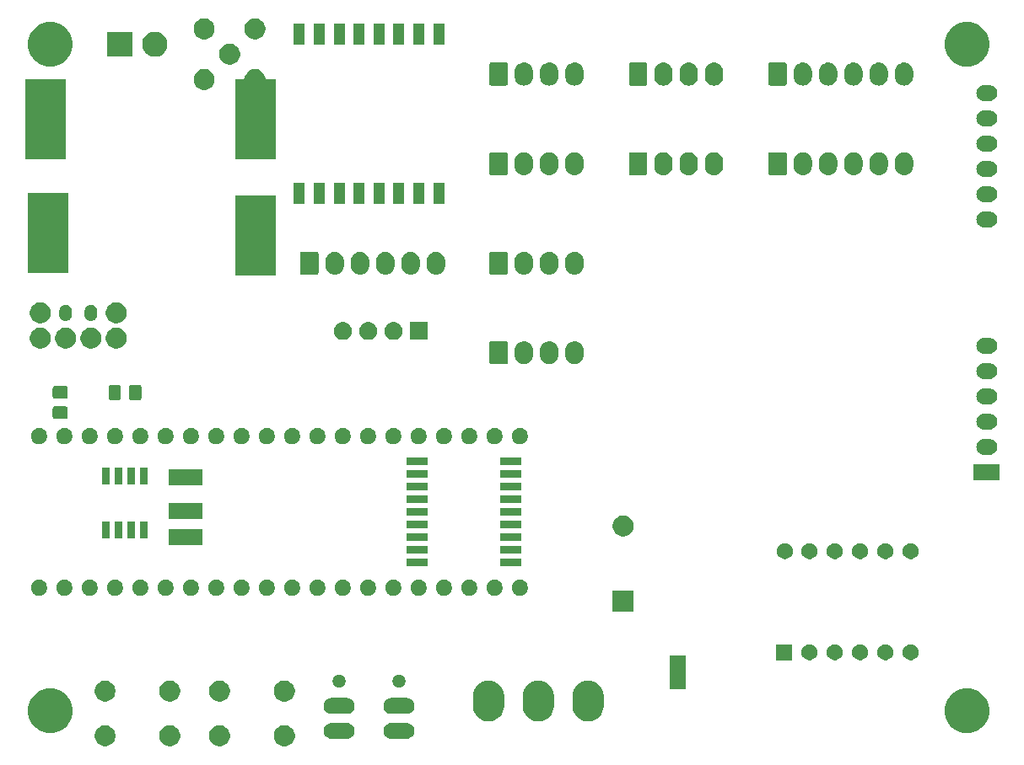
<source format=gbr>
G04 #@! TF.GenerationSoftware,KiCad,Pcbnew,5.0.2*
G04 #@! TF.CreationDate,2019-07-29T09:26:21-03:00*
G04 #@! TF.ProjectId,ShieldEduIfspSTM32,53686965-6c64-4456-9475-496673705354,rev?*
G04 #@! TF.SameCoordinates,Original*
G04 #@! TF.FileFunction,Soldermask,Bot*
G04 #@! TF.FilePolarity,Negative*
%FSLAX46Y46*%
G04 Gerber Fmt 4.6, Leading zero omitted, Abs format (unit mm)*
G04 Created by KiCad (PCBNEW 5.0.2) date seg 29 jul 2019 09:26:21 -03*
%MOMM*%
%LPD*%
G01*
G04 APERTURE LIST*
%ADD10C,0.100000*%
G04 APERTURE END LIST*
D10*
G36*
X120306565Y-113489389D02*
X120497834Y-113568615D01*
X120669976Y-113683637D01*
X120816363Y-113830024D01*
X120931385Y-114002166D01*
X121010611Y-114193435D01*
X121051000Y-114396484D01*
X121051000Y-114603516D01*
X121010611Y-114806565D01*
X120931385Y-114997834D01*
X120816363Y-115169976D01*
X120669976Y-115316363D01*
X120497834Y-115431385D01*
X120306565Y-115510611D01*
X120103516Y-115551000D01*
X119896484Y-115551000D01*
X119693435Y-115510611D01*
X119502166Y-115431385D01*
X119330024Y-115316363D01*
X119183637Y-115169976D01*
X119068615Y-114997834D01*
X118989389Y-114806565D01*
X118949000Y-114603516D01*
X118949000Y-114396484D01*
X118989389Y-114193435D01*
X119068615Y-114002166D01*
X119183637Y-113830024D01*
X119330024Y-113683637D01*
X119502166Y-113568615D01*
X119693435Y-113489389D01*
X119896484Y-113449000D01*
X120103516Y-113449000D01*
X120306565Y-113489389D01*
X120306565Y-113489389D01*
G37*
G36*
X125306565Y-113489389D02*
X125497834Y-113568615D01*
X125669976Y-113683637D01*
X125816363Y-113830024D01*
X125931385Y-114002166D01*
X126010611Y-114193435D01*
X126051000Y-114396484D01*
X126051000Y-114603516D01*
X126010611Y-114806565D01*
X125931385Y-114997834D01*
X125816363Y-115169976D01*
X125669976Y-115316363D01*
X125497834Y-115431385D01*
X125306565Y-115510611D01*
X125103516Y-115551000D01*
X124896484Y-115551000D01*
X124693435Y-115510611D01*
X124502166Y-115431385D01*
X124330024Y-115316363D01*
X124183637Y-115169976D01*
X124068615Y-114997834D01*
X123989389Y-114806565D01*
X123949000Y-114603516D01*
X123949000Y-114396484D01*
X123989389Y-114193435D01*
X124068615Y-114002166D01*
X124183637Y-113830024D01*
X124330024Y-113683637D01*
X124502166Y-113568615D01*
X124693435Y-113489389D01*
X124896484Y-113449000D01*
X125103516Y-113449000D01*
X125306565Y-113489389D01*
X125306565Y-113489389D01*
G37*
G36*
X113806565Y-113489389D02*
X113997834Y-113568615D01*
X114169976Y-113683637D01*
X114316363Y-113830024D01*
X114431385Y-114002166D01*
X114510611Y-114193435D01*
X114551000Y-114396484D01*
X114551000Y-114603516D01*
X114510611Y-114806565D01*
X114431385Y-114997834D01*
X114316363Y-115169976D01*
X114169976Y-115316363D01*
X113997834Y-115431385D01*
X113806565Y-115510611D01*
X113603516Y-115551000D01*
X113396484Y-115551000D01*
X113193435Y-115510611D01*
X113002166Y-115431385D01*
X112830024Y-115316363D01*
X112683637Y-115169976D01*
X112568615Y-114997834D01*
X112489389Y-114806565D01*
X112449000Y-114603516D01*
X112449000Y-114396484D01*
X112489389Y-114193435D01*
X112568615Y-114002166D01*
X112683637Y-113830024D01*
X112830024Y-113683637D01*
X113002166Y-113568615D01*
X113193435Y-113489389D01*
X113396484Y-113449000D01*
X113603516Y-113449000D01*
X113806565Y-113489389D01*
X113806565Y-113489389D01*
G37*
G36*
X131806565Y-113489389D02*
X131997834Y-113568615D01*
X132169976Y-113683637D01*
X132316363Y-113830024D01*
X132431385Y-114002166D01*
X132510611Y-114193435D01*
X132551000Y-114396484D01*
X132551000Y-114603516D01*
X132510611Y-114806565D01*
X132431385Y-114997834D01*
X132316363Y-115169976D01*
X132169976Y-115316363D01*
X131997834Y-115431385D01*
X131806565Y-115510611D01*
X131603516Y-115551000D01*
X131396484Y-115551000D01*
X131193435Y-115510611D01*
X131002166Y-115431385D01*
X130830024Y-115316363D01*
X130683637Y-115169976D01*
X130568615Y-114997834D01*
X130489389Y-114806565D01*
X130449000Y-114603516D01*
X130449000Y-114396484D01*
X130489389Y-114193435D01*
X130568615Y-114002166D01*
X130683637Y-113830024D01*
X130830024Y-113683637D01*
X131002166Y-113568615D01*
X131193435Y-113489389D01*
X131396484Y-113449000D01*
X131603516Y-113449000D01*
X131806565Y-113489389D01*
X131806565Y-113489389D01*
G37*
G36*
X137907025Y-113210590D02*
X138058012Y-113256392D01*
X138197165Y-113330770D01*
X138319133Y-113430867D01*
X138419230Y-113552835D01*
X138493608Y-113691988D01*
X138539410Y-113842975D01*
X138554875Y-114000000D01*
X138539410Y-114157025D01*
X138493608Y-114308012D01*
X138419230Y-114447165D01*
X138319133Y-114569133D01*
X138197165Y-114669230D01*
X138058012Y-114743608D01*
X137907025Y-114789410D01*
X137789346Y-114801000D01*
X136210654Y-114801000D01*
X136092975Y-114789410D01*
X135941988Y-114743608D01*
X135802835Y-114669230D01*
X135680867Y-114569133D01*
X135580770Y-114447165D01*
X135506392Y-114308012D01*
X135460590Y-114157025D01*
X135445125Y-114000000D01*
X135460590Y-113842975D01*
X135506392Y-113691988D01*
X135580770Y-113552835D01*
X135680867Y-113430867D01*
X135802835Y-113330770D01*
X135941988Y-113256392D01*
X136092975Y-113210590D01*
X136210654Y-113199000D01*
X137789346Y-113199000D01*
X137907025Y-113210590D01*
X137907025Y-113210590D01*
G37*
G36*
X143907025Y-113210590D02*
X144058012Y-113256392D01*
X144197165Y-113330770D01*
X144319133Y-113430867D01*
X144419230Y-113552835D01*
X144493608Y-113691988D01*
X144539410Y-113842975D01*
X144554875Y-114000000D01*
X144539410Y-114157025D01*
X144493608Y-114308012D01*
X144419230Y-114447165D01*
X144319133Y-114569133D01*
X144197165Y-114669230D01*
X144058012Y-114743608D01*
X143907025Y-114789410D01*
X143789346Y-114801000D01*
X142210654Y-114801000D01*
X142092975Y-114789410D01*
X141941988Y-114743608D01*
X141802835Y-114669230D01*
X141680867Y-114569133D01*
X141580770Y-114447165D01*
X141506392Y-114308012D01*
X141460590Y-114157025D01*
X141445125Y-114000000D01*
X141460590Y-113842975D01*
X141506392Y-113691988D01*
X141580770Y-113552835D01*
X141680867Y-113430867D01*
X141802835Y-113330770D01*
X141941988Y-113256392D01*
X142092975Y-113210590D01*
X142210654Y-113199000D01*
X143789346Y-113199000D01*
X143907025Y-113210590D01*
X143907025Y-113210590D01*
G37*
G36*
X200308445Y-109766254D02*
X200656593Y-109835504D01*
X201066249Y-110005189D01*
X201434929Y-110251534D01*
X201748466Y-110565071D01*
X201994811Y-110933751D01*
X202164496Y-111343407D01*
X202251000Y-111778296D01*
X202251000Y-112221704D01*
X202164496Y-112656593D01*
X201994811Y-113066249D01*
X201748466Y-113434929D01*
X201434929Y-113748466D01*
X201066249Y-113994811D01*
X200656593Y-114164496D01*
X200308445Y-114233746D01*
X200221706Y-114251000D01*
X199778294Y-114251000D01*
X199691555Y-114233746D01*
X199343407Y-114164496D01*
X198933751Y-113994811D01*
X198565071Y-113748466D01*
X198251534Y-113434929D01*
X198005189Y-113066249D01*
X197835504Y-112656593D01*
X197749000Y-112221704D01*
X197749000Y-111778296D01*
X197835504Y-111343407D01*
X198005189Y-110933751D01*
X198251534Y-110565071D01*
X198565071Y-110251534D01*
X198933751Y-110005189D01*
X199343407Y-109835504D01*
X199691555Y-109766254D01*
X199778294Y-109749000D01*
X200221706Y-109749000D01*
X200308445Y-109766254D01*
X200308445Y-109766254D01*
G37*
G36*
X108308445Y-109766254D02*
X108656593Y-109835504D01*
X109066249Y-110005189D01*
X109434929Y-110251534D01*
X109748466Y-110565071D01*
X109994811Y-110933751D01*
X110164496Y-111343407D01*
X110251000Y-111778296D01*
X110251000Y-112221704D01*
X110164496Y-112656593D01*
X109994811Y-113066249D01*
X109748466Y-113434929D01*
X109434929Y-113748466D01*
X109066249Y-113994811D01*
X108656593Y-114164496D01*
X108308445Y-114233746D01*
X108221706Y-114251000D01*
X107778294Y-114251000D01*
X107691555Y-114233746D01*
X107343407Y-114164496D01*
X106933751Y-113994811D01*
X106565071Y-113748466D01*
X106251534Y-113434929D01*
X106005189Y-113066249D01*
X105835504Y-112656593D01*
X105749000Y-112221704D01*
X105749000Y-111778296D01*
X105835504Y-111343407D01*
X106005189Y-110933751D01*
X106251534Y-110565071D01*
X106565071Y-110251534D01*
X106933751Y-110005189D01*
X107343407Y-109835504D01*
X107691555Y-109766254D01*
X107778294Y-109749000D01*
X108221706Y-109749000D01*
X108308445Y-109766254D01*
X108308445Y-109766254D01*
G37*
G36*
X152301500Y-108971190D02*
X152301503Y-108971191D01*
X152593844Y-109059871D01*
X152593847Y-109059873D01*
X152593848Y-109059873D01*
X152863266Y-109203879D01*
X153099416Y-109397684D01*
X153293221Y-109633834D01*
X153437227Y-109903252D01*
X153437229Y-109903256D01*
X153468150Y-110005191D01*
X153525910Y-110195600D01*
X153548350Y-110423438D01*
X153548350Y-111576562D01*
X153525910Y-111804400D01*
X153525909Y-111804402D01*
X153525909Y-111804403D01*
X153437229Y-112096744D01*
X153437227Y-112096747D01*
X153437227Y-112096748D01*
X153293221Y-112366166D01*
X153099416Y-112602316D01*
X152863265Y-112796121D01*
X152593847Y-112940127D01*
X152593843Y-112940129D01*
X152331504Y-113019708D01*
X152301499Y-113028810D01*
X151997480Y-113058753D01*
X151693460Y-113028810D01*
X151663455Y-113019708D01*
X151401116Y-112940129D01*
X151401112Y-112940127D01*
X151131694Y-112796121D01*
X150895544Y-112602316D01*
X150701739Y-112366165D01*
X150557733Y-112096747D01*
X150557732Y-112096744D01*
X150557731Y-112096743D01*
X150469051Y-111804402D01*
X150469050Y-111804399D01*
X150446610Y-111576561D01*
X150446610Y-110423438D01*
X150469050Y-110195600D01*
X150526810Y-110005191D01*
X150557731Y-109903256D01*
X150701740Y-109633834D01*
X150895545Y-109397684D01*
X150977985Y-109330027D01*
X151131695Y-109203879D01*
X151401113Y-109059873D01*
X151401114Y-109059873D01*
X151401117Y-109059871D01*
X151693458Y-108971191D01*
X151693461Y-108971190D01*
X151997480Y-108941247D01*
X152301500Y-108971190D01*
X152301500Y-108971190D01*
G37*
G36*
X162304020Y-108971190D02*
X162304023Y-108971191D01*
X162596364Y-109059871D01*
X162596367Y-109059873D01*
X162596368Y-109059873D01*
X162865786Y-109203879D01*
X163101936Y-109397684D01*
X163295741Y-109633834D01*
X163439747Y-109903252D01*
X163439749Y-109903256D01*
X163470670Y-110005191D01*
X163528430Y-110195600D01*
X163550870Y-110423438D01*
X163550870Y-111576562D01*
X163528430Y-111804400D01*
X163528429Y-111804402D01*
X163528429Y-111804403D01*
X163439749Y-112096744D01*
X163439747Y-112096747D01*
X163439747Y-112096748D01*
X163295741Y-112366166D01*
X163101936Y-112602316D01*
X162865785Y-112796121D01*
X162596367Y-112940127D01*
X162596363Y-112940129D01*
X162334024Y-113019708D01*
X162304019Y-113028810D01*
X162000000Y-113058753D01*
X161695980Y-113028810D01*
X161665975Y-113019708D01*
X161403636Y-112940129D01*
X161403632Y-112940127D01*
X161134214Y-112796121D01*
X160898064Y-112602316D01*
X160704259Y-112366165D01*
X160560253Y-112096747D01*
X160560252Y-112096744D01*
X160560251Y-112096743D01*
X160471571Y-111804402D01*
X160471570Y-111804399D01*
X160449130Y-111576561D01*
X160449130Y-110423438D01*
X160471570Y-110195600D01*
X160529330Y-110005191D01*
X160560251Y-109903256D01*
X160704260Y-109633834D01*
X160898065Y-109397684D01*
X160980505Y-109330027D01*
X161134215Y-109203879D01*
X161403633Y-109059873D01*
X161403634Y-109059873D01*
X161403637Y-109059871D01*
X161695978Y-108971191D01*
X161695981Y-108971190D01*
X162000000Y-108941247D01*
X162304020Y-108971190D01*
X162304020Y-108971190D01*
G37*
G36*
X157302760Y-108971190D02*
X157302763Y-108971191D01*
X157595104Y-109059871D01*
X157595107Y-109059873D01*
X157595108Y-109059873D01*
X157864526Y-109203879D01*
X158100676Y-109397684D01*
X158294481Y-109633834D01*
X158438487Y-109903252D01*
X158438489Y-109903256D01*
X158469410Y-110005191D01*
X158527170Y-110195600D01*
X158549610Y-110423438D01*
X158549610Y-111576562D01*
X158527170Y-111804400D01*
X158527169Y-111804402D01*
X158527169Y-111804403D01*
X158438489Y-112096744D01*
X158438487Y-112096747D01*
X158438487Y-112096748D01*
X158294481Y-112366166D01*
X158100676Y-112602316D01*
X157864525Y-112796121D01*
X157595107Y-112940127D01*
X157595103Y-112940129D01*
X157332764Y-113019708D01*
X157302759Y-113028810D01*
X156998740Y-113058753D01*
X156694720Y-113028810D01*
X156664715Y-113019708D01*
X156402376Y-112940129D01*
X156402372Y-112940127D01*
X156132954Y-112796121D01*
X155896804Y-112602316D01*
X155702999Y-112366165D01*
X155558993Y-112096747D01*
X155558992Y-112096744D01*
X155558991Y-112096743D01*
X155470311Y-111804402D01*
X155470310Y-111804399D01*
X155447870Y-111576561D01*
X155447870Y-110423438D01*
X155470310Y-110195600D01*
X155528070Y-110005191D01*
X155558991Y-109903256D01*
X155703000Y-109633834D01*
X155896805Y-109397684D01*
X155979245Y-109330027D01*
X156132955Y-109203879D01*
X156402373Y-109059873D01*
X156402374Y-109059873D01*
X156402377Y-109059871D01*
X156694718Y-108971191D01*
X156694721Y-108971190D01*
X156998740Y-108941247D01*
X157302760Y-108971190D01*
X157302760Y-108971190D01*
G37*
G36*
X143907025Y-110710590D02*
X144058012Y-110756392D01*
X144197165Y-110830770D01*
X144319133Y-110930867D01*
X144419230Y-111052835D01*
X144493608Y-111191988D01*
X144539410Y-111342975D01*
X144554875Y-111500000D01*
X144539410Y-111657025D01*
X144493608Y-111808012D01*
X144419230Y-111947165D01*
X144319133Y-112069133D01*
X144197165Y-112169230D01*
X144058012Y-112243608D01*
X143907025Y-112289410D01*
X143789346Y-112301000D01*
X142210654Y-112301000D01*
X142092975Y-112289410D01*
X141941988Y-112243608D01*
X141802835Y-112169230D01*
X141680867Y-112069133D01*
X141580770Y-111947165D01*
X141506392Y-111808012D01*
X141460590Y-111657025D01*
X141445125Y-111500000D01*
X141460590Y-111342975D01*
X141506392Y-111191988D01*
X141580770Y-111052835D01*
X141680867Y-110930867D01*
X141802835Y-110830770D01*
X141941988Y-110756392D01*
X142092975Y-110710590D01*
X142210654Y-110699000D01*
X143789346Y-110699000D01*
X143907025Y-110710590D01*
X143907025Y-110710590D01*
G37*
G36*
X137907025Y-110710590D02*
X138058012Y-110756392D01*
X138197165Y-110830770D01*
X138319133Y-110930867D01*
X138419230Y-111052835D01*
X138493608Y-111191988D01*
X138539410Y-111342975D01*
X138554875Y-111500000D01*
X138539410Y-111657025D01*
X138493608Y-111808012D01*
X138419230Y-111947165D01*
X138319133Y-112069133D01*
X138197165Y-112169230D01*
X138058012Y-112243608D01*
X137907025Y-112289410D01*
X137789346Y-112301000D01*
X136210654Y-112301000D01*
X136092975Y-112289410D01*
X135941988Y-112243608D01*
X135802835Y-112169230D01*
X135680867Y-112069133D01*
X135580770Y-111947165D01*
X135506392Y-111808012D01*
X135460590Y-111657025D01*
X135445125Y-111500000D01*
X135460590Y-111342975D01*
X135506392Y-111191988D01*
X135580770Y-111052835D01*
X135680867Y-110930867D01*
X135802835Y-110830770D01*
X135941988Y-110756392D01*
X136092975Y-110710590D01*
X136210654Y-110699000D01*
X137789346Y-110699000D01*
X137907025Y-110710590D01*
X137907025Y-110710590D01*
G37*
G36*
X125306565Y-108989389D02*
X125497834Y-109068615D01*
X125669976Y-109183637D01*
X125816363Y-109330024D01*
X125931385Y-109502166D01*
X126010611Y-109693435D01*
X126051000Y-109896484D01*
X126051000Y-110103516D01*
X126010611Y-110306565D01*
X125931385Y-110497834D01*
X125816363Y-110669976D01*
X125669976Y-110816363D01*
X125497834Y-110931385D01*
X125306565Y-111010611D01*
X125103516Y-111051000D01*
X124896484Y-111051000D01*
X124693435Y-111010611D01*
X124502166Y-110931385D01*
X124330024Y-110816363D01*
X124183637Y-110669976D01*
X124068615Y-110497834D01*
X123989389Y-110306565D01*
X123949000Y-110103516D01*
X123949000Y-109896484D01*
X123989389Y-109693435D01*
X124068615Y-109502166D01*
X124183637Y-109330024D01*
X124330024Y-109183637D01*
X124502166Y-109068615D01*
X124693435Y-108989389D01*
X124896484Y-108949000D01*
X125103516Y-108949000D01*
X125306565Y-108989389D01*
X125306565Y-108989389D01*
G37*
G36*
X120306565Y-108989389D02*
X120497834Y-109068615D01*
X120669976Y-109183637D01*
X120816363Y-109330024D01*
X120931385Y-109502166D01*
X121010611Y-109693435D01*
X121051000Y-109896484D01*
X121051000Y-110103516D01*
X121010611Y-110306565D01*
X120931385Y-110497834D01*
X120816363Y-110669976D01*
X120669976Y-110816363D01*
X120497834Y-110931385D01*
X120306565Y-111010611D01*
X120103516Y-111051000D01*
X119896484Y-111051000D01*
X119693435Y-111010611D01*
X119502166Y-110931385D01*
X119330024Y-110816363D01*
X119183637Y-110669976D01*
X119068615Y-110497834D01*
X118989389Y-110306565D01*
X118949000Y-110103516D01*
X118949000Y-109896484D01*
X118989389Y-109693435D01*
X119068615Y-109502166D01*
X119183637Y-109330024D01*
X119330024Y-109183637D01*
X119502166Y-109068615D01*
X119693435Y-108989389D01*
X119896484Y-108949000D01*
X120103516Y-108949000D01*
X120306565Y-108989389D01*
X120306565Y-108989389D01*
G37*
G36*
X113806565Y-108989389D02*
X113997834Y-109068615D01*
X114169976Y-109183637D01*
X114316363Y-109330024D01*
X114431385Y-109502166D01*
X114510611Y-109693435D01*
X114551000Y-109896484D01*
X114551000Y-110103516D01*
X114510611Y-110306565D01*
X114431385Y-110497834D01*
X114316363Y-110669976D01*
X114169976Y-110816363D01*
X113997834Y-110931385D01*
X113806565Y-111010611D01*
X113603516Y-111051000D01*
X113396484Y-111051000D01*
X113193435Y-111010611D01*
X113002166Y-110931385D01*
X112830024Y-110816363D01*
X112683637Y-110669976D01*
X112568615Y-110497834D01*
X112489389Y-110306565D01*
X112449000Y-110103516D01*
X112449000Y-109896484D01*
X112489389Y-109693435D01*
X112568615Y-109502166D01*
X112683637Y-109330024D01*
X112830024Y-109183637D01*
X113002166Y-109068615D01*
X113193435Y-108989389D01*
X113396484Y-108949000D01*
X113603516Y-108949000D01*
X113806565Y-108989389D01*
X113806565Y-108989389D01*
G37*
G36*
X131806565Y-108989389D02*
X131997834Y-109068615D01*
X132169976Y-109183637D01*
X132316363Y-109330024D01*
X132431385Y-109502166D01*
X132510611Y-109693435D01*
X132551000Y-109896484D01*
X132551000Y-110103516D01*
X132510611Y-110306565D01*
X132431385Y-110497834D01*
X132316363Y-110669976D01*
X132169976Y-110816363D01*
X131997834Y-110931385D01*
X131806565Y-111010611D01*
X131603516Y-111051000D01*
X131396484Y-111051000D01*
X131193435Y-111010611D01*
X131002166Y-110931385D01*
X130830024Y-110816363D01*
X130683637Y-110669976D01*
X130568615Y-110497834D01*
X130489389Y-110306565D01*
X130449000Y-110103516D01*
X130449000Y-109896484D01*
X130489389Y-109693435D01*
X130568615Y-109502166D01*
X130683637Y-109330024D01*
X130830024Y-109183637D01*
X131002166Y-109068615D01*
X131193435Y-108989389D01*
X131396484Y-108949000D01*
X131603516Y-108949000D01*
X131806565Y-108989389D01*
X131806565Y-108989389D01*
G37*
G36*
X171813000Y-109813000D02*
X170187000Y-109813000D01*
X170187000Y-106409000D01*
X171813000Y-106409000D01*
X171813000Y-109813000D01*
X171813000Y-109813000D01*
G37*
G36*
X137189890Y-108374017D02*
X137308361Y-108423089D01*
X137414992Y-108494338D01*
X137505662Y-108585008D01*
X137576911Y-108691639D01*
X137625983Y-108810110D01*
X137651000Y-108935881D01*
X137651000Y-109064119D01*
X137625983Y-109189890D01*
X137576911Y-109308361D01*
X137505662Y-109414992D01*
X137414992Y-109505662D01*
X137308361Y-109576911D01*
X137189890Y-109625983D01*
X137064119Y-109651000D01*
X136935881Y-109651000D01*
X136810110Y-109625983D01*
X136691639Y-109576911D01*
X136585008Y-109505662D01*
X136494338Y-109414992D01*
X136423089Y-109308361D01*
X136374017Y-109189890D01*
X136349000Y-109064119D01*
X136349000Y-108935881D01*
X136374017Y-108810110D01*
X136423089Y-108691639D01*
X136494338Y-108585008D01*
X136585008Y-108494338D01*
X136691639Y-108423089D01*
X136810110Y-108374017D01*
X136935881Y-108349000D01*
X137064119Y-108349000D01*
X137189890Y-108374017D01*
X137189890Y-108374017D01*
G37*
G36*
X143189890Y-108374017D02*
X143308361Y-108423089D01*
X143414992Y-108494338D01*
X143505662Y-108585008D01*
X143576911Y-108691639D01*
X143625983Y-108810110D01*
X143651000Y-108935881D01*
X143651000Y-109064119D01*
X143625983Y-109189890D01*
X143576911Y-109308361D01*
X143505662Y-109414992D01*
X143414992Y-109505662D01*
X143308361Y-109576911D01*
X143189890Y-109625983D01*
X143064119Y-109651000D01*
X142935881Y-109651000D01*
X142810110Y-109625983D01*
X142691639Y-109576911D01*
X142585008Y-109505662D01*
X142494338Y-109414992D01*
X142423089Y-109308361D01*
X142374017Y-109189890D01*
X142349000Y-109064119D01*
X142349000Y-108935881D01*
X142374017Y-108810110D01*
X142423089Y-108691639D01*
X142494338Y-108585008D01*
X142585008Y-108494338D01*
X142691639Y-108423089D01*
X142810110Y-108374017D01*
X142935881Y-108349000D01*
X143064119Y-108349000D01*
X143189890Y-108374017D01*
X143189890Y-108374017D01*
G37*
G36*
X182462400Y-106896000D02*
X180860400Y-106896000D01*
X180860400Y-105294000D01*
X182462400Y-105294000D01*
X182462400Y-106896000D01*
X182462400Y-106896000D01*
G37*
G36*
X184435043Y-105324781D02*
X184580815Y-105385162D01*
X184712011Y-105472824D01*
X184823576Y-105584389D01*
X184911238Y-105715585D01*
X184971619Y-105861357D01*
X185002400Y-106016107D01*
X185002400Y-106173893D01*
X184971619Y-106328643D01*
X184911238Y-106474415D01*
X184823576Y-106605611D01*
X184712011Y-106717176D01*
X184580815Y-106804838D01*
X184435043Y-106865219D01*
X184280293Y-106896000D01*
X184122507Y-106896000D01*
X183967757Y-106865219D01*
X183821985Y-106804838D01*
X183690789Y-106717176D01*
X183579224Y-106605611D01*
X183491562Y-106474415D01*
X183431181Y-106328643D01*
X183400400Y-106173893D01*
X183400400Y-106016107D01*
X183431181Y-105861357D01*
X183491562Y-105715585D01*
X183579224Y-105584389D01*
X183690789Y-105472824D01*
X183821985Y-105385162D01*
X183967757Y-105324781D01*
X184122507Y-105294000D01*
X184280293Y-105294000D01*
X184435043Y-105324781D01*
X184435043Y-105324781D01*
G37*
G36*
X189515043Y-105324781D02*
X189660815Y-105385162D01*
X189792011Y-105472824D01*
X189903576Y-105584389D01*
X189991238Y-105715585D01*
X190051619Y-105861357D01*
X190082400Y-106016107D01*
X190082400Y-106173893D01*
X190051619Y-106328643D01*
X189991238Y-106474415D01*
X189903576Y-106605611D01*
X189792011Y-106717176D01*
X189660815Y-106804838D01*
X189515043Y-106865219D01*
X189360293Y-106896000D01*
X189202507Y-106896000D01*
X189047757Y-106865219D01*
X188901985Y-106804838D01*
X188770789Y-106717176D01*
X188659224Y-106605611D01*
X188571562Y-106474415D01*
X188511181Y-106328643D01*
X188480400Y-106173893D01*
X188480400Y-106016107D01*
X188511181Y-105861357D01*
X188571562Y-105715585D01*
X188659224Y-105584389D01*
X188770789Y-105472824D01*
X188901985Y-105385162D01*
X189047757Y-105324781D01*
X189202507Y-105294000D01*
X189360293Y-105294000D01*
X189515043Y-105324781D01*
X189515043Y-105324781D01*
G37*
G36*
X194595043Y-105324781D02*
X194740815Y-105385162D01*
X194872011Y-105472824D01*
X194983576Y-105584389D01*
X195071238Y-105715585D01*
X195131619Y-105861357D01*
X195162400Y-106016107D01*
X195162400Y-106173893D01*
X195131619Y-106328643D01*
X195071238Y-106474415D01*
X194983576Y-106605611D01*
X194872011Y-106717176D01*
X194740815Y-106804838D01*
X194595043Y-106865219D01*
X194440293Y-106896000D01*
X194282507Y-106896000D01*
X194127757Y-106865219D01*
X193981985Y-106804838D01*
X193850789Y-106717176D01*
X193739224Y-106605611D01*
X193651562Y-106474415D01*
X193591181Y-106328643D01*
X193560400Y-106173893D01*
X193560400Y-106016107D01*
X193591181Y-105861357D01*
X193651562Y-105715585D01*
X193739224Y-105584389D01*
X193850789Y-105472824D01*
X193981985Y-105385162D01*
X194127757Y-105324781D01*
X194282507Y-105294000D01*
X194440293Y-105294000D01*
X194595043Y-105324781D01*
X194595043Y-105324781D01*
G37*
G36*
X186975043Y-105324781D02*
X187120815Y-105385162D01*
X187252011Y-105472824D01*
X187363576Y-105584389D01*
X187451238Y-105715585D01*
X187511619Y-105861357D01*
X187542400Y-106016107D01*
X187542400Y-106173893D01*
X187511619Y-106328643D01*
X187451238Y-106474415D01*
X187363576Y-106605611D01*
X187252011Y-106717176D01*
X187120815Y-106804838D01*
X186975043Y-106865219D01*
X186820293Y-106896000D01*
X186662507Y-106896000D01*
X186507757Y-106865219D01*
X186361985Y-106804838D01*
X186230789Y-106717176D01*
X186119224Y-106605611D01*
X186031562Y-106474415D01*
X185971181Y-106328643D01*
X185940400Y-106173893D01*
X185940400Y-106016107D01*
X185971181Y-105861357D01*
X186031562Y-105715585D01*
X186119224Y-105584389D01*
X186230789Y-105472824D01*
X186361985Y-105385162D01*
X186507757Y-105324781D01*
X186662507Y-105294000D01*
X186820293Y-105294000D01*
X186975043Y-105324781D01*
X186975043Y-105324781D01*
G37*
G36*
X192055043Y-105324781D02*
X192200815Y-105385162D01*
X192332011Y-105472824D01*
X192443576Y-105584389D01*
X192531238Y-105715585D01*
X192591619Y-105861357D01*
X192622400Y-106016107D01*
X192622400Y-106173893D01*
X192591619Y-106328643D01*
X192531238Y-106474415D01*
X192443576Y-106605611D01*
X192332011Y-106717176D01*
X192200815Y-106804838D01*
X192055043Y-106865219D01*
X191900293Y-106896000D01*
X191742507Y-106896000D01*
X191587757Y-106865219D01*
X191441985Y-106804838D01*
X191310789Y-106717176D01*
X191199224Y-106605611D01*
X191111562Y-106474415D01*
X191051181Y-106328643D01*
X191020400Y-106173893D01*
X191020400Y-106016107D01*
X191051181Y-105861357D01*
X191111562Y-105715585D01*
X191199224Y-105584389D01*
X191310789Y-105472824D01*
X191441985Y-105385162D01*
X191587757Y-105324781D01*
X191742507Y-105294000D01*
X191900293Y-105294000D01*
X192055043Y-105324781D01*
X192055043Y-105324781D01*
G37*
G36*
X166551000Y-102051000D02*
X164449000Y-102051000D01*
X164449000Y-99949000D01*
X166551000Y-99949000D01*
X166551000Y-102051000D01*
X166551000Y-102051000D01*
G37*
G36*
X124887142Y-98838242D02*
X125035102Y-98899530D01*
X125168258Y-98988502D01*
X125281498Y-99101742D01*
X125370470Y-99234898D01*
X125431758Y-99382858D01*
X125463000Y-99539925D01*
X125463000Y-99700075D01*
X125431758Y-99857142D01*
X125370470Y-100005102D01*
X125281498Y-100138258D01*
X125168258Y-100251498D01*
X125035102Y-100340470D01*
X124887142Y-100401758D01*
X124730075Y-100433000D01*
X124569925Y-100433000D01*
X124412858Y-100401758D01*
X124264898Y-100340470D01*
X124131742Y-100251498D01*
X124018502Y-100138258D01*
X123929530Y-100005102D01*
X123868242Y-99857142D01*
X123837000Y-99700075D01*
X123837000Y-99539925D01*
X123868242Y-99382858D01*
X123929530Y-99234898D01*
X124018502Y-99101742D01*
X124131742Y-98988502D01*
X124264898Y-98899530D01*
X124412858Y-98838242D01*
X124569925Y-98807000D01*
X124730075Y-98807000D01*
X124887142Y-98838242D01*
X124887142Y-98838242D01*
G37*
G36*
X127427142Y-98838242D02*
X127575102Y-98899530D01*
X127708258Y-98988502D01*
X127821498Y-99101742D01*
X127910470Y-99234898D01*
X127971758Y-99382858D01*
X128003000Y-99539925D01*
X128003000Y-99700075D01*
X127971758Y-99857142D01*
X127910470Y-100005102D01*
X127821498Y-100138258D01*
X127708258Y-100251498D01*
X127575102Y-100340470D01*
X127427142Y-100401758D01*
X127270075Y-100433000D01*
X127109925Y-100433000D01*
X126952858Y-100401758D01*
X126804898Y-100340470D01*
X126671742Y-100251498D01*
X126558502Y-100138258D01*
X126469530Y-100005102D01*
X126408242Y-99857142D01*
X126377000Y-99700075D01*
X126377000Y-99539925D01*
X126408242Y-99382858D01*
X126469530Y-99234898D01*
X126558502Y-99101742D01*
X126671742Y-98988502D01*
X126804898Y-98899530D01*
X126952858Y-98838242D01*
X127109925Y-98807000D01*
X127270075Y-98807000D01*
X127427142Y-98838242D01*
X127427142Y-98838242D01*
G37*
G36*
X122347142Y-98838242D02*
X122495102Y-98899530D01*
X122628258Y-98988502D01*
X122741498Y-99101742D01*
X122830470Y-99234898D01*
X122891758Y-99382858D01*
X122923000Y-99539925D01*
X122923000Y-99700075D01*
X122891758Y-99857142D01*
X122830470Y-100005102D01*
X122741498Y-100138258D01*
X122628258Y-100251498D01*
X122495102Y-100340470D01*
X122347142Y-100401758D01*
X122190075Y-100433000D01*
X122029925Y-100433000D01*
X121872858Y-100401758D01*
X121724898Y-100340470D01*
X121591742Y-100251498D01*
X121478502Y-100138258D01*
X121389530Y-100005102D01*
X121328242Y-99857142D01*
X121297000Y-99700075D01*
X121297000Y-99539925D01*
X121328242Y-99382858D01*
X121389530Y-99234898D01*
X121478502Y-99101742D01*
X121591742Y-98988502D01*
X121724898Y-98899530D01*
X121872858Y-98838242D01*
X122029925Y-98807000D01*
X122190075Y-98807000D01*
X122347142Y-98838242D01*
X122347142Y-98838242D01*
G37*
G36*
X119807142Y-98838242D02*
X119955102Y-98899530D01*
X120088258Y-98988502D01*
X120201498Y-99101742D01*
X120290470Y-99234898D01*
X120351758Y-99382858D01*
X120383000Y-99539925D01*
X120383000Y-99700075D01*
X120351758Y-99857142D01*
X120290470Y-100005102D01*
X120201498Y-100138258D01*
X120088258Y-100251498D01*
X119955102Y-100340470D01*
X119807142Y-100401758D01*
X119650075Y-100433000D01*
X119489925Y-100433000D01*
X119332858Y-100401758D01*
X119184898Y-100340470D01*
X119051742Y-100251498D01*
X118938502Y-100138258D01*
X118849530Y-100005102D01*
X118788242Y-99857142D01*
X118757000Y-99700075D01*
X118757000Y-99539925D01*
X118788242Y-99382858D01*
X118849530Y-99234898D01*
X118938502Y-99101742D01*
X119051742Y-98988502D01*
X119184898Y-98899530D01*
X119332858Y-98838242D01*
X119489925Y-98807000D01*
X119650075Y-98807000D01*
X119807142Y-98838242D01*
X119807142Y-98838242D01*
G37*
G36*
X117267142Y-98838242D02*
X117415102Y-98899530D01*
X117548258Y-98988502D01*
X117661498Y-99101742D01*
X117750470Y-99234898D01*
X117811758Y-99382858D01*
X117843000Y-99539925D01*
X117843000Y-99700075D01*
X117811758Y-99857142D01*
X117750470Y-100005102D01*
X117661498Y-100138258D01*
X117548258Y-100251498D01*
X117415102Y-100340470D01*
X117267142Y-100401758D01*
X117110075Y-100433000D01*
X116949925Y-100433000D01*
X116792858Y-100401758D01*
X116644898Y-100340470D01*
X116511742Y-100251498D01*
X116398502Y-100138258D01*
X116309530Y-100005102D01*
X116248242Y-99857142D01*
X116217000Y-99700075D01*
X116217000Y-99539925D01*
X116248242Y-99382858D01*
X116309530Y-99234898D01*
X116398502Y-99101742D01*
X116511742Y-98988502D01*
X116644898Y-98899530D01*
X116792858Y-98838242D01*
X116949925Y-98807000D01*
X117110075Y-98807000D01*
X117267142Y-98838242D01*
X117267142Y-98838242D01*
G37*
G36*
X112187142Y-98838242D02*
X112335102Y-98899530D01*
X112468258Y-98988502D01*
X112581498Y-99101742D01*
X112670470Y-99234898D01*
X112731758Y-99382858D01*
X112763000Y-99539925D01*
X112763000Y-99700075D01*
X112731758Y-99857142D01*
X112670470Y-100005102D01*
X112581498Y-100138258D01*
X112468258Y-100251498D01*
X112335102Y-100340470D01*
X112187142Y-100401758D01*
X112030075Y-100433000D01*
X111869925Y-100433000D01*
X111712858Y-100401758D01*
X111564898Y-100340470D01*
X111431742Y-100251498D01*
X111318502Y-100138258D01*
X111229530Y-100005102D01*
X111168242Y-99857142D01*
X111137000Y-99700075D01*
X111137000Y-99539925D01*
X111168242Y-99382858D01*
X111229530Y-99234898D01*
X111318502Y-99101742D01*
X111431742Y-98988502D01*
X111564898Y-98899530D01*
X111712858Y-98838242D01*
X111869925Y-98807000D01*
X112030075Y-98807000D01*
X112187142Y-98838242D01*
X112187142Y-98838242D01*
G37*
G36*
X109647142Y-98838242D02*
X109795102Y-98899530D01*
X109928258Y-98988502D01*
X110041498Y-99101742D01*
X110130470Y-99234898D01*
X110191758Y-99382858D01*
X110223000Y-99539925D01*
X110223000Y-99700075D01*
X110191758Y-99857142D01*
X110130470Y-100005102D01*
X110041498Y-100138258D01*
X109928258Y-100251498D01*
X109795102Y-100340470D01*
X109647142Y-100401758D01*
X109490075Y-100433000D01*
X109329925Y-100433000D01*
X109172858Y-100401758D01*
X109024898Y-100340470D01*
X108891742Y-100251498D01*
X108778502Y-100138258D01*
X108689530Y-100005102D01*
X108628242Y-99857142D01*
X108597000Y-99700075D01*
X108597000Y-99539925D01*
X108628242Y-99382858D01*
X108689530Y-99234898D01*
X108778502Y-99101742D01*
X108891742Y-98988502D01*
X109024898Y-98899530D01*
X109172858Y-98838242D01*
X109329925Y-98807000D01*
X109490075Y-98807000D01*
X109647142Y-98838242D01*
X109647142Y-98838242D01*
G37*
G36*
X107107142Y-98838242D02*
X107255102Y-98899530D01*
X107388258Y-98988502D01*
X107501498Y-99101742D01*
X107590470Y-99234898D01*
X107651758Y-99382858D01*
X107683000Y-99539925D01*
X107683000Y-99700075D01*
X107651758Y-99857142D01*
X107590470Y-100005102D01*
X107501498Y-100138258D01*
X107388258Y-100251498D01*
X107255102Y-100340470D01*
X107107142Y-100401758D01*
X106950075Y-100433000D01*
X106789925Y-100433000D01*
X106632858Y-100401758D01*
X106484898Y-100340470D01*
X106351742Y-100251498D01*
X106238502Y-100138258D01*
X106149530Y-100005102D01*
X106088242Y-99857142D01*
X106057000Y-99700075D01*
X106057000Y-99539925D01*
X106088242Y-99382858D01*
X106149530Y-99234898D01*
X106238502Y-99101742D01*
X106351742Y-98988502D01*
X106484898Y-98899530D01*
X106632858Y-98838242D01*
X106789925Y-98807000D01*
X106950075Y-98807000D01*
X107107142Y-98838242D01*
X107107142Y-98838242D01*
G37*
G36*
X114727142Y-98838242D02*
X114875102Y-98899530D01*
X115008258Y-98988502D01*
X115121498Y-99101742D01*
X115210470Y-99234898D01*
X115271758Y-99382858D01*
X115303000Y-99539925D01*
X115303000Y-99700075D01*
X115271758Y-99857142D01*
X115210470Y-100005102D01*
X115121498Y-100138258D01*
X115008258Y-100251498D01*
X114875102Y-100340470D01*
X114727142Y-100401758D01*
X114570075Y-100433000D01*
X114409925Y-100433000D01*
X114252858Y-100401758D01*
X114104898Y-100340470D01*
X113971742Y-100251498D01*
X113858502Y-100138258D01*
X113769530Y-100005102D01*
X113708242Y-99857142D01*
X113677000Y-99700075D01*
X113677000Y-99539925D01*
X113708242Y-99382858D01*
X113769530Y-99234898D01*
X113858502Y-99101742D01*
X113971742Y-98988502D01*
X114104898Y-98899530D01*
X114252858Y-98838242D01*
X114409925Y-98807000D01*
X114570075Y-98807000D01*
X114727142Y-98838242D01*
X114727142Y-98838242D01*
G37*
G36*
X155367142Y-98838242D02*
X155515102Y-98899530D01*
X155648258Y-98988502D01*
X155761498Y-99101742D01*
X155850470Y-99234898D01*
X155911758Y-99382858D01*
X155943000Y-99539925D01*
X155943000Y-99700075D01*
X155911758Y-99857142D01*
X155850470Y-100005102D01*
X155761498Y-100138258D01*
X155648258Y-100251498D01*
X155515102Y-100340470D01*
X155367142Y-100401758D01*
X155210075Y-100433000D01*
X155049925Y-100433000D01*
X154892858Y-100401758D01*
X154744898Y-100340470D01*
X154611742Y-100251498D01*
X154498502Y-100138258D01*
X154409530Y-100005102D01*
X154348242Y-99857142D01*
X154317000Y-99700075D01*
X154317000Y-99539925D01*
X154348242Y-99382858D01*
X154409530Y-99234898D01*
X154498502Y-99101742D01*
X154611742Y-98988502D01*
X154744898Y-98899530D01*
X154892858Y-98838242D01*
X155049925Y-98807000D01*
X155210075Y-98807000D01*
X155367142Y-98838242D01*
X155367142Y-98838242D01*
G37*
G36*
X152827142Y-98838242D02*
X152975102Y-98899530D01*
X153108258Y-98988502D01*
X153221498Y-99101742D01*
X153310470Y-99234898D01*
X153371758Y-99382858D01*
X153403000Y-99539925D01*
X153403000Y-99700075D01*
X153371758Y-99857142D01*
X153310470Y-100005102D01*
X153221498Y-100138258D01*
X153108258Y-100251498D01*
X152975102Y-100340470D01*
X152827142Y-100401758D01*
X152670075Y-100433000D01*
X152509925Y-100433000D01*
X152352858Y-100401758D01*
X152204898Y-100340470D01*
X152071742Y-100251498D01*
X151958502Y-100138258D01*
X151869530Y-100005102D01*
X151808242Y-99857142D01*
X151777000Y-99700075D01*
X151777000Y-99539925D01*
X151808242Y-99382858D01*
X151869530Y-99234898D01*
X151958502Y-99101742D01*
X152071742Y-98988502D01*
X152204898Y-98899530D01*
X152352858Y-98838242D01*
X152509925Y-98807000D01*
X152670075Y-98807000D01*
X152827142Y-98838242D01*
X152827142Y-98838242D01*
G37*
G36*
X150287142Y-98838242D02*
X150435102Y-98899530D01*
X150568258Y-98988502D01*
X150681498Y-99101742D01*
X150770470Y-99234898D01*
X150831758Y-99382858D01*
X150863000Y-99539925D01*
X150863000Y-99700075D01*
X150831758Y-99857142D01*
X150770470Y-100005102D01*
X150681498Y-100138258D01*
X150568258Y-100251498D01*
X150435102Y-100340470D01*
X150287142Y-100401758D01*
X150130075Y-100433000D01*
X149969925Y-100433000D01*
X149812858Y-100401758D01*
X149664898Y-100340470D01*
X149531742Y-100251498D01*
X149418502Y-100138258D01*
X149329530Y-100005102D01*
X149268242Y-99857142D01*
X149237000Y-99700075D01*
X149237000Y-99539925D01*
X149268242Y-99382858D01*
X149329530Y-99234898D01*
X149418502Y-99101742D01*
X149531742Y-98988502D01*
X149664898Y-98899530D01*
X149812858Y-98838242D01*
X149969925Y-98807000D01*
X150130075Y-98807000D01*
X150287142Y-98838242D01*
X150287142Y-98838242D01*
G37*
G36*
X132507142Y-98838242D02*
X132655102Y-98899530D01*
X132788258Y-98988502D01*
X132901498Y-99101742D01*
X132990470Y-99234898D01*
X133051758Y-99382858D01*
X133083000Y-99539925D01*
X133083000Y-99700075D01*
X133051758Y-99857142D01*
X132990470Y-100005102D01*
X132901498Y-100138258D01*
X132788258Y-100251498D01*
X132655102Y-100340470D01*
X132507142Y-100401758D01*
X132350075Y-100433000D01*
X132189925Y-100433000D01*
X132032858Y-100401758D01*
X131884898Y-100340470D01*
X131751742Y-100251498D01*
X131638502Y-100138258D01*
X131549530Y-100005102D01*
X131488242Y-99857142D01*
X131457000Y-99700075D01*
X131457000Y-99539925D01*
X131488242Y-99382858D01*
X131549530Y-99234898D01*
X131638502Y-99101742D01*
X131751742Y-98988502D01*
X131884898Y-98899530D01*
X132032858Y-98838242D01*
X132189925Y-98807000D01*
X132350075Y-98807000D01*
X132507142Y-98838242D01*
X132507142Y-98838242D01*
G37*
G36*
X135047142Y-98838242D02*
X135195102Y-98899530D01*
X135328258Y-98988502D01*
X135441498Y-99101742D01*
X135530470Y-99234898D01*
X135591758Y-99382858D01*
X135623000Y-99539925D01*
X135623000Y-99700075D01*
X135591758Y-99857142D01*
X135530470Y-100005102D01*
X135441498Y-100138258D01*
X135328258Y-100251498D01*
X135195102Y-100340470D01*
X135047142Y-100401758D01*
X134890075Y-100433000D01*
X134729925Y-100433000D01*
X134572858Y-100401758D01*
X134424898Y-100340470D01*
X134291742Y-100251498D01*
X134178502Y-100138258D01*
X134089530Y-100005102D01*
X134028242Y-99857142D01*
X133997000Y-99700075D01*
X133997000Y-99539925D01*
X134028242Y-99382858D01*
X134089530Y-99234898D01*
X134178502Y-99101742D01*
X134291742Y-98988502D01*
X134424898Y-98899530D01*
X134572858Y-98838242D01*
X134729925Y-98807000D01*
X134890075Y-98807000D01*
X135047142Y-98838242D01*
X135047142Y-98838242D01*
G37*
G36*
X137587142Y-98838242D02*
X137735102Y-98899530D01*
X137868258Y-98988502D01*
X137981498Y-99101742D01*
X138070470Y-99234898D01*
X138131758Y-99382858D01*
X138163000Y-99539925D01*
X138163000Y-99700075D01*
X138131758Y-99857142D01*
X138070470Y-100005102D01*
X137981498Y-100138258D01*
X137868258Y-100251498D01*
X137735102Y-100340470D01*
X137587142Y-100401758D01*
X137430075Y-100433000D01*
X137269925Y-100433000D01*
X137112858Y-100401758D01*
X136964898Y-100340470D01*
X136831742Y-100251498D01*
X136718502Y-100138258D01*
X136629530Y-100005102D01*
X136568242Y-99857142D01*
X136537000Y-99700075D01*
X136537000Y-99539925D01*
X136568242Y-99382858D01*
X136629530Y-99234898D01*
X136718502Y-99101742D01*
X136831742Y-98988502D01*
X136964898Y-98899530D01*
X137112858Y-98838242D01*
X137269925Y-98807000D01*
X137430075Y-98807000D01*
X137587142Y-98838242D01*
X137587142Y-98838242D01*
G37*
G36*
X140127142Y-98838242D02*
X140275102Y-98899530D01*
X140408258Y-98988502D01*
X140521498Y-99101742D01*
X140610470Y-99234898D01*
X140671758Y-99382858D01*
X140703000Y-99539925D01*
X140703000Y-99700075D01*
X140671758Y-99857142D01*
X140610470Y-100005102D01*
X140521498Y-100138258D01*
X140408258Y-100251498D01*
X140275102Y-100340470D01*
X140127142Y-100401758D01*
X139970075Y-100433000D01*
X139809925Y-100433000D01*
X139652858Y-100401758D01*
X139504898Y-100340470D01*
X139371742Y-100251498D01*
X139258502Y-100138258D01*
X139169530Y-100005102D01*
X139108242Y-99857142D01*
X139077000Y-99700075D01*
X139077000Y-99539925D01*
X139108242Y-99382858D01*
X139169530Y-99234898D01*
X139258502Y-99101742D01*
X139371742Y-98988502D01*
X139504898Y-98899530D01*
X139652858Y-98838242D01*
X139809925Y-98807000D01*
X139970075Y-98807000D01*
X140127142Y-98838242D01*
X140127142Y-98838242D01*
G37*
G36*
X142667142Y-98838242D02*
X142815102Y-98899530D01*
X142948258Y-98988502D01*
X143061498Y-99101742D01*
X143150470Y-99234898D01*
X143211758Y-99382858D01*
X143243000Y-99539925D01*
X143243000Y-99700075D01*
X143211758Y-99857142D01*
X143150470Y-100005102D01*
X143061498Y-100138258D01*
X142948258Y-100251498D01*
X142815102Y-100340470D01*
X142667142Y-100401758D01*
X142510075Y-100433000D01*
X142349925Y-100433000D01*
X142192858Y-100401758D01*
X142044898Y-100340470D01*
X141911742Y-100251498D01*
X141798502Y-100138258D01*
X141709530Y-100005102D01*
X141648242Y-99857142D01*
X141617000Y-99700075D01*
X141617000Y-99539925D01*
X141648242Y-99382858D01*
X141709530Y-99234898D01*
X141798502Y-99101742D01*
X141911742Y-98988502D01*
X142044898Y-98899530D01*
X142192858Y-98838242D01*
X142349925Y-98807000D01*
X142510075Y-98807000D01*
X142667142Y-98838242D01*
X142667142Y-98838242D01*
G37*
G36*
X145207142Y-98838242D02*
X145355102Y-98899530D01*
X145488258Y-98988502D01*
X145601498Y-99101742D01*
X145690470Y-99234898D01*
X145751758Y-99382858D01*
X145783000Y-99539925D01*
X145783000Y-99700075D01*
X145751758Y-99857142D01*
X145690470Y-100005102D01*
X145601498Y-100138258D01*
X145488258Y-100251498D01*
X145355102Y-100340470D01*
X145207142Y-100401758D01*
X145050075Y-100433000D01*
X144889925Y-100433000D01*
X144732858Y-100401758D01*
X144584898Y-100340470D01*
X144451742Y-100251498D01*
X144338502Y-100138258D01*
X144249530Y-100005102D01*
X144188242Y-99857142D01*
X144157000Y-99700075D01*
X144157000Y-99539925D01*
X144188242Y-99382858D01*
X144249530Y-99234898D01*
X144338502Y-99101742D01*
X144451742Y-98988502D01*
X144584898Y-98899530D01*
X144732858Y-98838242D01*
X144889925Y-98807000D01*
X145050075Y-98807000D01*
X145207142Y-98838242D01*
X145207142Y-98838242D01*
G37*
G36*
X129967142Y-98838242D02*
X130115102Y-98899530D01*
X130248258Y-98988502D01*
X130361498Y-99101742D01*
X130450470Y-99234898D01*
X130511758Y-99382858D01*
X130543000Y-99539925D01*
X130543000Y-99700075D01*
X130511758Y-99857142D01*
X130450470Y-100005102D01*
X130361498Y-100138258D01*
X130248258Y-100251498D01*
X130115102Y-100340470D01*
X129967142Y-100401758D01*
X129810075Y-100433000D01*
X129649925Y-100433000D01*
X129492858Y-100401758D01*
X129344898Y-100340470D01*
X129211742Y-100251498D01*
X129098502Y-100138258D01*
X129009530Y-100005102D01*
X128948242Y-99857142D01*
X128917000Y-99700075D01*
X128917000Y-99539925D01*
X128948242Y-99382858D01*
X129009530Y-99234898D01*
X129098502Y-99101742D01*
X129211742Y-98988502D01*
X129344898Y-98899530D01*
X129492858Y-98838242D01*
X129649925Y-98807000D01*
X129810075Y-98807000D01*
X129967142Y-98838242D01*
X129967142Y-98838242D01*
G37*
G36*
X147747142Y-98838242D02*
X147895102Y-98899530D01*
X148028258Y-98988502D01*
X148141498Y-99101742D01*
X148230470Y-99234898D01*
X148291758Y-99382858D01*
X148323000Y-99539925D01*
X148323000Y-99700075D01*
X148291758Y-99857142D01*
X148230470Y-100005102D01*
X148141498Y-100138258D01*
X148028258Y-100251498D01*
X147895102Y-100340470D01*
X147747142Y-100401758D01*
X147590075Y-100433000D01*
X147429925Y-100433000D01*
X147272858Y-100401758D01*
X147124898Y-100340470D01*
X146991742Y-100251498D01*
X146878502Y-100138258D01*
X146789530Y-100005102D01*
X146728242Y-99857142D01*
X146697000Y-99700075D01*
X146697000Y-99539925D01*
X146728242Y-99382858D01*
X146789530Y-99234898D01*
X146878502Y-99101742D01*
X146991742Y-98988502D01*
X147124898Y-98899530D01*
X147272858Y-98838242D01*
X147429925Y-98807000D01*
X147590075Y-98807000D01*
X147747142Y-98838242D01*
X147747142Y-98838242D01*
G37*
G36*
X155251000Y-97431000D02*
X153149000Y-97431000D01*
X153149000Y-96729000D01*
X155251000Y-96729000D01*
X155251000Y-97431000D01*
X155251000Y-97431000D01*
G37*
G36*
X145851000Y-97431000D02*
X143749000Y-97431000D01*
X143749000Y-96729000D01*
X145851000Y-96729000D01*
X145851000Y-97431000D01*
X145851000Y-97431000D01*
G37*
G36*
X181975100Y-95164781D02*
X182120872Y-95225162D01*
X182252068Y-95312824D01*
X182363633Y-95424389D01*
X182451295Y-95555585D01*
X182511676Y-95701357D01*
X182542457Y-95856107D01*
X182542457Y-96013893D01*
X182511676Y-96168643D01*
X182451295Y-96314415D01*
X182363633Y-96445611D01*
X182252068Y-96557176D01*
X182120872Y-96644838D01*
X181975100Y-96705219D01*
X181820350Y-96736000D01*
X181662564Y-96736000D01*
X181507814Y-96705219D01*
X181362042Y-96644838D01*
X181230846Y-96557176D01*
X181119281Y-96445611D01*
X181031619Y-96314415D01*
X180971238Y-96168643D01*
X180940457Y-96013893D01*
X180940457Y-95856107D01*
X180971238Y-95701357D01*
X181031619Y-95555585D01*
X181119281Y-95424389D01*
X181230846Y-95312824D01*
X181362042Y-95225162D01*
X181507814Y-95164781D01*
X181662564Y-95134000D01*
X181820350Y-95134000D01*
X181975100Y-95164781D01*
X181975100Y-95164781D01*
G37*
G36*
X194595043Y-95164781D02*
X194740815Y-95225162D01*
X194872011Y-95312824D01*
X194983576Y-95424389D01*
X195071238Y-95555585D01*
X195131619Y-95701357D01*
X195162400Y-95856107D01*
X195162400Y-96013893D01*
X195131619Y-96168643D01*
X195071238Y-96314415D01*
X194983576Y-96445611D01*
X194872011Y-96557176D01*
X194740815Y-96644838D01*
X194595043Y-96705219D01*
X194440293Y-96736000D01*
X194282507Y-96736000D01*
X194127757Y-96705219D01*
X193981985Y-96644838D01*
X193850789Y-96557176D01*
X193739224Y-96445611D01*
X193651562Y-96314415D01*
X193591181Y-96168643D01*
X193560400Y-96013893D01*
X193560400Y-95856107D01*
X193591181Y-95701357D01*
X193651562Y-95555585D01*
X193739224Y-95424389D01*
X193850789Y-95312824D01*
X193981985Y-95225162D01*
X194127757Y-95164781D01*
X194282507Y-95134000D01*
X194440293Y-95134000D01*
X194595043Y-95164781D01*
X194595043Y-95164781D01*
G37*
G36*
X192055043Y-95164781D02*
X192200815Y-95225162D01*
X192332011Y-95312824D01*
X192443576Y-95424389D01*
X192531238Y-95555585D01*
X192591619Y-95701357D01*
X192622400Y-95856107D01*
X192622400Y-96013893D01*
X192591619Y-96168643D01*
X192531238Y-96314415D01*
X192443576Y-96445611D01*
X192332011Y-96557176D01*
X192200815Y-96644838D01*
X192055043Y-96705219D01*
X191900293Y-96736000D01*
X191742507Y-96736000D01*
X191587757Y-96705219D01*
X191441985Y-96644838D01*
X191310789Y-96557176D01*
X191199224Y-96445611D01*
X191111562Y-96314415D01*
X191051181Y-96168643D01*
X191020400Y-96013893D01*
X191020400Y-95856107D01*
X191051181Y-95701357D01*
X191111562Y-95555585D01*
X191199224Y-95424389D01*
X191310789Y-95312824D01*
X191441985Y-95225162D01*
X191587757Y-95164781D01*
X191742507Y-95134000D01*
X191900293Y-95134000D01*
X192055043Y-95164781D01*
X192055043Y-95164781D01*
G37*
G36*
X186975043Y-95164781D02*
X187120815Y-95225162D01*
X187252011Y-95312824D01*
X187363576Y-95424389D01*
X187451238Y-95555585D01*
X187511619Y-95701357D01*
X187542400Y-95856107D01*
X187542400Y-96013893D01*
X187511619Y-96168643D01*
X187451238Y-96314415D01*
X187363576Y-96445611D01*
X187252011Y-96557176D01*
X187120815Y-96644838D01*
X186975043Y-96705219D01*
X186820293Y-96736000D01*
X186662507Y-96736000D01*
X186507757Y-96705219D01*
X186361985Y-96644838D01*
X186230789Y-96557176D01*
X186119224Y-96445611D01*
X186031562Y-96314415D01*
X185971181Y-96168643D01*
X185940400Y-96013893D01*
X185940400Y-95856107D01*
X185971181Y-95701357D01*
X186031562Y-95555585D01*
X186119224Y-95424389D01*
X186230789Y-95312824D01*
X186361985Y-95225162D01*
X186507757Y-95164781D01*
X186662507Y-95134000D01*
X186820293Y-95134000D01*
X186975043Y-95164781D01*
X186975043Y-95164781D01*
G37*
G36*
X184435043Y-95164781D02*
X184580815Y-95225162D01*
X184712011Y-95312824D01*
X184823576Y-95424389D01*
X184911238Y-95555585D01*
X184971619Y-95701357D01*
X185002400Y-95856107D01*
X185002400Y-96013893D01*
X184971619Y-96168643D01*
X184911238Y-96314415D01*
X184823576Y-96445611D01*
X184712011Y-96557176D01*
X184580815Y-96644838D01*
X184435043Y-96705219D01*
X184280293Y-96736000D01*
X184122507Y-96736000D01*
X183967757Y-96705219D01*
X183821985Y-96644838D01*
X183690789Y-96557176D01*
X183579224Y-96445611D01*
X183491562Y-96314415D01*
X183431181Y-96168643D01*
X183400400Y-96013893D01*
X183400400Y-95856107D01*
X183431181Y-95701357D01*
X183491562Y-95555585D01*
X183579224Y-95424389D01*
X183690789Y-95312824D01*
X183821985Y-95225162D01*
X183967757Y-95164781D01*
X184122507Y-95134000D01*
X184280293Y-95134000D01*
X184435043Y-95164781D01*
X184435043Y-95164781D01*
G37*
G36*
X189515043Y-95164781D02*
X189660815Y-95225162D01*
X189792011Y-95312824D01*
X189903576Y-95424389D01*
X189991238Y-95555585D01*
X190051619Y-95701357D01*
X190082400Y-95856107D01*
X190082400Y-96013893D01*
X190051619Y-96168643D01*
X189991238Y-96314415D01*
X189903576Y-96445611D01*
X189792011Y-96557176D01*
X189660815Y-96644838D01*
X189515043Y-96705219D01*
X189360293Y-96736000D01*
X189202507Y-96736000D01*
X189047757Y-96705219D01*
X188901985Y-96644838D01*
X188770789Y-96557176D01*
X188659224Y-96445611D01*
X188571562Y-96314415D01*
X188511181Y-96168643D01*
X188480400Y-96013893D01*
X188480400Y-95856107D01*
X188511181Y-95701357D01*
X188571562Y-95555585D01*
X188659224Y-95424389D01*
X188770789Y-95312824D01*
X188901985Y-95225162D01*
X189047757Y-95164781D01*
X189202507Y-95134000D01*
X189360293Y-95134000D01*
X189515043Y-95164781D01*
X189515043Y-95164781D01*
G37*
G36*
X155251000Y-96161000D02*
X153149000Y-96161000D01*
X153149000Y-95459000D01*
X155251000Y-95459000D01*
X155251000Y-96161000D01*
X155251000Y-96161000D01*
G37*
G36*
X145851000Y-96161000D02*
X143749000Y-96161000D01*
X143749000Y-95459000D01*
X145851000Y-95459000D01*
X145851000Y-96161000D01*
X145851000Y-96161000D01*
G37*
G36*
X123313000Y-95313000D02*
X119909000Y-95313000D01*
X119909000Y-93687000D01*
X123313000Y-93687000D01*
X123313000Y-95313000D01*
X123313000Y-95313000D01*
G37*
G36*
X155251000Y-94891000D02*
X153149000Y-94891000D01*
X153149000Y-94189000D01*
X155251000Y-94189000D01*
X155251000Y-94891000D01*
X155251000Y-94891000D01*
G37*
G36*
X145851000Y-94891000D02*
X143749000Y-94891000D01*
X143749000Y-94189000D01*
X145851000Y-94189000D01*
X145851000Y-94891000D01*
X145851000Y-94891000D01*
G37*
G36*
X113946000Y-94626000D02*
X113244000Y-94626000D01*
X113244000Y-92974000D01*
X113946000Y-92974000D01*
X113946000Y-94626000D01*
X113946000Y-94626000D01*
G37*
G36*
X117756000Y-94626000D02*
X117054000Y-94626000D01*
X117054000Y-92974000D01*
X117756000Y-92974000D01*
X117756000Y-94626000D01*
X117756000Y-94626000D01*
G37*
G36*
X115216000Y-94626000D02*
X114514000Y-94626000D01*
X114514000Y-92974000D01*
X115216000Y-92974000D01*
X115216000Y-94626000D01*
X115216000Y-94626000D01*
G37*
G36*
X116486000Y-94626000D02*
X115784000Y-94626000D01*
X115784000Y-92974000D01*
X116486000Y-92974000D01*
X116486000Y-94626000D01*
X116486000Y-94626000D01*
G37*
G36*
X165806565Y-92389389D02*
X165997834Y-92468615D01*
X166169976Y-92583637D01*
X166316363Y-92730024D01*
X166431385Y-92902166D01*
X166510611Y-93093435D01*
X166551000Y-93296484D01*
X166551000Y-93503516D01*
X166510611Y-93706565D01*
X166431385Y-93897834D01*
X166316363Y-94069976D01*
X166169976Y-94216363D01*
X165997834Y-94331385D01*
X165806565Y-94410611D01*
X165603516Y-94451000D01*
X165396484Y-94451000D01*
X165193435Y-94410611D01*
X165002166Y-94331385D01*
X164830024Y-94216363D01*
X164683637Y-94069976D01*
X164568615Y-93897834D01*
X164489389Y-93706565D01*
X164449000Y-93503516D01*
X164449000Y-93296484D01*
X164489389Y-93093435D01*
X164568615Y-92902166D01*
X164683637Y-92730024D01*
X164830024Y-92583637D01*
X165002166Y-92468615D01*
X165193435Y-92389389D01*
X165396484Y-92349000D01*
X165603516Y-92349000D01*
X165806565Y-92389389D01*
X165806565Y-92389389D01*
G37*
G36*
X145851000Y-93621000D02*
X143749000Y-93621000D01*
X143749000Y-92919000D01*
X145851000Y-92919000D01*
X145851000Y-93621000D01*
X145851000Y-93621000D01*
G37*
G36*
X155251000Y-93621000D02*
X153149000Y-93621000D01*
X153149000Y-92919000D01*
X155251000Y-92919000D01*
X155251000Y-93621000D01*
X155251000Y-93621000D01*
G37*
G36*
X123313000Y-92713000D02*
X119909000Y-92713000D01*
X119909000Y-91087000D01*
X123313000Y-91087000D01*
X123313000Y-92713000D01*
X123313000Y-92713000D01*
G37*
G36*
X155251000Y-92351000D02*
X153149000Y-92351000D01*
X153149000Y-91649000D01*
X155251000Y-91649000D01*
X155251000Y-92351000D01*
X155251000Y-92351000D01*
G37*
G36*
X145851000Y-92351000D02*
X143749000Y-92351000D01*
X143749000Y-91649000D01*
X145851000Y-91649000D01*
X145851000Y-92351000D01*
X145851000Y-92351000D01*
G37*
G36*
X145851000Y-91081000D02*
X143749000Y-91081000D01*
X143749000Y-90379000D01*
X145851000Y-90379000D01*
X145851000Y-91081000D01*
X145851000Y-91081000D01*
G37*
G36*
X155251000Y-91081000D02*
X153149000Y-91081000D01*
X153149000Y-90379000D01*
X155251000Y-90379000D01*
X155251000Y-91081000D01*
X155251000Y-91081000D01*
G37*
G36*
X145851000Y-89811000D02*
X143749000Y-89811000D01*
X143749000Y-89109000D01*
X145851000Y-89109000D01*
X145851000Y-89811000D01*
X145851000Y-89811000D01*
G37*
G36*
X155251000Y-89811000D02*
X153149000Y-89811000D01*
X153149000Y-89109000D01*
X155251000Y-89109000D01*
X155251000Y-89811000D01*
X155251000Y-89811000D01*
G37*
G36*
X123313000Y-89313000D02*
X119909000Y-89313000D01*
X119909000Y-87687000D01*
X123313000Y-87687000D01*
X123313000Y-89313000D01*
X123313000Y-89313000D01*
G37*
G36*
X115216000Y-89226000D02*
X114514000Y-89226000D01*
X114514000Y-87574000D01*
X115216000Y-87574000D01*
X115216000Y-89226000D01*
X115216000Y-89226000D01*
G37*
G36*
X113946000Y-89226000D02*
X113244000Y-89226000D01*
X113244000Y-87574000D01*
X113946000Y-87574000D01*
X113946000Y-89226000D01*
X113946000Y-89226000D01*
G37*
G36*
X116486000Y-89226000D02*
X115784000Y-89226000D01*
X115784000Y-87574000D01*
X116486000Y-87574000D01*
X116486000Y-89226000D01*
X116486000Y-89226000D01*
G37*
G36*
X117756000Y-89226000D02*
X117054000Y-89226000D01*
X117054000Y-87574000D01*
X117756000Y-87574000D01*
X117756000Y-89226000D01*
X117756000Y-89226000D01*
G37*
G36*
X203301000Y-88801000D02*
X200699000Y-88801000D01*
X200699000Y-87199000D01*
X203301000Y-87199000D01*
X203301000Y-88801000D01*
X203301000Y-88801000D01*
G37*
G36*
X155251000Y-88541000D02*
X153149000Y-88541000D01*
X153149000Y-87839000D01*
X155251000Y-87839000D01*
X155251000Y-88541000D01*
X155251000Y-88541000D01*
G37*
G36*
X145851000Y-88541000D02*
X143749000Y-88541000D01*
X143749000Y-87839000D01*
X145851000Y-87839000D01*
X145851000Y-88541000D01*
X145851000Y-88541000D01*
G37*
G36*
X145851000Y-87271000D02*
X143749000Y-87271000D01*
X143749000Y-86569000D01*
X145851000Y-86569000D01*
X145851000Y-87271000D01*
X145851000Y-87271000D01*
G37*
G36*
X155251000Y-87271000D02*
X153149000Y-87271000D01*
X153149000Y-86569000D01*
X155251000Y-86569000D01*
X155251000Y-87271000D01*
X155251000Y-87271000D01*
G37*
G36*
X202407025Y-84670590D02*
X202558012Y-84716392D01*
X202697165Y-84790770D01*
X202819133Y-84890867D01*
X202919230Y-85012835D01*
X202993608Y-85151988D01*
X203039410Y-85302975D01*
X203054875Y-85460000D01*
X203039410Y-85617025D01*
X202993608Y-85768012D01*
X202919230Y-85907165D01*
X202819133Y-86029133D01*
X202697165Y-86129230D01*
X202558012Y-86203608D01*
X202407025Y-86249410D01*
X202289346Y-86261000D01*
X201710654Y-86261000D01*
X201592975Y-86249410D01*
X201441988Y-86203608D01*
X201302835Y-86129230D01*
X201180867Y-86029133D01*
X201080770Y-85907165D01*
X201006392Y-85768012D01*
X200960590Y-85617025D01*
X200945125Y-85460000D01*
X200960590Y-85302975D01*
X201006392Y-85151988D01*
X201080770Y-85012835D01*
X201180867Y-84890867D01*
X201302835Y-84790770D01*
X201441988Y-84716392D01*
X201592975Y-84670590D01*
X201710654Y-84659000D01*
X202289346Y-84659000D01*
X202407025Y-84670590D01*
X202407025Y-84670590D01*
G37*
G36*
X145207142Y-83598242D02*
X145355102Y-83659530D01*
X145361205Y-83663608D01*
X145447099Y-83721000D01*
X145488258Y-83748502D01*
X145601498Y-83861742D01*
X145690470Y-83994898D01*
X145751758Y-84142858D01*
X145783000Y-84299925D01*
X145783000Y-84460075D01*
X145751758Y-84617142D01*
X145690470Y-84765102D01*
X145645683Y-84832130D01*
X145601499Y-84898257D01*
X145488257Y-85011499D01*
X145422130Y-85055683D01*
X145355102Y-85100470D01*
X145207142Y-85161758D01*
X145050075Y-85193000D01*
X144889925Y-85193000D01*
X144732858Y-85161758D01*
X144584898Y-85100470D01*
X144517870Y-85055683D01*
X144451743Y-85011499D01*
X144338501Y-84898257D01*
X144294317Y-84832130D01*
X144249530Y-84765102D01*
X144188242Y-84617142D01*
X144157000Y-84460075D01*
X144157000Y-84299925D01*
X144188242Y-84142858D01*
X144249530Y-83994898D01*
X144338502Y-83861742D01*
X144451742Y-83748502D01*
X144492902Y-83721000D01*
X144578795Y-83663608D01*
X144584898Y-83659530D01*
X144732858Y-83598242D01*
X144889925Y-83567000D01*
X145050075Y-83567000D01*
X145207142Y-83598242D01*
X145207142Y-83598242D01*
G37*
G36*
X147747142Y-83598242D02*
X147895102Y-83659530D01*
X147901205Y-83663608D01*
X147987099Y-83721000D01*
X148028258Y-83748502D01*
X148141498Y-83861742D01*
X148230470Y-83994898D01*
X148291758Y-84142858D01*
X148323000Y-84299925D01*
X148323000Y-84460075D01*
X148291758Y-84617142D01*
X148230470Y-84765102D01*
X148185683Y-84832130D01*
X148141499Y-84898257D01*
X148028257Y-85011499D01*
X147962130Y-85055683D01*
X147895102Y-85100470D01*
X147747142Y-85161758D01*
X147590075Y-85193000D01*
X147429925Y-85193000D01*
X147272858Y-85161758D01*
X147124898Y-85100470D01*
X147057870Y-85055683D01*
X146991743Y-85011499D01*
X146878501Y-84898257D01*
X146834317Y-84832130D01*
X146789530Y-84765102D01*
X146728242Y-84617142D01*
X146697000Y-84460075D01*
X146697000Y-84299925D01*
X146728242Y-84142858D01*
X146789530Y-83994898D01*
X146878502Y-83861742D01*
X146991742Y-83748502D01*
X147032902Y-83721000D01*
X147118795Y-83663608D01*
X147124898Y-83659530D01*
X147272858Y-83598242D01*
X147429925Y-83567000D01*
X147590075Y-83567000D01*
X147747142Y-83598242D01*
X147747142Y-83598242D01*
G37*
G36*
X150287142Y-83598242D02*
X150435102Y-83659530D01*
X150441205Y-83663608D01*
X150527099Y-83721000D01*
X150568258Y-83748502D01*
X150681498Y-83861742D01*
X150770470Y-83994898D01*
X150831758Y-84142858D01*
X150863000Y-84299925D01*
X150863000Y-84460075D01*
X150831758Y-84617142D01*
X150770470Y-84765102D01*
X150725683Y-84832130D01*
X150681499Y-84898257D01*
X150568257Y-85011499D01*
X150502130Y-85055683D01*
X150435102Y-85100470D01*
X150287142Y-85161758D01*
X150130075Y-85193000D01*
X149969925Y-85193000D01*
X149812858Y-85161758D01*
X149664898Y-85100470D01*
X149597870Y-85055683D01*
X149531743Y-85011499D01*
X149418501Y-84898257D01*
X149374317Y-84832130D01*
X149329530Y-84765102D01*
X149268242Y-84617142D01*
X149237000Y-84460075D01*
X149237000Y-84299925D01*
X149268242Y-84142858D01*
X149329530Y-83994898D01*
X149418502Y-83861742D01*
X149531742Y-83748502D01*
X149572902Y-83721000D01*
X149658795Y-83663608D01*
X149664898Y-83659530D01*
X149812858Y-83598242D01*
X149969925Y-83567000D01*
X150130075Y-83567000D01*
X150287142Y-83598242D01*
X150287142Y-83598242D01*
G37*
G36*
X155367142Y-83598242D02*
X155515102Y-83659530D01*
X155521205Y-83663608D01*
X155607099Y-83721000D01*
X155648258Y-83748502D01*
X155761498Y-83861742D01*
X155850470Y-83994898D01*
X155911758Y-84142858D01*
X155943000Y-84299925D01*
X155943000Y-84460075D01*
X155911758Y-84617142D01*
X155850470Y-84765102D01*
X155805683Y-84832130D01*
X155761499Y-84898257D01*
X155648257Y-85011499D01*
X155582130Y-85055683D01*
X155515102Y-85100470D01*
X155367142Y-85161758D01*
X155210075Y-85193000D01*
X155049925Y-85193000D01*
X154892858Y-85161758D01*
X154744898Y-85100470D01*
X154677870Y-85055683D01*
X154611743Y-85011499D01*
X154498501Y-84898257D01*
X154454317Y-84832130D01*
X154409530Y-84765102D01*
X154348242Y-84617142D01*
X154317000Y-84460075D01*
X154317000Y-84299925D01*
X154348242Y-84142858D01*
X154409530Y-83994898D01*
X154498502Y-83861742D01*
X154611742Y-83748502D01*
X154652902Y-83721000D01*
X154738795Y-83663608D01*
X154744898Y-83659530D01*
X154892858Y-83598242D01*
X155049925Y-83567000D01*
X155210075Y-83567000D01*
X155367142Y-83598242D01*
X155367142Y-83598242D01*
G37*
G36*
X127427142Y-83598242D02*
X127575102Y-83659530D01*
X127581205Y-83663608D01*
X127667099Y-83721000D01*
X127708258Y-83748502D01*
X127821498Y-83861742D01*
X127910470Y-83994898D01*
X127971758Y-84142858D01*
X128003000Y-84299925D01*
X128003000Y-84460075D01*
X127971758Y-84617142D01*
X127910470Y-84765102D01*
X127865683Y-84832130D01*
X127821499Y-84898257D01*
X127708257Y-85011499D01*
X127642130Y-85055683D01*
X127575102Y-85100470D01*
X127427142Y-85161758D01*
X127270075Y-85193000D01*
X127109925Y-85193000D01*
X126952858Y-85161758D01*
X126804898Y-85100470D01*
X126737870Y-85055683D01*
X126671743Y-85011499D01*
X126558501Y-84898257D01*
X126514317Y-84832130D01*
X126469530Y-84765102D01*
X126408242Y-84617142D01*
X126377000Y-84460075D01*
X126377000Y-84299925D01*
X126408242Y-84142858D01*
X126469530Y-83994898D01*
X126558502Y-83861742D01*
X126671742Y-83748502D01*
X126712902Y-83721000D01*
X126798795Y-83663608D01*
X126804898Y-83659530D01*
X126952858Y-83598242D01*
X127109925Y-83567000D01*
X127270075Y-83567000D01*
X127427142Y-83598242D01*
X127427142Y-83598242D01*
G37*
G36*
X129967142Y-83598242D02*
X130115102Y-83659530D01*
X130121205Y-83663608D01*
X130207099Y-83721000D01*
X130248258Y-83748502D01*
X130361498Y-83861742D01*
X130450470Y-83994898D01*
X130511758Y-84142858D01*
X130543000Y-84299925D01*
X130543000Y-84460075D01*
X130511758Y-84617142D01*
X130450470Y-84765102D01*
X130405683Y-84832130D01*
X130361499Y-84898257D01*
X130248257Y-85011499D01*
X130182130Y-85055683D01*
X130115102Y-85100470D01*
X129967142Y-85161758D01*
X129810075Y-85193000D01*
X129649925Y-85193000D01*
X129492858Y-85161758D01*
X129344898Y-85100470D01*
X129277870Y-85055683D01*
X129211743Y-85011499D01*
X129098501Y-84898257D01*
X129054317Y-84832130D01*
X129009530Y-84765102D01*
X128948242Y-84617142D01*
X128917000Y-84460075D01*
X128917000Y-84299925D01*
X128948242Y-84142858D01*
X129009530Y-83994898D01*
X129098502Y-83861742D01*
X129211742Y-83748502D01*
X129252902Y-83721000D01*
X129338795Y-83663608D01*
X129344898Y-83659530D01*
X129492858Y-83598242D01*
X129649925Y-83567000D01*
X129810075Y-83567000D01*
X129967142Y-83598242D01*
X129967142Y-83598242D01*
G37*
G36*
X132507142Y-83598242D02*
X132655102Y-83659530D01*
X132661205Y-83663608D01*
X132747099Y-83721000D01*
X132788258Y-83748502D01*
X132901498Y-83861742D01*
X132990470Y-83994898D01*
X133051758Y-84142858D01*
X133083000Y-84299925D01*
X133083000Y-84460075D01*
X133051758Y-84617142D01*
X132990470Y-84765102D01*
X132945683Y-84832130D01*
X132901499Y-84898257D01*
X132788257Y-85011499D01*
X132722130Y-85055683D01*
X132655102Y-85100470D01*
X132507142Y-85161758D01*
X132350075Y-85193000D01*
X132189925Y-85193000D01*
X132032858Y-85161758D01*
X131884898Y-85100470D01*
X131817870Y-85055683D01*
X131751743Y-85011499D01*
X131638501Y-84898257D01*
X131594317Y-84832130D01*
X131549530Y-84765102D01*
X131488242Y-84617142D01*
X131457000Y-84460075D01*
X131457000Y-84299925D01*
X131488242Y-84142858D01*
X131549530Y-83994898D01*
X131638502Y-83861742D01*
X131751742Y-83748502D01*
X131792902Y-83721000D01*
X131878795Y-83663608D01*
X131884898Y-83659530D01*
X132032858Y-83598242D01*
X132189925Y-83567000D01*
X132350075Y-83567000D01*
X132507142Y-83598242D01*
X132507142Y-83598242D01*
G37*
G36*
X137587142Y-83598242D02*
X137735102Y-83659530D01*
X137741205Y-83663608D01*
X137827099Y-83721000D01*
X137868258Y-83748502D01*
X137981498Y-83861742D01*
X138070470Y-83994898D01*
X138131758Y-84142858D01*
X138163000Y-84299925D01*
X138163000Y-84460075D01*
X138131758Y-84617142D01*
X138070470Y-84765102D01*
X138025683Y-84832130D01*
X137981499Y-84898257D01*
X137868257Y-85011499D01*
X137802130Y-85055683D01*
X137735102Y-85100470D01*
X137587142Y-85161758D01*
X137430075Y-85193000D01*
X137269925Y-85193000D01*
X137112858Y-85161758D01*
X136964898Y-85100470D01*
X136897870Y-85055683D01*
X136831743Y-85011499D01*
X136718501Y-84898257D01*
X136674317Y-84832130D01*
X136629530Y-84765102D01*
X136568242Y-84617142D01*
X136537000Y-84460075D01*
X136537000Y-84299925D01*
X136568242Y-84142858D01*
X136629530Y-83994898D01*
X136718502Y-83861742D01*
X136831742Y-83748502D01*
X136872902Y-83721000D01*
X136958795Y-83663608D01*
X136964898Y-83659530D01*
X137112858Y-83598242D01*
X137269925Y-83567000D01*
X137430075Y-83567000D01*
X137587142Y-83598242D01*
X137587142Y-83598242D01*
G37*
G36*
X140127142Y-83598242D02*
X140275102Y-83659530D01*
X140281205Y-83663608D01*
X140367099Y-83721000D01*
X140408258Y-83748502D01*
X140521498Y-83861742D01*
X140610470Y-83994898D01*
X140671758Y-84142858D01*
X140703000Y-84299925D01*
X140703000Y-84460075D01*
X140671758Y-84617142D01*
X140610470Y-84765102D01*
X140565683Y-84832130D01*
X140521499Y-84898257D01*
X140408257Y-85011499D01*
X140342130Y-85055683D01*
X140275102Y-85100470D01*
X140127142Y-85161758D01*
X139970075Y-85193000D01*
X139809925Y-85193000D01*
X139652858Y-85161758D01*
X139504898Y-85100470D01*
X139437870Y-85055683D01*
X139371743Y-85011499D01*
X139258501Y-84898257D01*
X139214317Y-84832130D01*
X139169530Y-84765102D01*
X139108242Y-84617142D01*
X139077000Y-84460075D01*
X139077000Y-84299925D01*
X139108242Y-84142858D01*
X139169530Y-83994898D01*
X139258502Y-83861742D01*
X139371742Y-83748502D01*
X139412902Y-83721000D01*
X139498795Y-83663608D01*
X139504898Y-83659530D01*
X139652858Y-83598242D01*
X139809925Y-83567000D01*
X139970075Y-83567000D01*
X140127142Y-83598242D01*
X140127142Y-83598242D01*
G37*
G36*
X142667142Y-83598242D02*
X142815102Y-83659530D01*
X142821205Y-83663608D01*
X142907099Y-83721000D01*
X142948258Y-83748502D01*
X143061498Y-83861742D01*
X143150470Y-83994898D01*
X143211758Y-84142858D01*
X143243000Y-84299925D01*
X143243000Y-84460075D01*
X143211758Y-84617142D01*
X143150470Y-84765102D01*
X143105683Y-84832130D01*
X143061499Y-84898257D01*
X142948257Y-85011499D01*
X142882130Y-85055683D01*
X142815102Y-85100470D01*
X142667142Y-85161758D01*
X142510075Y-85193000D01*
X142349925Y-85193000D01*
X142192858Y-85161758D01*
X142044898Y-85100470D01*
X141977870Y-85055683D01*
X141911743Y-85011499D01*
X141798501Y-84898257D01*
X141754317Y-84832130D01*
X141709530Y-84765102D01*
X141648242Y-84617142D01*
X141617000Y-84460075D01*
X141617000Y-84299925D01*
X141648242Y-84142858D01*
X141709530Y-83994898D01*
X141798502Y-83861742D01*
X141911742Y-83748502D01*
X141952902Y-83721000D01*
X142038795Y-83663608D01*
X142044898Y-83659530D01*
X142192858Y-83598242D01*
X142349925Y-83567000D01*
X142510075Y-83567000D01*
X142667142Y-83598242D01*
X142667142Y-83598242D01*
G37*
G36*
X122347142Y-83598242D02*
X122495102Y-83659530D01*
X122501205Y-83663608D01*
X122587099Y-83721000D01*
X122628258Y-83748502D01*
X122741498Y-83861742D01*
X122830470Y-83994898D01*
X122891758Y-84142858D01*
X122923000Y-84299925D01*
X122923000Y-84460075D01*
X122891758Y-84617142D01*
X122830470Y-84765102D01*
X122785683Y-84832130D01*
X122741499Y-84898257D01*
X122628257Y-85011499D01*
X122562130Y-85055683D01*
X122495102Y-85100470D01*
X122347142Y-85161758D01*
X122190075Y-85193000D01*
X122029925Y-85193000D01*
X121872858Y-85161758D01*
X121724898Y-85100470D01*
X121657870Y-85055683D01*
X121591743Y-85011499D01*
X121478501Y-84898257D01*
X121434317Y-84832130D01*
X121389530Y-84765102D01*
X121328242Y-84617142D01*
X121297000Y-84460075D01*
X121297000Y-84299925D01*
X121328242Y-84142858D01*
X121389530Y-83994898D01*
X121478502Y-83861742D01*
X121591742Y-83748502D01*
X121632902Y-83721000D01*
X121718795Y-83663608D01*
X121724898Y-83659530D01*
X121872858Y-83598242D01*
X122029925Y-83567000D01*
X122190075Y-83567000D01*
X122347142Y-83598242D01*
X122347142Y-83598242D01*
G37*
G36*
X119807142Y-83598242D02*
X119955102Y-83659530D01*
X119961205Y-83663608D01*
X120047099Y-83721000D01*
X120088258Y-83748502D01*
X120201498Y-83861742D01*
X120290470Y-83994898D01*
X120351758Y-84142858D01*
X120383000Y-84299925D01*
X120383000Y-84460075D01*
X120351758Y-84617142D01*
X120290470Y-84765102D01*
X120245683Y-84832130D01*
X120201499Y-84898257D01*
X120088257Y-85011499D01*
X120022130Y-85055683D01*
X119955102Y-85100470D01*
X119807142Y-85161758D01*
X119650075Y-85193000D01*
X119489925Y-85193000D01*
X119332858Y-85161758D01*
X119184898Y-85100470D01*
X119117870Y-85055683D01*
X119051743Y-85011499D01*
X118938501Y-84898257D01*
X118894317Y-84832130D01*
X118849530Y-84765102D01*
X118788242Y-84617142D01*
X118757000Y-84460075D01*
X118757000Y-84299925D01*
X118788242Y-84142858D01*
X118849530Y-83994898D01*
X118938502Y-83861742D01*
X119051742Y-83748502D01*
X119092902Y-83721000D01*
X119178795Y-83663608D01*
X119184898Y-83659530D01*
X119332858Y-83598242D01*
X119489925Y-83567000D01*
X119650075Y-83567000D01*
X119807142Y-83598242D01*
X119807142Y-83598242D01*
G37*
G36*
X117267142Y-83598242D02*
X117415102Y-83659530D01*
X117421205Y-83663608D01*
X117507099Y-83721000D01*
X117548258Y-83748502D01*
X117661498Y-83861742D01*
X117750470Y-83994898D01*
X117811758Y-84142858D01*
X117843000Y-84299925D01*
X117843000Y-84460075D01*
X117811758Y-84617142D01*
X117750470Y-84765102D01*
X117705683Y-84832130D01*
X117661499Y-84898257D01*
X117548257Y-85011499D01*
X117482130Y-85055683D01*
X117415102Y-85100470D01*
X117267142Y-85161758D01*
X117110075Y-85193000D01*
X116949925Y-85193000D01*
X116792858Y-85161758D01*
X116644898Y-85100470D01*
X116577870Y-85055683D01*
X116511743Y-85011499D01*
X116398501Y-84898257D01*
X116354317Y-84832130D01*
X116309530Y-84765102D01*
X116248242Y-84617142D01*
X116217000Y-84460075D01*
X116217000Y-84299925D01*
X116248242Y-84142858D01*
X116309530Y-83994898D01*
X116398502Y-83861742D01*
X116511742Y-83748502D01*
X116552902Y-83721000D01*
X116638795Y-83663608D01*
X116644898Y-83659530D01*
X116792858Y-83598242D01*
X116949925Y-83567000D01*
X117110075Y-83567000D01*
X117267142Y-83598242D01*
X117267142Y-83598242D01*
G37*
G36*
X152827142Y-83598242D02*
X152975102Y-83659530D01*
X152981205Y-83663608D01*
X153067099Y-83721000D01*
X153108258Y-83748502D01*
X153221498Y-83861742D01*
X153310470Y-83994898D01*
X153371758Y-84142858D01*
X153403000Y-84299925D01*
X153403000Y-84460075D01*
X153371758Y-84617142D01*
X153310470Y-84765102D01*
X153265683Y-84832130D01*
X153221499Y-84898257D01*
X153108257Y-85011499D01*
X153042130Y-85055683D01*
X152975102Y-85100470D01*
X152827142Y-85161758D01*
X152670075Y-85193000D01*
X152509925Y-85193000D01*
X152352858Y-85161758D01*
X152204898Y-85100470D01*
X152137870Y-85055683D01*
X152071743Y-85011499D01*
X151958501Y-84898257D01*
X151914317Y-84832130D01*
X151869530Y-84765102D01*
X151808242Y-84617142D01*
X151777000Y-84460075D01*
X151777000Y-84299925D01*
X151808242Y-84142858D01*
X151869530Y-83994898D01*
X151958502Y-83861742D01*
X152071742Y-83748502D01*
X152112902Y-83721000D01*
X152198795Y-83663608D01*
X152204898Y-83659530D01*
X152352858Y-83598242D01*
X152509925Y-83567000D01*
X152670075Y-83567000D01*
X152827142Y-83598242D01*
X152827142Y-83598242D01*
G37*
G36*
X135047142Y-83598242D02*
X135195102Y-83659530D01*
X135201205Y-83663608D01*
X135287099Y-83721000D01*
X135328258Y-83748502D01*
X135441498Y-83861742D01*
X135530470Y-83994898D01*
X135591758Y-84142858D01*
X135623000Y-84299925D01*
X135623000Y-84460075D01*
X135591758Y-84617142D01*
X135530470Y-84765102D01*
X135485683Y-84832130D01*
X135441499Y-84898257D01*
X135328257Y-85011499D01*
X135262130Y-85055683D01*
X135195102Y-85100470D01*
X135047142Y-85161758D01*
X134890075Y-85193000D01*
X134729925Y-85193000D01*
X134572858Y-85161758D01*
X134424898Y-85100470D01*
X134357870Y-85055683D01*
X134291743Y-85011499D01*
X134178501Y-84898257D01*
X134134317Y-84832130D01*
X134089530Y-84765102D01*
X134028242Y-84617142D01*
X133997000Y-84460075D01*
X133997000Y-84299925D01*
X134028242Y-84142858D01*
X134089530Y-83994898D01*
X134178502Y-83861742D01*
X134291742Y-83748502D01*
X134332902Y-83721000D01*
X134418795Y-83663608D01*
X134424898Y-83659530D01*
X134572858Y-83598242D01*
X134729925Y-83567000D01*
X134890075Y-83567000D01*
X135047142Y-83598242D01*
X135047142Y-83598242D01*
G37*
G36*
X114727142Y-83598242D02*
X114875102Y-83659530D01*
X114881205Y-83663608D01*
X114967099Y-83721000D01*
X115008258Y-83748502D01*
X115121498Y-83861742D01*
X115210470Y-83994898D01*
X115271758Y-84142858D01*
X115303000Y-84299925D01*
X115303000Y-84460075D01*
X115271758Y-84617142D01*
X115210470Y-84765102D01*
X115165683Y-84832130D01*
X115121499Y-84898257D01*
X115008257Y-85011499D01*
X114942130Y-85055683D01*
X114875102Y-85100470D01*
X114727142Y-85161758D01*
X114570075Y-85193000D01*
X114409925Y-85193000D01*
X114252858Y-85161758D01*
X114104898Y-85100470D01*
X114037870Y-85055683D01*
X113971743Y-85011499D01*
X113858501Y-84898257D01*
X113814317Y-84832130D01*
X113769530Y-84765102D01*
X113708242Y-84617142D01*
X113677000Y-84460075D01*
X113677000Y-84299925D01*
X113708242Y-84142858D01*
X113769530Y-83994898D01*
X113858502Y-83861742D01*
X113971742Y-83748502D01*
X114012902Y-83721000D01*
X114098795Y-83663608D01*
X114104898Y-83659530D01*
X114252858Y-83598242D01*
X114409925Y-83567000D01*
X114570075Y-83567000D01*
X114727142Y-83598242D01*
X114727142Y-83598242D01*
G37*
G36*
X112187142Y-83598242D02*
X112335102Y-83659530D01*
X112341205Y-83663608D01*
X112427099Y-83721000D01*
X112468258Y-83748502D01*
X112581498Y-83861742D01*
X112670470Y-83994898D01*
X112731758Y-84142858D01*
X112763000Y-84299925D01*
X112763000Y-84460075D01*
X112731758Y-84617142D01*
X112670470Y-84765102D01*
X112625683Y-84832130D01*
X112581499Y-84898257D01*
X112468257Y-85011499D01*
X112402130Y-85055683D01*
X112335102Y-85100470D01*
X112187142Y-85161758D01*
X112030075Y-85193000D01*
X111869925Y-85193000D01*
X111712858Y-85161758D01*
X111564898Y-85100470D01*
X111497870Y-85055683D01*
X111431743Y-85011499D01*
X111318501Y-84898257D01*
X111274317Y-84832130D01*
X111229530Y-84765102D01*
X111168242Y-84617142D01*
X111137000Y-84460075D01*
X111137000Y-84299925D01*
X111168242Y-84142858D01*
X111229530Y-83994898D01*
X111318502Y-83861742D01*
X111431742Y-83748502D01*
X111472902Y-83721000D01*
X111558795Y-83663608D01*
X111564898Y-83659530D01*
X111712858Y-83598242D01*
X111869925Y-83567000D01*
X112030075Y-83567000D01*
X112187142Y-83598242D01*
X112187142Y-83598242D01*
G37*
G36*
X109647142Y-83598242D02*
X109795102Y-83659530D01*
X109801205Y-83663608D01*
X109887099Y-83721000D01*
X109928258Y-83748502D01*
X110041498Y-83861742D01*
X110130470Y-83994898D01*
X110191758Y-84142858D01*
X110223000Y-84299925D01*
X110223000Y-84460075D01*
X110191758Y-84617142D01*
X110130470Y-84765102D01*
X110085683Y-84832130D01*
X110041499Y-84898257D01*
X109928257Y-85011499D01*
X109862130Y-85055683D01*
X109795102Y-85100470D01*
X109647142Y-85161758D01*
X109490075Y-85193000D01*
X109329925Y-85193000D01*
X109172858Y-85161758D01*
X109024898Y-85100470D01*
X108957870Y-85055683D01*
X108891743Y-85011499D01*
X108778501Y-84898257D01*
X108734317Y-84832130D01*
X108689530Y-84765102D01*
X108628242Y-84617142D01*
X108597000Y-84460075D01*
X108597000Y-84299925D01*
X108628242Y-84142858D01*
X108689530Y-83994898D01*
X108778502Y-83861742D01*
X108891742Y-83748502D01*
X108932902Y-83721000D01*
X109018795Y-83663608D01*
X109024898Y-83659530D01*
X109172858Y-83598242D01*
X109329925Y-83567000D01*
X109490075Y-83567000D01*
X109647142Y-83598242D01*
X109647142Y-83598242D01*
G37*
G36*
X107107142Y-83598242D02*
X107255102Y-83659530D01*
X107261205Y-83663608D01*
X107347099Y-83721000D01*
X107388258Y-83748502D01*
X107501498Y-83861742D01*
X107590470Y-83994898D01*
X107651758Y-84142858D01*
X107683000Y-84299925D01*
X107683000Y-84460075D01*
X107651758Y-84617142D01*
X107590470Y-84765102D01*
X107545683Y-84832130D01*
X107501499Y-84898257D01*
X107388257Y-85011499D01*
X107322130Y-85055683D01*
X107255102Y-85100470D01*
X107107142Y-85161758D01*
X106950075Y-85193000D01*
X106789925Y-85193000D01*
X106632858Y-85161758D01*
X106484898Y-85100470D01*
X106417870Y-85055683D01*
X106351743Y-85011499D01*
X106238501Y-84898257D01*
X106194317Y-84832130D01*
X106149530Y-84765102D01*
X106088242Y-84617142D01*
X106057000Y-84460075D01*
X106057000Y-84299925D01*
X106088242Y-84142858D01*
X106149530Y-83994898D01*
X106238502Y-83861742D01*
X106351742Y-83748502D01*
X106392902Y-83721000D01*
X106478795Y-83663608D01*
X106484898Y-83659530D01*
X106632858Y-83598242D01*
X106789925Y-83567000D01*
X106950075Y-83567000D01*
X107107142Y-83598242D01*
X107107142Y-83598242D01*
G37*
G36*
X124887142Y-83598242D02*
X125035102Y-83659530D01*
X125041205Y-83663608D01*
X125127099Y-83721000D01*
X125168258Y-83748502D01*
X125281498Y-83861742D01*
X125370470Y-83994898D01*
X125431758Y-84142858D01*
X125463000Y-84299925D01*
X125463000Y-84460075D01*
X125431758Y-84617142D01*
X125370470Y-84765102D01*
X125325683Y-84832130D01*
X125281499Y-84898257D01*
X125168257Y-85011499D01*
X125102130Y-85055683D01*
X125035102Y-85100470D01*
X124887142Y-85161758D01*
X124730075Y-85193000D01*
X124569925Y-85193000D01*
X124412858Y-85161758D01*
X124264898Y-85100470D01*
X124197870Y-85055683D01*
X124131743Y-85011499D01*
X124018501Y-84898257D01*
X123974317Y-84832130D01*
X123929530Y-84765102D01*
X123868242Y-84617142D01*
X123837000Y-84460075D01*
X123837000Y-84299925D01*
X123868242Y-84142858D01*
X123929530Y-83994898D01*
X124018502Y-83861742D01*
X124131742Y-83748502D01*
X124172902Y-83721000D01*
X124258795Y-83663608D01*
X124264898Y-83659530D01*
X124412858Y-83598242D01*
X124569925Y-83567000D01*
X124730075Y-83567000D01*
X124887142Y-83598242D01*
X124887142Y-83598242D01*
G37*
G36*
X202407025Y-82130590D02*
X202558012Y-82176392D01*
X202697165Y-82250770D01*
X202819133Y-82350867D01*
X202919230Y-82472835D01*
X202993608Y-82611988D01*
X203039410Y-82762975D01*
X203054875Y-82920000D01*
X203039410Y-83077025D01*
X202993608Y-83228012D01*
X202919230Y-83367165D01*
X202819133Y-83489133D01*
X202697165Y-83589230D01*
X202558012Y-83663608D01*
X202407025Y-83709410D01*
X202289346Y-83721000D01*
X201710654Y-83721000D01*
X201592975Y-83709410D01*
X201441988Y-83663608D01*
X201302835Y-83589230D01*
X201180867Y-83489133D01*
X201080770Y-83367165D01*
X201006392Y-83228012D01*
X200960590Y-83077025D01*
X200945125Y-82920000D01*
X200960590Y-82762975D01*
X201006392Y-82611988D01*
X201080770Y-82472835D01*
X201180867Y-82350867D01*
X201302835Y-82250770D01*
X201441988Y-82176392D01*
X201592975Y-82130590D01*
X201710654Y-82119000D01*
X202289346Y-82119000D01*
X202407025Y-82130590D01*
X202407025Y-82130590D01*
G37*
G36*
X109588677Y-81403465D02*
X109626364Y-81414898D01*
X109661103Y-81433466D01*
X109691548Y-81458452D01*
X109716534Y-81488897D01*
X109735102Y-81523636D01*
X109746535Y-81561323D01*
X109751000Y-81606661D01*
X109751000Y-82443339D01*
X109746535Y-82488677D01*
X109735102Y-82526364D01*
X109716534Y-82561103D01*
X109691548Y-82591548D01*
X109661103Y-82616534D01*
X109626364Y-82635102D01*
X109588677Y-82646535D01*
X109543339Y-82651000D01*
X108456661Y-82651000D01*
X108411323Y-82646535D01*
X108373636Y-82635102D01*
X108338897Y-82616534D01*
X108308452Y-82591548D01*
X108283466Y-82561103D01*
X108264898Y-82526364D01*
X108253465Y-82488677D01*
X108249000Y-82443339D01*
X108249000Y-81606661D01*
X108253465Y-81561323D01*
X108264898Y-81523636D01*
X108283466Y-81488897D01*
X108308452Y-81458452D01*
X108338897Y-81433466D01*
X108373636Y-81414898D01*
X108411323Y-81403465D01*
X108456661Y-81399000D01*
X109543339Y-81399000D01*
X109588677Y-81403465D01*
X109588677Y-81403465D01*
G37*
G36*
X202407025Y-79590590D02*
X202558012Y-79636392D01*
X202697165Y-79710770D01*
X202819133Y-79810867D01*
X202919230Y-79932835D01*
X202993608Y-80071988D01*
X203039410Y-80222975D01*
X203054875Y-80380000D01*
X203039410Y-80537025D01*
X202993608Y-80688012D01*
X202919230Y-80827165D01*
X202819133Y-80949133D01*
X202697165Y-81049230D01*
X202558012Y-81123608D01*
X202407025Y-81169410D01*
X202289346Y-81181000D01*
X201710654Y-81181000D01*
X201592975Y-81169410D01*
X201441988Y-81123608D01*
X201302835Y-81049230D01*
X201180867Y-80949133D01*
X201080770Y-80827165D01*
X201006392Y-80688012D01*
X200960590Y-80537025D01*
X200945125Y-80380000D01*
X200960590Y-80222975D01*
X201006392Y-80071988D01*
X201080770Y-79932835D01*
X201180867Y-79810867D01*
X201302835Y-79710770D01*
X201441988Y-79636392D01*
X201592975Y-79590590D01*
X201710654Y-79579000D01*
X202289346Y-79579000D01*
X202407025Y-79590590D01*
X202407025Y-79590590D01*
G37*
G36*
X114938677Y-79253465D02*
X114976364Y-79264898D01*
X115011103Y-79283466D01*
X115041548Y-79308452D01*
X115066534Y-79338897D01*
X115085102Y-79373636D01*
X115096535Y-79411323D01*
X115101000Y-79456661D01*
X115101000Y-80543339D01*
X115096535Y-80588677D01*
X115085102Y-80626364D01*
X115066534Y-80661103D01*
X115041548Y-80691548D01*
X115011103Y-80716534D01*
X114976364Y-80735102D01*
X114938677Y-80746535D01*
X114893339Y-80751000D01*
X114056661Y-80751000D01*
X114011323Y-80746535D01*
X113973636Y-80735102D01*
X113938897Y-80716534D01*
X113908452Y-80691548D01*
X113883466Y-80661103D01*
X113864898Y-80626364D01*
X113853465Y-80588677D01*
X113849000Y-80543339D01*
X113849000Y-79456661D01*
X113853465Y-79411323D01*
X113864898Y-79373636D01*
X113883466Y-79338897D01*
X113908452Y-79308452D01*
X113938897Y-79283466D01*
X113973636Y-79264898D01*
X114011323Y-79253465D01*
X114056661Y-79249000D01*
X114893339Y-79249000D01*
X114938677Y-79253465D01*
X114938677Y-79253465D01*
G37*
G36*
X116988677Y-79253465D02*
X117026364Y-79264898D01*
X117061103Y-79283466D01*
X117091548Y-79308452D01*
X117116534Y-79338897D01*
X117135102Y-79373636D01*
X117146535Y-79411323D01*
X117151000Y-79456661D01*
X117151000Y-80543339D01*
X117146535Y-80588677D01*
X117135102Y-80626364D01*
X117116534Y-80661103D01*
X117091548Y-80691548D01*
X117061103Y-80716534D01*
X117026364Y-80735102D01*
X116988677Y-80746535D01*
X116943339Y-80751000D01*
X116106661Y-80751000D01*
X116061323Y-80746535D01*
X116023636Y-80735102D01*
X115988897Y-80716534D01*
X115958452Y-80691548D01*
X115933466Y-80661103D01*
X115914898Y-80626364D01*
X115903465Y-80588677D01*
X115899000Y-80543339D01*
X115899000Y-79456661D01*
X115903465Y-79411323D01*
X115914898Y-79373636D01*
X115933466Y-79338897D01*
X115958452Y-79308452D01*
X115988897Y-79283466D01*
X116023636Y-79264898D01*
X116061323Y-79253465D01*
X116106661Y-79249000D01*
X116943339Y-79249000D01*
X116988677Y-79253465D01*
X116988677Y-79253465D01*
G37*
G36*
X109588677Y-79353465D02*
X109626364Y-79364898D01*
X109661103Y-79383466D01*
X109691548Y-79408452D01*
X109716534Y-79438897D01*
X109735102Y-79473636D01*
X109746535Y-79511323D01*
X109751000Y-79556661D01*
X109751000Y-80393339D01*
X109746535Y-80438677D01*
X109735102Y-80476364D01*
X109716534Y-80511103D01*
X109691548Y-80541548D01*
X109661103Y-80566534D01*
X109626364Y-80585102D01*
X109588677Y-80596535D01*
X109543339Y-80601000D01*
X108456661Y-80601000D01*
X108411323Y-80596535D01*
X108373636Y-80585102D01*
X108338897Y-80566534D01*
X108308452Y-80541548D01*
X108283466Y-80511103D01*
X108264898Y-80476364D01*
X108253465Y-80438677D01*
X108249000Y-80393339D01*
X108249000Y-79556661D01*
X108253465Y-79511323D01*
X108264898Y-79473636D01*
X108283466Y-79438897D01*
X108308452Y-79408452D01*
X108338897Y-79383466D01*
X108373636Y-79364898D01*
X108411323Y-79353465D01*
X108456661Y-79349000D01*
X109543339Y-79349000D01*
X109588677Y-79353465D01*
X109588677Y-79353465D01*
G37*
G36*
X202407025Y-77050590D02*
X202558012Y-77096392D01*
X202697165Y-77170770D01*
X202819133Y-77270867D01*
X202919230Y-77392835D01*
X202993608Y-77531988D01*
X203039410Y-77682975D01*
X203054875Y-77840000D01*
X203039410Y-77997025D01*
X202993608Y-78148012D01*
X202919230Y-78287165D01*
X202819133Y-78409133D01*
X202697165Y-78509230D01*
X202558012Y-78583608D01*
X202407025Y-78629410D01*
X202289346Y-78641000D01*
X201710654Y-78641000D01*
X201592975Y-78629410D01*
X201441988Y-78583608D01*
X201302835Y-78509230D01*
X201180867Y-78409133D01*
X201080770Y-78287165D01*
X201006392Y-78148012D01*
X200960590Y-77997025D01*
X200945125Y-77840000D01*
X200960590Y-77682975D01*
X201006392Y-77531988D01*
X201080770Y-77392835D01*
X201180867Y-77270867D01*
X201302835Y-77170770D01*
X201441988Y-77096392D01*
X201592975Y-77050590D01*
X201710654Y-77039000D01*
X202289346Y-77039000D01*
X202407025Y-77050590D01*
X202407025Y-77050590D01*
G37*
G36*
X160800547Y-74862326D02*
X160916286Y-74897435D01*
X160974157Y-74914990D01*
X160995718Y-74926515D01*
X161134155Y-75000511D01*
X161274396Y-75115604D01*
X161389489Y-75255844D01*
X161413091Y-75300000D01*
X161475010Y-75415842D01*
X161491858Y-75471384D01*
X161527674Y-75589452D01*
X161541000Y-75724756D01*
X161541000Y-76275243D01*
X161527674Y-76410548D01*
X161475010Y-76584157D01*
X161389489Y-76744156D01*
X161274396Y-76884396D01*
X161134156Y-76999489D01*
X161115314Y-77009560D01*
X160974158Y-77085010D01*
X160936636Y-77096392D01*
X160800548Y-77137674D01*
X160620000Y-77155456D01*
X160439453Y-77137674D01*
X160303365Y-77096392D01*
X160265843Y-77085010D01*
X160124687Y-77009560D01*
X160105845Y-76999489D01*
X159965605Y-76884396D01*
X159850512Y-76744156D01*
X159810703Y-76669680D01*
X159764990Y-76584158D01*
X159747435Y-76526287D01*
X159712326Y-76410548D01*
X159699000Y-76275244D01*
X159699000Y-75724757D01*
X159712326Y-75589453D01*
X159764990Y-75415844D01*
X159764990Y-75415843D01*
X159826910Y-75300000D01*
X159850511Y-75255845D01*
X159965604Y-75115604D01*
X160105844Y-75000511D01*
X160242685Y-74927368D01*
X160265842Y-74914990D01*
X160323713Y-74897435D01*
X160439452Y-74862326D01*
X160620000Y-74844544D01*
X160800547Y-74862326D01*
X160800547Y-74862326D01*
G37*
G36*
X155720547Y-74862326D02*
X155836286Y-74897435D01*
X155894157Y-74914990D01*
X155915718Y-74926515D01*
X156054155Y-75000511D01*
X156194396Y-75115604D01*
X156309489Y-75255844D01*
X156333091Y-75300000D01*
X156395010Y-75415842D01*
X156411858Y-75471384D01*
X156447674Y-75589452D01*
X156461000Y-75724756D01*
X156461000Y-76275243D01*
X156447674Y-76410548D01*
X156395010Y-76584157D01*
X156309489Y-76744156D01*
X156194396Y-76884396D01*
X156054156Y-76999489D01*
X156035314Y-77009560D01*
X155894158Y-77085010D01*
X155856636Y-77096392D01*
X155720548Y-77137674D01*
X155540000Y-77155456D01*
X155359453Y-77137674D01*
X155223365Y-77096392D01*
X155185843Y-77085010D01*
X155044687Y-77009560D01*
X155025845Y-76999489D01*
X154885605Y-76884396D01*
X154770512Y-76744156D01*
X154730703Y-76669680D01*
X154684990Y-76584158D01*
X154667435Y-76526287D01*
X154632326Y-76410548D01*
X154619000Y-76275244D01*
X154619000Y-75724757D01*
X154632326Y-75589453D01*
X154684990Y-75415844D01*
X154684990Y-75415843D01*
X154746910Y-75300000D01*
X154770511Y-75255845D01*
X154885604Y-75115604D01*
X155025844Y-75000511D01*
X155162685Y-74927368D01*
X155185842Y-74914990D01*
X155243713Y-74897435D01*
X155359452Y-74862326D01*
X155540000Y-74844544D01*
X155720547Y-74862326D01*
X155720547Y-74862326D01*
G37*
G36*
X158260547Y-74862326D02*
X158376286Y-74897435D01*
X158434157Y-74914990D01*
X158455718Y-74926515D01*
X158594155Y-75000511D01*
X158734396Y-75115604D01*
X158849489Y-75255844D01*
X158873091Y-75300000D01*
X158935010Y-75415842D01*
X158951858Y-75471384D01*
X158987674Y-75589452D01*
X159001000Y-75724756D01*
X159001000Y-76275243D01*
X158987674Y-76410548D01*
X158935010Y-76584157D01*
X158849489Y-76744156D01*
X158734396Y-76884396D01*
X158594156Y-76999489D01*
X158575314Y-77009560D01*
X158434158Y-77085010D01*
X158396636Y-77096392D01*
X158260548Y-77137674D01*
X158080000Y-77155456D01*
X157899453Y-77137674D01*
X157763365Y-77096392D01*
X157725843Y-77085010D01*
X157584687Y-77009560D01*
X157565845Y-76999489D01*
X157425605Y-76884396D01*
X157310512Y-76744156D01*
X157270703Y-76669680D01*
X157224990Y-76584158D01*
X157207435Y-76526287D01*
X157172326Y-76410548D01*
X157159000Y-76275244D01*
X157159000Y-75724757D01*
X157172326Y-75589453D01*
X157224990Y-75415844D01*
X157224990Y-75415843D01*
X157286910Y-75300000D01*
X157310511Y-75255845D01*
X157425604Y-75115604D01*
X157565844Y-75000511D01*
X157702685Y-74927368D01*
X157725842Y-74914990D01*
X157783713Y-74897435D01*
X157899452Y-74862326D01*
X158080000Y-74844544D01*
X158260547Y-74862326D01*
X158260547Y-74862326D01*
G37*
G36*
X153779560Y-74852966D02*
X153812383Y-74862923D01*
X153842632Y-74879092D01*
X153869148Y-74900852D01*
X153890908Y-74927368D01*
X153907077Y-74957617D01*
X153917034Y-74990440D01*
X153921000Y-75030712D01*
X153921000Y-76969288D01*
X153917034Y-77009560D01*
X153907077Y-77042383D01*
X153890908Y-77072632D01*
X153869148Y-77099148D01*
X153842632Y-77120908D01*
X153812383Y-77137077D01*
X153779560Y-77147034D01*
X153739288Y-77151000D01*
X152260712Y-77151000D01*
X152220440Y-77147034D01*
X152187617Y-77137077D01*
X152157368Y-77120908D01*
X152130852Y-77099148D01*
X152109092Y-77072632D01*
X152092923Y-77042383D01*
X152082966Y-77009560D01*
X152079000Y-76969288D01*
X152079000Y-75030712D01*
X152082966Y-74990440D01*
X152092923Y-74957617D01*
X152109092Y-74927368D01*
X152130852Y-74900852D01*
X152157368Y-74879092D01*
X152187617Y-74862923D01*
X152220440Y-74852966D01*
X152260712Y-74849000D01*
X153739288Y-74849000D01*
X153779560Y-74852966D01*
X153779560Y-74852966D01*
G37*
G36*
X202407025Y-74510590D02*
X202558012Y-74556392D01*
X202697165Y-74630770D01*
X202819133Y-74730867D01*
X202919230Y-74852835D01*
X202993608Y-74991988D01*
X203039410Y-75142975D01*
X203054875Y-75300000D01*
X203039410Y-75457025D01*
X202993608Y-75608012D01*
X202919230Y-75747165D01*
X202819133Y-75869133D01*
X202697165Y-75969230D01*
X202558012Y-76043608D01*
X202407025Y-76089410D01*
X202289346Y-76101000D01*
X201710654Y-76101000D01*
X201592975Y-76089410D01*
X201441988Y-76043608D01*
X201302835Y-75969230D01*
X201180867Y-75869133D01*
X201080770Y-75747165D01*
X201006392Y-75608012D01*
X200960590Y-75457025D01*
X200945125Y-75300000D01*
X200960590Y-75142975D01*
X201006392Y-74991988D01*
X201080770Y-74852835D01*
X201180867Y-74730867D01*
X201302835Y-74630770D01*
X201441988Y-74556392D01*
X201592975Y-74510590D01*
X201710654Y-74499000D01*
X202289346Y-74499000D01*
X202407025Y-74510590D01*
X202407025Y-74510590D01*
G37*
G36*
X114926565Y-73529389D02*
X115117834Y-73608615D01*
X115289976Y-73723637D01*
X115436363Y-73870024D01*
X115551385Y-74042166D01*
X115630611Y-74233435D01*
X115671000Y-74436484D01*
X115671000Y-74643516D01*
X115630611Y-74846565D01*
X115551385Y-75037834D01*
X115436363Y-75209976D01*
X115289976Y-75356363D01*
X115117834Y-75471385D01*
X114926565Y-75550611D01*
X114723516Y-75591000D01*
X114516484Y-75591000D01*
X114313435Y-75550611D01*
X114122166Y-75471385D01*
X113950024Y-75356363D01*
X113803637Y-75209976D01*
X113688615Y-75037834D01*
X113609389Y-74846565D01*
X113569000Y-74643516D01*
X113569000Y-74436484D01*
X113609389Y-74233435D01*
X113688615Y-74042166D01*
X113803637Y-73870024D01*
X113950024Y-73723637D01*
X114122166Y-73608615D01*
X114313435Y-73529389D01*
X114516484Y-73489000D01*
X114723516Y-73489000D01*
X114926565Y-73529389D01*
X114926565Y-73529389D01*
G37*
G36*
X112386565Y-73529389D02*
X112577834Y-73608615D01*
X112749976Y-73723637D01*
X112896363Y-73870024D01*
X113011385Y-74042166D01*
X113090611Y-74233435D01*
X113131000Y-74436484D01*
X113131000Y-74643516D01*
X113090611Y-74846565D01*
X113011385Y-75037834D01*
X112896363Y-75209976D01*
X112749976Y-75356363D01*
X112577834Y-75471385D01*
X112386565Y-75550611D01*
X112183516Y-75591000D01*
X111976484Y-75591000D01*
X111773435Y-75550611D01*
X111582166Y-75471385D01*
X111410024Y-75356363D01*
X111263637Y-75209976D01*
X111148615Y-75037834D01*
X111069389Y-74846565D01*
X111029000Y-74643516D01*
X111029000Y-74436484D01*
X111069389Y-74233435D01*
X111148615Y-74042166D01*
X111263637Y-73870024D01*
X111410024Y-73723637D01*
X111582166Y-73608615D01*
X111773435Y-73529389D01*
X111976484Y-73489000D01*
X112183516Y-73489000D01*
X112386565Y-73529389D01*
X112386565Y-73529389D01*
G37*
G36*
X109846565Y-73529389D02*
X110037834Y-73608615D01*
X110209976Y-73723637D01*
X110356363Y-73870024D01*
X110471385Y-74042166D01*
X110550611Y-74233435D01*
X110591000Y-74436484D01*
X110591000Y-74643516D01*
X110550611Y-74846565D01*
X110471385Y-75037834D01*
X110356363Y-75209976D01*
X110209976Y-75356363D01*
X110037834Y-75471385D01*
X109846565Y-75550611D01*
X109643516Y-75591000D01*
X109436484Y-75591000D01*
X109233435Y-75550611D01*
X109042166Y-75471385D01*
X108870024Y-75356363D01*
X108723637Y-75209976D01*
X108608615Y-75037834D01*
X108529389Y-74846565D01*
X108489000Y-74643516D01*
X108489000Y-74436484D01*
X108529389Y-74233435D01*
X108608615Y-74042166D01*
X108723637Y-73870024D01*
X108870024Y-73723637D01*
X109042166Y-73608615D01*
X109233435Y-73529389D01*
X109436484Y-73489000D01*
X109643516Y-73489000D01*
X109846565Y-73529389D01*
X109846565Y-73529389D01*
G37*
G36*
X107306565Y-73529389D02*
X107497834Y-73608615D01*
X107669976Y-73723637D01*
X107816363Y-73870024D01*
X107931385Y-74042166D01*
X108010611Y-74233435D01*
X108051000Y-74436484D01*
X108051000Y-74643516D01*
X108010611Y-74846565D01*
X107931385Y-75037834D01*
X107816363Y-75209976D01*
X107669976Y-75356363D01*
X107497834Y-75471385D01*
X107306565Y-75550611D01*
X107103516Y-75591000D01*
X106896484Y-75591000D01*
X106693435Y-75550611D01*
X106502166Y-75471385D01*
X106330024Y-75356363D01*
X106183637Y-75209976D01*
X106068615Y-75037834D01*
X105989389Y-74846565D01*
X105949000Y-74643516D01*
X105949000Y-74436484D01*
X105989389Y-74233435D01*
X106068615Y-74042166D01*
X106183637Y-73870024D01*
X106330024Y-73723637D01*
X106502166Y-73608615D01*
X106693435Y-73529389D01*
X106896484Y-73489000D01*
X107103516Y-73489000D01*
X107306565Y-73529389D01*
X107306565Y-73529389D01*
G37*
G36*
X142570442Y-72905518D02*
X142636627Y-72912037D01*
X142749853Y-72946384D01*
X142806467Y-72963557D01*
X142945087Y-73037652D01*
X142962991Y-73047222D01*
X142967594Y-73051000D01*
X143100186Y-73159814D01*
X143183448Y-73261271D01*
X143212778Y-73297009D01*
X143212779Y-73297011D01*
X143296443Y-73453533D01*
X143313616Y-73510147D01*
X143347963Y-73623373D01*
X143365359Y-73800000D01*
X143347963Y-73976627D01*
X143328082Y-74042165D01*
X143296443Y-74146467D01*
X143249957Y-74233435D01*
X143212778Y-74302991D01*
X143183448Y-74338729D01*
X143100186Y-74440186D01*
X143014397Y-74510590D01*
X142962991Y-74552778D01*
X142962989Y-74552779D01*
X142806467Y-74636443D01*
X142749853Y-74653616D01*
X142636627Y-74687963D01*
X142570443Y-74694481D01*
X142504260Y-74701000D01*
X142415740Y-74701000D01*
X142349557Y-74694481D01*
X142283373Y-74687963D01*
X142170147Y-74653616D01*
X142113533Y-74636443D01*
X141957011Y-74552779D01*
X141957009Y-74552778D01*
X141905603Y-74510590D01*
X141819814Y-74440186D01*
X141736552Y-74338729D01*
X141707222Y-74302991D01*
X141670043Y-74233435D01*
X141623557Y-74146467D01*
X141591918Y-74042165D01*
X141572037Y-73976627D01*
X141554641Y-73800000D01*
X141572037Y-73623373D01*
X141606384Y-73510147D01*
X141623557Y-73453533D01*
X141707221Y-73297011D01*
X141707222Y-73297009D01*
X141736552Y-73261271D01*
X141819814Y-73159814D01*
X141952406Y-73051000D01*
X141957009Y-73047222D01*
X141974913Y-73037652D01*
X142113533Y-72963557D01*
X142170147Y-72946384D01*
X142283373Y-72912037D01*
X142349558Y-72905518D01*
X142415740Y-72899000D01*
X142504260Y-72899000D01*
X142570442Y-72905518D01*
X142570442Y-72905518D01*
G37*
G36*
X140030442Y-72905518D02*
X140096627Y-72912037D01*
X140209853Y-72946384D01*
X140266467Y-72963557D01*
X140405087Y-73037652D01*
X140422991Y-73047222D01*
X140427594Y-73051000D01*
X140560186Y-73159814D01*
X140643448Y-73261271D01*
X140672778Y-73297009D01*
X140672779Y-73297011D01*
X140756443Y-73453533D01*
X140773616Y-73510147D01*
X140807963Y-73623373D01*
X140825359Y-73800000D01*
X140807963Y-73976627D01*
X140788082Y-74042165D01*
X140756443Y-74146467D01*
X140709957Y-74233435D01*
X140672778Y-74302991D01*
X140643448Y-74338729D01*
X140560186Y-74440186D01*
X140474397Y-74510590D01*
X140422991Y-74552778D01*
X140422989Y-74552779D01*
X140266467Y-74636443D01*
X140209853Y-74653616D01*
X140096627Y-74687963D01*
X140030443Y-74694481D01*
X139964260Y-74701000D01*
X139875740Y-74701000D01*
X139809557Y-74694481D01*
X139743373Y-74687963D01*
X139630147Y-74653616D01*
X139573533Y-74636443D01*
X139417011Y-74552779D01*
X139417009Y-74552778D01*
X139365603Y-74510590D01*
X139279814Y-74440186D01*
X139196552Y-74338729D01*
X139167222Y-74302991D01*
X139130043Y-74233435D01*
X139083557Y-74146467D01*
X139051918Y-74042165D01*
X139032037Y-73976627D01*
X139014641Y-73800000D01*
X139032037Y-73623373D01*
X139066384Y-73510147D01*
X139083557Y-73453533D01*
X139167221Y-73297011D01*
X139167222Y-73297009D01*
X139196552Y-73261271D01*
X139279814Y-73159814D01*
X139412406Y-73051000D01*
X139417009Y-73047222D01*
X139434913Y-73037652D01*
X139573533Y-72963557D01*
X139630147Y-72946384D01*
X139743373Y-72912037D01*
X139809558Y-72905518D01*
X139875740Y-72899000D01*
X139964260Y-72899000D01*
X140030442Y-72905518D01*
X140030442Y-72905518D01*
G37*
G36*
X137490442Y-72905518D02*
X137556627Y-72912037D01*
X137669853Y-72946384D01*
X137726467Y-72963557D01*
X137865087Y-73037652D01*
X137882991Y-73047222D01*
X137887594Y-73051000D01*
X138020186Y-73159814D01*
X138103448Y-73261271D01*
X138132778Y-73297009D01*
X138132779Y-73297011D01*
X138216443Y-73453533D01*
X138233616Y-73510147D01*
X138267963Y-73623373D01*
X138285359Y-73800000D01*
X138267963Y-73976627D01*
X138248082Y-74042165D01*
X138216443Y-74146467D01*
X138169957Y-74233435D01*
X138132778Y-74302991D01*
X138103448Y-74338729D01*
X138020186Y-74440186D01*
X137934397Y-74510590D01*
X137882991Y-74552778D01*
X137882989Y-74552779D01*
X137726467Y-74636443D01*
X137669853Y-74653616D01*
X137556627Y-74687963D01*
X137490443Y-74694481D01*
X137424260Y-74701000D01*
X137335740Y-74701000D01*
X137269557Y-74694481D01*
X137203373Y-74687963D01*
X137090147Y-74653616D01*
X137033533Y-74636443D01*
X136877011Y-74552779D01*
X136877009Y-74552778D01*
X136825603Y-74510590D01*
X136739814Y-74440186D01*
X136656552Y-74338729D01*
X136627222Y-74302991D01*
X136590043Y-74233435D01*
X136543557Y-74146467D01*
X136511918Y-74042165D01*
X136492037Y-73976627D01*
X136474641Y-73800000D01*
X136492037Y-73623373D01*
X136526384Y-73510147D01*
X136543557Y-73453533D01*
X136627221Y-73297011D01*
X136627222Y-73297009D01*
X136656552Y-73261271D01*
X136739814Y-73159814D01*
X136872406Y-73051000D01*
X136877009Y-73047222D01*
X136894913Y-73037652D01*
X137033533Y-72963557D01*
X137090147Y-72946384D01*
X137203373Y-72912037D01*
X137269558Y-72905518D01*
X137335740Y-72899000D01*
X137424260Y-72899000D01*
X137490442Y-72905518D01*
X137490442Y-72905518D01*
G37*
G36*
X145901000Y-74701000D02*
X144099000Y-74701000D01*
X144099000Y-72899000D01*
X145901000Y-72899000D01*
X145901000Y-74701000D01*
X145901000Y-74701000D01*
G37*
G36*
X107306565Y-70989389D02*
X107497834Y-71068615D01*
X107669976Y-71183637D01*
X107816363Y-71330024D01*
X107931385Y-71502166D01*
X108010611Y-71693435D01*
X108051000Y-71896484D01*
X108051000Y-72103516D01*
X108010611Y-72306565D01*
X107931385Y-72497834D01*
X107816363Y-72669976D01*
X107669976Y-72816363D01*
X107497834Y-72931385D01*
X107306565Y-73010611D01*
X107103516Y-73051000D01*
X106896484Y-73051000D01*
X106693435Y-73010611D01*
X106502166Y-72931385D01*
X106330024Y-72816363D01*
X106183637Y-72669976D01*
X106068615Y-72497834D01*
X105989389Y-72306565D01*
X105949000Y-72103516D01*
X105949000Y-71896484D01*
X105989389Y-71693435D01*
X106068615Y-71502166D01*
X106183637Y-71330024D01*
X106330024Y-71183637D01*
X106502166Y-71068615D01*
X106693435Y-70989389D01*
X106896484Y-70949000D01*
X107103516Y-70949000D01*
X107306565Y-70989389D01*
X107306565Y-70989389D01*
G37*
G36*
X114926565Y-70989389D02*
X115117834Y-71068615D01*
X115289976Y-71183637D01*
X115436363Y-71330024D01*
X115551385Y-71502166D01*
X115630611Y-71693435D01*
X115671000Y-71896484D01*
X115671000Y-72103516D01*
X115630611Y-72306565D01*
X115551385Y-72497834D01*
X115436363Y-72669976D01*
X115289976Y-72816363D01*
X115117834Y-72931385D01*
X114926565Y-73010611D01*
X114723516Y-73051000D01*
X114516484Y-73051000D01*
X114313435Y-73010611D01*
X114122166Y-72931385D01*
X113950024Y-72816363D01*
X113803637Y-72669976D01*
X113688615Y-72497834D01*
X113609389Y-72306565D01*
X113569000Y-72103516D01*
X113569000Y-71896484D01*
X113609389Y-71693435D01*
X113688615Y-71502166D01*
X113803637Y-71330024D01*
X113950024Y-71183637D01*
X114122166Y-71068615D01*
X114313435Y-70989389D01*
X114516484Y-70949000D01*
X114723516Y-70949000D01*
X114926565Y-70989389D01*
X114926565Y-70989389D01*
G37*
G36*
X109667617Y-71208420D02*
X109749426Y-71233237D01*
X109790332Y-71245645D01*
X109850782Y-71277957D01*
X109903425Y-71306095D01*
X110002553Y-71387447D01*
X110083905Y-71486574D01*
X110083906Y-71486576D01*
X110144355Y-71599667D01*
X110156763Y-71640573D01*
X110181580Y-71722382D01*
X110191000Y-71818027D01*
X110191000Y-72181972D01*
X110181580Y-72277617D01*
X110156763Y-72359427D01*
X110144355Y-72400333D01*
X110092239Y-72497834D01*
X110083905Y-72513426D01*
X110002553Y-72612553D01*
X109903426Y-72693905D01*
X109903424Y-72693906D01*
X109790333Y-72754355D01*
X109749427Y-72766763D01*
X109667618Y-72791580D01*
X109540000Y-72804149D01*
X109412383Y-72791580D01*
X109330574Y-72766763D01*
X109289668Y-72754355D01*
X109229218Y-72722043D01*
X109176575Y-72693905D01*
X109163491Y-72683167D01*
X109077449Y-72612555D01*
X109036772Y-72562990D01*
X108996095Y-72513426D01*
X108987761Y-72497834D01*
X108935645Y-72400333D01*
X108907201Y-72306565D01*
X108898420Y-72277618D01*
X108889000Y-72181973D01*
X108889000Y-71818028D01*
X108898420Y-71722383D01*
X108935645Y-71599669D01*
X108935645Y-71599668D01*
X108967957Y-71539218D01*
X108996095Y-71486575D01*
X109077447Y-71387447D01*
X109176574Y-71306095D01*
X109189509Y-71299181D01*
X109289667Y-71245645D01*
X109330573Y-71233237D01*
X109412382Y-71208420D01*
X109540000Y-71195851D01*
X109667617Y-71208420D01*
X109667617Y-71208420D01*
G37*
G36*
X112207617Y-71208420D02*
X112289426Y-71233237D01*
X112330332Y-71245645D01*
X112390782Y-71277957D01*
X112443425Y-71306095D01*
X112542553Y-71387447D01*
X112623905Y-71486574D01*
X112623906Y-71486576D01*
X112684355Y-71599667D01*
X112696763Y-71640573D01*
X112721580Y-71722382D01*
X112731000Y-71818027D01*
X112731000Y-72181972D01*
X112721580Y-72277617D01*
X112696763Y-72359427D01*
X112684355Y-72400333D01*
X112632239Y-72497834D01*
X112623905Y-72513426D01*
X112542553Y-72612553D01*
X112443426Y-72693905D01*
X112443424Y-72693906D01*
X112330333Y-72754355D01*
X112289427Y-72766763D01*
X112207618Y-72791580D01*
X112080000Y-72804149D01*
X111952383Y-72791580D01*
X111870574Y-72766763D01*
X111829668Y-72754355D01*
X111769218Y-72722043D01*
X111716575Y-72693905D01*
X111703491Y-72683167D01*
X111617449Y-72612555D01*
X111576772Y-72562990D01*
X111536095Y-72513426D01*
X111527761Y-72497834D01*
X111475645Y-72400333D01*
X111447201Y-72306565D01*
X111438420Y-72277618D01*
X111429000Y-72181973D01*
X111429000Y-71818028D01*
X111438420Y-71722383D01*
X111475645Y-71599669D01*
X111475645Y-71599668D01*
X111507957Y-71539218D01*
X111536095Y-71486575D01*
X111617447Y-71387447D01*
X111716574Y-71306095D01*
X111729509Y-71299181D01*
X111829667Y-71245645D01*
X111870573Y-71233237D01*
X111952382Y-71208420D01*
X112080000Y-71195851D01*
X112207617Y-71208420D01*
X112207617Y-71208420D01*
G37*
G36*
X130641000Y-68275000D02*
X126539000Y-68275000D01*
X126539000Y-60173000D01*
X130641000Y-60173000D01*
X130641000Y-68275000D01*
X130641000Y-68275000D01*
G37*
G36*
X139260547Y-65862326D02*
X139376286Y-65897435D01*
X139434157Y-65914990D01*
X139455718Y-65926515D01*
X139594155Y-66000511D01*
X139734396Y-66115604D01*
X139849489Y-66255844D01*
X139889298Y-66330321D01*
X139935010Y-66415842D01*
X139952565Y-66473713D01*
X139987674Y-66589452D01*
X140001000Y-66724756D01*
X140001000Y-67275243D01*
X139987674Y-67410548D01*
X139935010Y-67584157D01*
X139849489Y-67744156D01*
X139734396Y-67884396D01*
X139594156Y-67999489D01*
X139530750Y-68033380D01*
X139434158Y-68085010D01*
X139387551Y-68099148D01*
X139260548Y-68137674D01*
X139080000Y-68155456D01*
X138899453Y-68137674D01*
X138772450Y-68099148D01*
X138725843Y-68085010D01*
X138629251Y-68033380D01*
X138565845Y-67999489D01*
X138425605Y-67884396D01*
X138310512Y-67744156D01*
X138270703Y-67669680D01*
X138224990Y-67584158D01*
X138207435Y-67526287D01*
X138172326Y-67410548D01*
X138159000Y-67275244D01*
X138159000Y-66724757D01*
X138172326Y-66589453D01*
X138224990Y-66415844D01*
X138224990Y-66415843D01*
X138256183Y-66357486D01*
X138310511Y-66255845D01*
X138425604Y-66115604D01*
X138565844Y-66000511D01*
X138702685Y-65927368D01*
X138725842Y-65914990D01*
X138783713Y-65897435D01*
X138899452Y-65862326D01*
X139080000Y-65844544D01*
X139260547Y-65862326D01*
X139260547Y-65862326D01*
G37*
G36*
X136720547Y-65862326D02*
X136836286Y-65897435D01*
X136894157Y-65914990D01*
X136915718Y-65926515D01*
X137054155Y-66000511D01*
X137194396Y-66115604D01*
X137309489Y-66255844D01*
X137349298Y-66330321D01*
X137395010Y-66415842D01*
X137412565Y-66473713D01*
X137447674Y-66589452D01*
X137461000Y-66724756D01*
X137461000Y-67275243D01*
X137447674Y-67410548D01*
X137395010Y-67584157D01*
X137309489Y-67744156D01*
X137194396Y-67884396D01*
X137054156Y-67999489D01*
X136990750Y-68033380D01*
X136894158Y-68085010D01*
X136847551Y-68099148D01*
X136720548Y-68137674D01*
X136540000Y-68155456D01*
X136359453Y-68137674D01*
X136232450Y-68099148D01*
X136185843Y-68085010D01*
X136089251Y-68033380D01*
X136025845Y-67999489D01*
X135885605Y-67884396D01*
X135770512Y-67744156D01*
X135730703Y-67669680D01*
X135684990Y-67584158D01*
X135667435Y-67526287D01*
X135632326Y-67410548D01*
X135619000Y-67275244D01*
X135619000Y-66724757D01*
X135632326Y-66589453D01*
X135684990Y-66415844D01*
X135684990Y-66415843D01*
X135716183Y-66357486D01*
X135770511Y-66255845D01*
X135885604Y-66115604D01*
X136025844Y-66000511D01*
X136162685Y-65927368D01*
X136185842Y-65914990D01*
X136243713Y-65897435D01*
X136359452Y-65862326D01*
X136540000Y-65844544D01*
X136720547Y-65862326D01*
X136720547Y-65862326D01*
G37*
G36*
X160800547Y-65862326D02*
X160916286Y-65897435D01*
X160974157Y-65914990D01*
X160995718Y-65926515D01*
X161134155Y-66000511D01*
X161274396Y-66115604D01*
X161389489Y-66255844D01*
X161429298Y-66330321D01*
X161475010Y-66415842D01*
X161492565Y-66473713D01*
X161527674Y-66589452D01*
X161541000Y-66724756D01*
X161541000Y-67275243D01*
X161527674Y-67410548D01*
X161475010Y-67584157D01*
X161389489Y-67744156D01*
X161274396Y-67884396D01*
X161134156Y-67999489D01*
X161070750Y-68033380D01*
X160974158Y-68085010D01*
X160927551Y-68099148D01*
X160800548Y-68137674D01*
X160620000Y-68155456D01*
X160439453Y-68137674D01*
X160312450Y-68099148D01*
X160265843Y-68085010D01*
X160169251Y-68033380D01*
X160105845Y-67999489D01*
X159965605Y-67884396D01*
X159850512Y-67744156D01*
X159810703Y-67669680D01*
X159764990Y-67584158D01*
X159747435Y-67526287D01*
X159712326Y-67410548D01*
X159699000Y-67275244D01*
X159699000Y-66724757D01*
X159712326Y-66589453D01*
X159764990Y-66415844D01*
X159764990Y-66415843D01*
X159796183Y-66357486D01*
X159850511Y-66255845D01*
X159965604Y-66115604D01*
X160105844Y-66000511D01*
X160242685Y-65927368D01*
X160265842Y-65914990D01*
X160323713Y-65897435D01*
X160439452Y-65862326D01*
X160620000Y-65844544D01*
X160800547Y-65862326D01*
X160800547Y-65862326D01*
G37*
G36*
X158260547Y-65862326D02*
X158376286Y-65897435D01*
X158434157Y-65914990D01*
X158455718Y-65926515D01*
X158594155Y-66000511D01*
X158734396Y-66115604D01*
X158849489Y-66255844D01*
X158889298Y-66330321D01*
X158935010Y-66415842D01*
X158952565Y-66473713D01*
X158987674Y-66589452D01*
X159001000Y-66724756D01*
X159001000Y-67275243D01*
X158987674Y-67410548D01*
X158935010Y-67584157D01*
X158849489Y-67744156D01*
X158734396Y-67884396D01*
X158594156Y-67999489D01*
X158530750Y-68033380D01*
X158434158Y-68085010D01*
X158387551Y-68099148D01*
X158260548Y-68137674D01*
X158080000Y-68155456D01*
X157899453Y-68137674D01*
X157772450Y-68099148D01*
X157725843Y-68085010D01*
X157629251Y-68033380D01*
X157565845Y-67999489D01*
X157425605Y-67884396D01*
X157310512Y-67744156D01*
X157270703Y-67669680D01*
X157224990Y-67584158D01*
X157207435Y-67526287D01*
X157172326Y-67410548D01*
X157159000Y-67275244D01*
X157159000Y-66724757D01*
X157172326Y-66589453D01*
X157224990Y-66415844D01*
X157224990Y-66415843D01*
X157256183Y-66357486D01*
X157310511Y-66255845D01*
X157425604Y-66115604D01*
X157565844Y-66000511D01*
X157702685Y-65927368D01*
X157725842Y-65914990D01*
X157783713Y-65897435D01*
X157899452Y-65862326D01*
X158080000Y-65844544D01*
X158260547Y-65862326D01*
X158260547Y-65862326D01*
G37*
G36*
X155720547Y-65862326D02*
X155836286Y-65897435D01*
X155894157Y-65914990D01*
X155915718Y-65926515D01*
X156054155Y-66000511D01*
X156194396Y-66115604D01*
X156309489Y-66255844D01*
X156349298Y-66330321D01*
X156395010Y-66415842D01*
X156412565Y-66473713D01*
X156447674Y-66589452D01*
X156461000Y-66724756D01*
X156461000Y-67275243D01*
X156447674Y-67410548D01*
X156395010Y-67584157D01*
X156309489Y-67744156D01*
X156194396Y-67884396D01*
X156054156Y-67999489D01*
X155990750Y-68033380D01*
X155894158Y-68085010D01*
X155847551Y-68099148D01*
X155720548Y-68137674D01*
X155540000Y-68155456D01*
X155359453Y-68137674D01*
X155232450Y-68099148D01*
X155185843Y-68085010D01*
X155089251Y-68033380D01*
X155025845Y-67999489D01*
X154885605Y-67884396D01*
X154770512Y-67744156D01*
X154730703Y-67669680D01*
X154684990Y-67584158D01*
X154667435Y-67526287D01*
X154632326Y-67410548D01*
X154619000Y-67275244D01*
X154619000Y-66724757D01*
X154632326Y-66589453D01*
X154684990Y-66415844D01*
X154684990Y-66415843D01*
X154716183Y-66357486D01*
X154770511Y-66255845D01*
X154885604Y-66115604D01*
X155025844Y-66000511D01*
X155162685Y-65927368D01*
X155185842Y-65914990D01*
X155243713Y-65897435D01*
X155359452Y-65862326D01*
X155540000Y-65844544D01*
X155720547Y-65862326D01*
X155720547Y-65862326D01*
G37*
G36*
X146880547Y-65862326D02*
X146996286Y-65897435D01*
X147054157Y-65914990D01*
X147075718Y-65926515D01*
X147214155Y-66000511D01*
X147354396Y-66115604D01*
X147469489Y-66255844D01*
X147509298Y-66330321D01*
X147555010Y-66415842D01*
X147572565Y-66473713D01*
X147607674Y-66589452D01*
X147621000Y-66724756D01*
X147621000Y-67275243D01*
X147607674Y-67410548D01*
X147555010Y-67584157D01*
X147469489Y-67744156D01*
X147354396Y-67884396D01*
X147214156Y-67999489D01*
X147150750Y-68033380D01*
X147054158Y-68085010D01*
X147007551Y-68099148D01*
X146880548Y-68137674D01*
X146700000Y-68155456D01*
X146519453Y-68137674D01*
X146392450Y-68099148D01*
X146345843Y-68085010D01*
X146249251Y-68033380D01*
X146185845Y-67999489D01*
X146045605Y-67884396D01*
X145930512Y-67744156D01*
X145890703Y-67669680D01*
X145844990Y-67584158D01*
X145827435Y-67526287D01*
X145792326Y-67410548D01*
X145779000Y-67275244D01*
X145779000Y-66724757D01*
X145792326Y-66589453D01*
X145844990Y-66415844D01*
X145844990Y-66415843D01*
X145876183Y-66357486D01*
X145930511Y-66255845D01*
X146045604Y-66115604D01*
X146185844Y-66000511D01*
X146322685Y-65927368D01*
X146345842Y-65914990D01*
X146403713Y-65897435D01*
X146519452Y-65862326D01*
X146700000Y-65844544D01*
X146880547Y-65862326D01*
X146880547Y-65862326D01*
G37*
G36*
X141800547Y-65862326D02*
X141916286Y-65897435D01*
X141974157Y-65914990D01*
X141995718Y-65926515D01*
X142134155Y-66000511D01*
X142274396Y-66115604D01*
X142389489Y-66255844D01*
X142429298Y-66330321D01*
X142475010Y-66415842D01*
X142492565Y-66473713D01*
X142527674Y-66589452D01*
X142541000Y-66724756D01*
X142541000Y-67275243D01*
X142527674Y-67410548D01*
X142475010Y-67584157D01*
X142389489Y-67744156D01*
X142274396Y-67884396D01*
X142134156Y-67999489D01*
X142070750Y-68033380D01*
X141974158Y-68085010D01*
X141927551Y-68099148D01*
X141800548Y-68137674D01*
X141620000Y-68155456D01*
X141439453Y-68137674D01*
X141312450Y-68099148D01*
X141265843Y-68085010D01*
X141169251Y-68033380D01*
X141105845Y-67999489D01*
X140965605Y-67884396D01*
X140850512Y-67744156D01*
X140810703Y-67669680D01*
X140764990Y-67584158D01*
X140747435Y-67526287D01*
X140712326Y-67410548D01*
X140699000Y-67275244D01*
X140699000Y-66724757D01*
X140712326Y-66589453D01*
X140764990Y-66415844D01*
X140764990Y-66415843D01*
X140796183Y-66357486D01*
X140850511Y-66255845D01*
X140965604Y-66115604D01*
X141105844Y-66000511D01*
X141242685Y-65927368D01*
X141265842Y-65914990D01*
X141323713Y-65897435D01*
X141439452Y-65862326D01*
X141620000Y-65844544D01*
X141800547Y-65862326D01*
X141800547Y-65862326D01*
G37*
G36*
X144340547Y-65862326D02*
X144456286Y-65897435D01*
X144514157Y-65914990D01*
X144535718Y-65926515D01*
X144674155Y-66000511D01*
X144814396Y-66115604D01*
X144929489Y-66255844D01*
X144969298Y-66330321D01*
X145015010Y-66415842D01*
X145032565Y-66473713D01*
X145067674Y-66589452D01*
X145081000Y-66724756D01*
X145081000Y-67275243D01*
X145067674Y-67410548D01*
X145015010Y-67584157D01*
X144929489Y-67744156D01*
X144814396Y-67884396D01*
X144674156Y-67999489D01*
X144610750Y-68033380D01*
X144514158Y-68085010D01*
X144467551Y-68099148D01*
X144340548Y-68137674D01*
X144160000Y-68155456D01*
X143979453Y-68137674D01*
X143852450Y-68099148D01*
X143805843Y-68085010D01*
X143709251Y-68033380D01*
X143645845Y-67999489D01*
X143505605Y-67884396D01*
X143390512Y-67744156D01*
X143350703Y-67669680D01*
X143304990Y-67584158D01*
X143287435Y-67526287D01*
X143252326Y-67410548D01*
X143239000Y-67275244D01*
X143239000Y-66724757D01*
X143252326Y-66589453D01*
X143304990Y-66415844D01*
X143304990Y-66415843D01*
X143336183Y-66357486D01*
X143390511Y-66255845D01*
X143505604Y-66115604D01*
X143645844Y-66000511D01*
X143782685Y-65927368D01*
X143805842Y-65914990D01*
X143863713Y-65897435D01*
X143979452Y-65862326D01*
X144160000Y-65844544D01*
X144340547Y-65862326D01*
X144340547Y-65862326D01*
G37*
G36*
X153779560Y-65852966D02*
X153812383Y-65862923D01*
X153842632Y-65879092D01*
X153869148Y-65900852D01*
X153890908Y-65927368D01*
X153907077Y-65957617D01*
X153917034Y-65990440D01*
X153921000Y-66030712D01*
X153921000Y-67969288D01*
X153917034Y-68009560D01*
X153907077Y-68042383D01*
X153890908Y-68072632D01*
X153869148Y-68099148D01*
X153842632Y-68120908D01*
X153812383Y-68137077D01*
X153779560Y-68147034D01*
X153739288Y-68151000D01*
X152260712Y-68151000D01*
X152220440Y-68147034D01*
X152187617Y-68137077D01*
X152157368Y-68120908D01*
X152130852Y-68099148D01*
X152109092Y-68072632D01*
X152092923Y-68042383D01*
X152082966Y-68009560D01*
X152079000Y-67969288D01*
X152079000Y-66030712D01*
X152082966Y-65990440D01*
X152092923Y-65957617D01*
X152109092Y-65927368D01*
X152130852Y-65900852D01*
X152157368Y-65879092D01*
X152187617Y-65862923D01*
X152220440Y-65852966D01*
X152260712Y-65849000D01*
X153739288Y-65849000D01*
X153779560Y-65852966D01*
X153779560Y-65852966D01*
G37*
G36*
X134779560Y-65852966D02*
X134812383Y-65862923D01*
X134842632Y-65879092D01*
X134869148Y-65900852D01*
X134890908Y-65927368D01*
X134907077Y-65957617D01*
X134917034Y-65990440D01*
X134921000Y-66030712D01*
X134921000Y-67969288D01*
X134917034Y-68009560D01*
X134907077Y-68042383D01*
X134890908Y-68072632D01*
X134869148Y-68099148D01*
X134842632Y-68120908D01*
X134812383Y-68137077D01*
X134779560Y-68147034D01*
X134739288Y-68151000D01*
X133260712Y-68151000D01*
X133220440Y-68147034D01*
X133187617Y-68137077D01*
X133157368Y-68120908D01*
X133130852Y-68099148D01*
X133109092Y-68072632D01*
X133092923Y-68042383D01*
X133082966Y-68009560D01*
X133079000Y-67969288D01*
X133079000Y-66030712D01*
X133082966Y-65990440D01*
X133092923Y-65957617D01*
X133109092Y-65927368D01*
X133130852Y-65900852D01*
X133157368Y-65879092D01*
X133187617Y-65862923D01*
X133220440Y-65852966D01*
X133260712Y-65849000D01*
X134739288Y-65849000D01*
X134779560Y-65852966D01*
X134779560Y-65852966D01*
G37*
G36*
X109813000Y-68021000D02*
X105711000Y-68021000D01*
X105711000Y-59919000D01*
X109813000Y-59919000D01*
X109813000Y-68021000D01*
X109813000Y-68021000D01*
G37*
G36*
X202407025Y-61810590D02*
X202558012Y-61856392D01*
X202697165Y-61930770D01*
X202819133Y-62030867D01*
X202919230Y-62152835D01*
X202993608Y-62291988D01*
X203039410Y-62442975D01*
X203054875Y-62600000D01*
X203039410Y-62757025D01*
X202993608Y-62908012D01*
X202919230Y-63047165D01*
X202819133Y-63169133D01*
X202697165Y-63269230D01*
X202558012Y-63343608D01*
X202407025Y-63389410D01*
X202289346Y-63401000D01*
X201710654Y-63401000D01*
X201592975Y-63389410D01*
X201441988Y-63343608D01*
X201302835Y-63269230D01*
X201180867Y-63169133D01*
X201080770Y-63047165D01*
X201006392Y-62908012D01*
X200960590Y-62757025D01*
X200945125Y-62600000D01*
X200960590Y-62442975D01*
X201006392Y-62291988D01*
X201080770Y-62152835D01*
X201180867Y-62030867D01*
X201302835Y-61930770D01*
X201441988Y-61856392D01*
X201592975Y-61810590D01*
X201710654Y-61799000D01*
X202289346Y-61799000D01*
X202407025Y-61810590D01*
X202407025Y-61810590D01*
G37*
G36*
X137551000Y-61051000D02*
X136449000Y-61051000D01*
X136449000Y-58949000D01*
X137551000Y-58949000D01*
X137551000Y-61051000D01*
X137551000Y-61051000D01*
G37*
G36*
X135551000Y-61051000D02*
X134449000Y-61051000D01*
X134449000Y-58949000D01*
X135551000Y-58949000D01*
X135551000Y-61051000D01*
X135551000Y-61051000D01*
G37*
G36*
X147551000Y-61051000D02*
X146449000Y-61051000D01*
X146449000Y-58949000D01*
X147551000Y-58949000D01*
X147551000Y-61051000D01*
X147551000Y-61051000D01*
G37*
G36*
X143551000Y-61051000D02*
X142449000Y-61051000D01*
X142449000Y-58949000D01*
X143551000Y-58949000D01*
X143551000Y-61051000D01*
X143551000Y-61051000D01*
G37*
G36*
X139551000Y-61051000D02*
X138449000Y-61051000D01*
X138449000Y-58949000D01*
X139551000Y-58949000D01*
X139551000Y-61051000D01*
X139551000Y-61051000D01*
G37*
G36*
X141551000Y-61051000D02*
X140449000Y-61051000D01*
X140449000Y-58949000D01*
X141551000Y-58949000D01*
X141551000Y-61051000D01*
X141551000Y-61051000D01*
G37*
G36*
X145551000Y-61051000D02*
X144449000Y-61051000D01*
X144449000Y-58949000D01*
X145551000Y-58949000D01*
X145551000Y-61051000D01*
X145551000Y-61051000D01*
G37*
G36*
X133551000Y-61051000D02*
X132449000Y-61051000D01*
X132449000Y-58949000D01*
X133551000Y-58949000D01*
X133551000Y-61051000D01*
X133551000Y-61051000D01*
G37*
G36*
X202407025Y-59270590D02*
X202558012Y-59316392D01*
X202697165Y-59390770D01*
X202819133Y-59490867D01*
X202919230Y-59612835D01*
X202993608Y-59751988D01*
X203039410Y-59902975D01*
X203054875Y-60060000D01*
X203039410Y-60217025D01*
X202993608Y-60368012D01*
X202919230Y-60507165D01*
X202819133Y-60629133D01*
X202697165Y-60729230D01*
X202558012Y-60803608D01*
X202407025Y-60849410D01*
X202289346Y-60861000D01*
X201710654Y-60861000D01*
X201592975Y-60849410D01*
X201441988Y-60803608D01*
X201302835Y-60729230D01*
X201180867Y-60629133D01*
X201080770Y-60507165D01*
X201006392Y-60368012D01*
X200960590Y-60217025D01*
X200945125Y-60060000D01*
X200960590Y-59902975D01*
X201006392Y-59751988D01*
X201080770Y-59612835D01*
X201180867Y-59490867D01*
X201302835Y-59390770D01*
X201441988Y-59316392D01*
X201592975Y-59270590D01*
X201710654Y-59259000D01*
X202289346Y-59259000D01*
X202407025Y-59270590D01*
X202407025Y-59270590D01*
G37*
G36*
X202407025Y-56730590D02*
X202558012Y-56776392D01*
X202697165Y-56850770D01*
X202819133Y-56950867D01*
X202919230Y-57072835D01*
X202993608Y-57211988D01*
X203039410Y-57362975D01*
X203054875Y-57520000D01*
X203039410Y-57677025D01*
X202993608Y-57828012D01*
X202919230Y-57967165D01*
X202819133Y-58089133D01*
X202697165Y-58189230D01*
X202558012Y-58263608D01*
X202407025Y-58309410D01*
X202289346Y-58321000D01*
X201710654Y-58321000D01*
X201592975Y-58309410D01*
X201441988Y-58263608D01*
X201302835Y-58189230D01*
X201180867Y-58089133D01*
X201080770Y-57967165D01*
X201006392Y-57828012D01*
X200960590Y-57677025D01*
X200945125Y-57520000D01*
X200960590Y-57362975D01*
X201006392Y-57211988D01*
X201080770Y-57072835D01*
X201180867Y-56950867D01*
X201302835Y-56850770D01*
X201441988Y-56776392D01*
X201592975Y-56730590D01*
X201710654Y-56719000D01*
X202289346Y-56719000D01*
X202407025Y-56730590D01*
X202407025Y-56730590D01*
G37*
G36*
X172260547Y-55862326D02*
X172376286Y-55897435D01*
X172434157Y-55914990D01*
X172455718Y-55926515D01*
X172594155Y-56000511D01*
X172734396Y-56115604D01*
X172849489Y-56255844D01*
X172889298Y-56330321D01*
X172935010Y-56415842D01*
X172952565Y-56473713D01*
X172987674Y-56589452D01*
X173001000Y-56724756D01*
X173001000Y-57275243D01*
X172987674Y-57410548D01*
X172935010Y-57584157D01*
X172849489Y-57744156D01*
X172734396Y-57884396D01*
X172594156Y-57999489D01*
X172575314Y-58009560D01*
X172434158Y-58085010D01*
X172387551Y-58099148D01*
X172260548Y-58137674D01*
X172080000Y-58155456D01*
X171899453Y-58137674D01*
X171772450Y-58099148D01*
X171725843Y-58085010D01*
X171584687Y-58009560D01*
X171565845Y-57999489D01*
X171425605Y-57884396D01*
X171310512Y-57744156D01*
X171270703Y-57669680D01*
X171224990Y-57584158D01*
X171205528Y-57520000D01*
X171172326Y-57410548D01*
X171159000Y-57275244D01*
X171159000Y-56724757D01*
X171172326Y-56589453D01*
X171224990Y-56415844D01*
X171224990Y-56415843D01*
X171256183Y-56357486D01*
X171310511Y-56255845D01*
X171425604Y-56115604D01*
X171565844Y-56000511D01*
X171702685Y-55927368D01*
X171725842Y-55914990D01*
X171783713Y-55897435D01*
X171899452Y-55862326D01*
X172080000Y-55844544D01*
X172260547Y-55862326D01*
X172260547Y-55862326D01*
G37*
G36*
X169720547Y-55862326D02*
X169836286Y-55897435D01*
X169894157Y-55914990D01*
X169915718Y-55926515D01*
X170054155Y-56000511D01*
X170194396Y-56115604D01*
X170309489Y-56255844D01*
X170349298Y-56330321D01*
X170395010Y-56415842D01*
X170412565Y-56473713D01*
X170447674Y-56589452D01*
X170461000Y-56724756D01*
X170461000Y-57275243D01*
X170447674Y-57410548D01*
X170395010Y-57584157D01*
X170309489Y-57744156D01*
X170194396Y-57884396D01*
X170054156Y-57999489D01*
X170035314Y-58009560D01*
X169894158Y-58085010D01*
X169847551Y-58099148D01*
X169720548Y-58137674D01*
X169540000Y-58155456D01*
X169359453Y-58137674D01*
X169232450Y-58099148D01*
X169185843Y-58085010D01*
X169044687Y-58009560D01*
X169025845Y-57999489D01*
X168885605Y-57884396D01*
X168770512Y-57744156D01*
X168730703Y-57669680D01*
X168684990Y-57584158D01*
X168665528Y-57520000D01*
X168632326Y-57410548D01*
X168619000Y-57275244D01*
X168619000Y-56724757D01*
X168632326Y-56589453D01*
X168684990Y-56415844D01*
X168684990Y-56415843D01*
X168716183Y-56357486D01*
X168770511Y-56255845D01*
X168885604Y-56115604D01*
X169025844Y-56000511D01*
X169162685Y-55927368D01*
X169185842Y-55914990D01*
X169243713Y-55897435D01*
X169359452Y-55862326D01*
X169540000Y-55844544D01*
X169720547Y-55862326D01*
X169720547Y-55862326D01*
G37*
G36*
X183720547Y-55862326D02*
X183836286Y-55897435D01*
X183894157Y-55914990D01*
X183915718Y-55926515D01*
X184054155Y-56000511D01*
X184194396Y-56115604D01*
X184309489Y-56255844D01*
X184349298Y-56330321D01*
X184395010Y-56415842D01*
X184412565Y-56473713D01*
X184447674Y-56589452D01*
X184461000Y-56724756D01*
X184461000Y-57275243D01*
X184447674Y-57410548D01*
X184395010Y-57584157D01*
X184309489Y-57744156D01*
X184194396Y-57884396D01*
X184054156Y-57999489D01*
X184035314Y-58009560D01*
X183894158Y-58085010D01*
X183847551Y-58099148D01*
X183720548Y-58137674D01*
X183540000Y-58155456D01*
X183359453Y-58137674D01*
X183232450Y-58099148D01*
X183185843Y-58085010D01*
X183044687Y-58009560D01*
X183025845Y-57999489D01*
X182885605Y-57884396D01*
X182770512Y-57744156D01*
X182730703Y-57669680D01*
X182684990Y-57584158D01*
X182665528Y-57520000D01*
X182632326Y-57410548D01*
X182619000Y-57275244D01*
X182619000Y-56724757D01*
X182632326Y-56589453D01*
X182684990Y-56415844D01*
X182684990Y-56415843D01*
X182716183Y-56357486D01*
X182770511Y-56255845D01*
X182885604Y-56115604D01*
X183025844Y-56000511D01*
X183162685Y-55927368D01*
X183185842Y-55914990D01*
X183243713Y-55897435D01*
X183359452Y-55862326D01*
X183540000Y-55844544D01*
X183720547Y-55862326D01*
X183720547Y-55862326D01*
G37*
G36*
X186260547Y-55862326D02*
X186376286Y-55897435D01*
X186434157Y-55914990D01*
X186455718Y-55926515D01*
X186594155Y-56000511D01*
X186734396Y-56115604D01*
X186849489Y-56255844D01*
X186889298Y-56330321D01*
X186935010Y-56415842D01*
X186952565Y-56473713D01*
X186987674Y-56589452D01*
X187001000Y-56724756D01*
X187001000Y-57275243D01*
X186987674Y-57410548D01*
X186935010Y-57584157D01*
X186849489Y-57744156D01*
X186734396Y-57884396D01*
X186594156Y-57999489D01*
X186575314Y-58009560D01*
X186434158Y-58085010D01*
X186387551Y-58099148D01*
X186260548Y-58137674D01*
X186080000Y-58155456D01*
X185899453Y-58137674D01*
X185772450Y-58099148D01*
X185725843Y-58085010D01*
X185584687Y-58009560D01*
X185565845Y-57999489D01*
X185425605Y-57884396D01*
X185310512Y-57744156D01*
X185270703Y-57669680D01*
X185224990Y-57584158D01*
X185205528Y-57520000D01*
X185172326Y-57410548D01*
X185159000Y-57275244D01*
X185159000Y-56724757D01*
X185172326Y-56589453D01*
X185224990Y-56415844D01*
X185224990Y-56415843D01*
X185256183Y-56357486D01*
X185310511Y-56255845D01*
X185425604Y-56115604D01*
X185565844Y-56000511D01*
X185702685Y-55927368D01*
X185725842Y-55914990D01*
X185783713Y-55897435D01*
X185899452Y-55862326D01*
X186080000Y-55844544D01*
X186260547Y-55862326D01*
X186260547Y-55862326D01*
G37*
G36*
X188800547Y-55862326D02*
X188916286Y-55897435D01*
X188974157Y-55914990D01*
X188995718Y-55926515D01*
X189134155Y-56000511D01*
X189274396Y-56115604D01*
X189389489Y-56255844D01*
X189429298Y-56330321D01*
X189475010Y-56415842D01*
X189492565Y-56473713D01*
X189527674Y-56589452D01*
X189541000Y-56724756D01*
X189541000Y-57275243D01*
X189527674Y-57410548D01*
X189475010Y-57584157D01*
X189389489Y-57744156D01*
X189274396Y-57884396D01*
X189134156Y-57999489D01*
X189115314Y-58009560D01*
X188974158Y-58085010D01*
X188927551Y-58099148D01*
X188800548Y-58137674D01*
X188620000Y-58155456D01*
X188439453Y-58137674D01*
X188312450Y-58099148D01*
X188265843Y-58085010D01*
X188124687Y-58009560D01*
X188105845Y-57999489D01*
X187965605Y-57884396D01*
X187850512Y-57744156D01*
X187810703Y-57669680D01*
X187764990Y-57584158D01*
X187745528Y-57520000D01*
X187712326Y-57410548D01*
X187699000Y-57275244D01*
X187699000Y-56724757D01*
X187712326Y-56589453D01*
X187764990Y-56415844D01*
X187764990Y-56415843D01*
X187796183Y-56357486D01*
X187850511Y-56255845D01*
X187965604Y-56115604D01*
X188105844Y-56000511D01*
X188242685Y-55927368D01*
X188265842Y-55914990D01*
X188323713Y-55897435D01*
X188439452Y-55862326D01*
X188620000Y-55844544D01*
X188800547Y-55862326D01*
X188800547Y-55862326D01*
G37*
G36*
X193880547Y-55862326D02*
X193996286Y-55897435D01*
X194054157Y-55914990D01*
X194075718Y-55926515D01*
X194214155Y-56000511D01*
X194354396Y-56115604D01*
X194469489Y-56255844D01*
X194509298Y-56330321D01*
X194555010Y-56415842D01*
X194572565Y-56473713D01*
X194607674Y-56589452D01*
X194621000Y-56724756D01*
X194621000Y-57275243D01*
X194607674Y-57410548D01*
X194555010Y-57584157D01*
X194469489Y-57744156D01*
X194354396Y-57884396D01*
X194214156Y-57999489D01*
X194195314Y-58009560D01*
X194054158Y-58085010D01*
X194007551Y-58099148D01*
X193880548Y-58137674D01*
X193700000Y-58155456D01*
X193519453Y-58137674D01*
X193392450Y-58099148D01*
X193345843Y-58085010D01*
X193204687Y-58009560D01*
X193185845Y-57999489D01*
X193045605Y-57884396D01*
X192930512Y-57744156D01*
X192890703Y-57669680D01*
X192844990Y-57584158D01*
X192825528Y-57520000D01*
X192792326Y-57410548D01*
X192779000Y-57275244D01*
X192779000Y-56724757D01*
X192792326Y-56589453D01*
X192844990Y-56415844D01*
X192844990Y-56415843D01*
X192876183Y-56357486D01*
X192930511Y-56255845D01*
X193045604Y-56115604D01*
X193185844Y-56000511D01*
X193322685Y-55927368D01*
X193345842Y-55914990D01*
X193403713Y-55897435D01*
X193519452Y-55862326D01*
X193700000Y-55844544D01*
X193880547Y-55862326D01*
X193880547Y-55862326D01*
G37*
G36*
X155720547Y-55862326D02*
X155836286Y-55897435D01*
X155894157Y-55914990D01*
X155915718Y-55926515D01*
X156054155Y-56000511D01*
X156194396Y-56115604D01*
X156309489Y-56255844D01*
X156349298Y-56330321D01*
X156395010Y-56415842D01*
X156412565Y-56473713D01*
X156447674Y-56589452D01*
X156461000Y-56724756D01*
X156461000Y-57275243D01*
X156447674Y-57410548D01*
X156395010Y-57584157D01*
X156309489Y-57744156D01*
X156194396Y-57884396D01*
X156054156Y-57999489D01*
X156035314Y-58009560D01*
X155894158Y-58085010D01*
X155847551Y-58099148D01*
X155720548Y-58137674D01*
X155540000Y-58155456D01*
X155359453Y-58137674D01*
X155232450Y-58099148D01*
X155185843Y-58085010D01*
X155044687Y-58009560D01*
X155025845Y-57999489D01*
X154885605Y-57884396D01*
X154770512Y-57744156D01*
X154730703Y-57669680D01*
X154684990Y-57584158D01*
X154665528Y-57520000D01*
X154632326Y-57410548D01*
X154619000Y-57275244D01*
X154619000Y-56724757D01*
X154632326Y-56589453D01*
X154684990Y-56415844D01*
X154684990Y-56415843D01*
X154716183Y-56357486D01*
X154770511Y-56255845D01*
X154885604Y-56115604D01*
X155025844Y-56000511D01*
X155162685Y-55927368D01*
X155185842Y-55914990D01*
X155243713Y-55897435D01*
X155359452Y-55862326D01*
X155540000Y-55844544D01*
X155720547Y-55862326D01*
X155720547Y-55862326D01*
G37*
G36*
X158260547Y-55862326D02*
X158376286Y-55897435D01*
X158434157Y-55914990D01*
X158455718Y-55926515D01*
X158594155Y-56000511D01*
X158734396Y-56115604D01*
X158849489Y-56255844D01*
X158889298Y-56330321D01*
X158935010Y-56415842D01*
X158952565Y-56473713D01*
X158987674Y-56589452D01*
X159001000Y-56724756D01*
X159001000Y-57275243D01*
X158987674Y-57410548D01*
X158935010Y-57584157D01*
X158849489Y-57744156D01*
X158734396Y-57884396D01*
X158594156Y-57999489D01*
X158575314Y-58009560D01*
X158434158Y-58085010D01*
X158387551Y-58099148D01*
X158260548Y-58137674D01*
X158080000Y-58155456D01*
X157899453Y-58137674D01*
X157772450Y-58099148D01*
X157725843Y-58085010D01*
X157584687Y-58009560D01*
X157565845Y-57999489D01*
X157425605Y-57884396D01*
X157310512Y-57744156D01*
X157270703Y-57669680D01*
X157224990Y-57584158D01*
X157205528Y-57520000D01*
X157172326Y-57410548D01*
X157159000Y-57275244D01*
X157159000Y-56724757D01*
X157172326Y-56589453D01*
X157224990Y-56415844D01*
X157224990Y-56415843D01*
X157256183Y-56357486D01*
X157310511Y-56255845D01*
X157425604Y-56115604D01*
X157565844Y-56000511D01*
X157702685Y-55927368D01*
X157725842Y-55914990D01*
X157783713Y-55897435D01*
X157899452Y-55862326D01*
X158080000Y-55844544D01*
X158260547Y-55862326D01*
X158260547Y-55862326D01*
G37*
G36*
X174800547Y-55862326D02*
X174916286Y-55897435D01*
X174974157Y-55914990D01*
X174995718Y-55926515D01*
X175134155Y-56000511D01*
X175274396Y-56115604D01*
X175389489Y-56255844D01*
X175429298Y-56330321D01*
X175475010Y-56415842D01*
X175492565Y-56473713D01*
X175527674Y-56589452D01*
X175541000Y-56724756D01*
X175541000Y-57275243D01*
X175527674Y-57410548D01*
X175475010Y-57584157D01*
X175389489Y-57744156D01*
X175274396Y-57884396D01*
X175134156Y-57999489D01*
X175115314Y-58009560D01*
X174974158Y-58085010D01*
X174927551Y-58099148D01*
X174800548Y-58137674D01*
X174620000Y-58155456D01*
X174439453Y-58137674D01*
X174312450Y-58099148D01*
X174265843Y-58085010D01*
X174124687Y-58009560D01*
X174105845Y-57999489D01*
X173965605Y-57884396D01*
X173850512Y-57744156D01*
X173810703Y-57669680D01*
X173764990Y-57584158D01*
X173745528Y-57520000D01*
X173712326Y-57410548D01*
X173699000Y-57275244D01*
X173699000Y-56724757D01*
X173712326Y-56589453D01*
X173764990Y-56415844D01*
X173764990Y-56415843D01*
X173796183Y-56357486D01*
X173850511Y-56255845D01*
X173965604Y-56115604D01*
X174105844Y-56000511D01*
X174242685Y-55927368D01*
X174265842Y-55914990D01*
X174323713Y-55897435D01*
X174439452Y-55862326D01*
X174620000Y-55844544D01*
X174800547Y-55862326D01*
X174800547Y-55862326D01*
G37*
G36*
X160800547Y-55862326D02*
X160916286Y-55897435D01*
X160974157Y-55914990D01*
X160995718Y-55926515D01*
X161134155Y-56000511D01*
X161274396Y-56115604D01*
X161389489Y-56255844D01*
X161429298Y-56330321D01*
X161475010Y-56415842D01*
X161492565Y-56473713D01*
X161527674Y-56589452D01*
X161541000Y-56724756D01*
X161541000Y-57275243D01*
X161527674Y-57410548D01*
X161475010Y-57584157D01*
X161389489Y-57744156D01*
X161274396Y-57884396D01*
X161134156Y-57999489D01*
X161115314Y-58009560D01*
X160974158Y-58085010D01*
X160927551Y-58099148D01*
X160800548Y-58137674D01*
X160620000Y-58155456D01*
X160439453Y-58137674D01*
X160312450Y-58099148D01*
X160265843Y-58085010D01*
X160124687Y-58009560D01*
X160105845Y-57999489D01*
X159965605Y-57884396D01*
X159850512Y-57744156D01*
X159810703Y-57669680D01*
X159764990Y-57584158D01*
X159745528Y-57520000D01*
X159712326Y-57410548D01*
X159699000Y-57275244D01*
X159699000Y-56724757D01*
X159712326Y-56589453D01*
X159764990Y-56415844D01*
X159764990Y-56415843D01*
X159796183Y-56357486D01*
X159850511Y-56255845D01*
X159965604Y-56115604D01*
X160105844Y-56000511D01*
X160242685Y-55927368D01*
X160265842Y-55914990D01*
X160323713Y-55897435D01*
X160439452Y-55862326D01*
X160620000Y-55844544D01*
X160800547Y-55862326D01*
X160800547Y-55862326D01*
G37*
G36*
X191340547Y-55862326D02*
X191456286Y-55897435D01*
X191514157Y-55914990D01*
X191535718Y-55926515D01*
X191674155Y-56000511D01*
X191814396Y-56115604D01*
X191929489Y-56255844D01*
X191969298Y-56330321D01*
X192015010Y-56415842D01*
X192032565Y-56473713D01*
X192067674Y-56589452D01*
X192081000Y-56724756D01*
X192081000Y-57275243D01*
X192067674Y-57410548D01*
X192015010Y-57584157D01*
X191929489Y-57744156D01*
X191814396Y-57884396D01*
X191674156Y-57999489D01*
X191655314Y-58009560D01*
X191514158Y-58085010D01*
X191467551Y-58099148D01*
X191340548Y-58137674D01*
X191160000Y-58155456D01*
X190979453Y-58137674D01*
X190852450Y-58099148D01*
X190805843Y-58085010D01*
X190664687Y-58009560D01*
X190645845Y-57999489D01*
X190505605Y-57884396D01*
X190390512Y-57744156D01*
X190350703Y-57669680D01*
X190304990Y-57584158D01*
X190285528Y-57520000D01*
X190252326Y-57410548D01*
X190239000Y-57275244D01*
X190239000Y-56724757D01*
X190252326Y-56589453D01*
X190304990Y-56415844D01*
X190304990Y-56415843D01*
X190336183Y-56357486D01*
X190390511Y-56255845D01*
X190505604Y-56115604D01*
X190645844Y-56000511D01*
X190782685Y-55927368D01*
X190805842Y-55914990D01*
X190863713Y-55897435D01*
X190979452Y-55862326D01*
X191160000Y-55844544D01*
X191340547Y-55862326D01*
X191340547Y-55862326D01*
G37*
G36*
X181779560Y-55852966D02*
X181812383Y-55862923D01*
X181842632Y-55879092D01*
X181869148Y-55900852D01*
X181890908Y-55927368D01*
X181907077Y-55957617D01*
X181917034Y-55990440D01*
X181921000Y-56030712D01*
X181921000Y-57969288D01*
X181917034Y-58009560D01*
X181907077Y-58042383D01*
X181890908Y-58072632D01*
X181869148Y-58099148D01*
X181842632Y-58120908D01*
X181812383Y-58137077D01*
X181779560Y-58147034D01*
X181739288Y-58151000D01*
X180260712Y-58151000D01*
X180220440Y-58147034D01*
X180187617Y-58137077D01*
X180157368Y-58120908D01*
X180130852Y-58099148D01*
X180109092Y-58072632D01*
X180092923Y-58042383D01*
X180082966Y-58009560D01*
X180079000Y-57969288D01*
X180079000Y-56030712D01*
X180082966Y-55990440D01*
X180092923Y-55957617D01*
X180109092Y-55927368D01*
X180130852Y-55900852D01*
X180157368Y-55879092D01*
X180187617Y-55862923D01*
X180220440Y-55852966D01*
X180260712Y-55849000D01*
X181739288Y-55849000D01*
X181779560Y-55852966D01*
X181779560Y-55852966D01*
G37*
G36*
X153779560Y-55852966D02*
X153812383Y-55862923D01*
X153842632Y-55879092D01*
X153869148Y-55900852D01*
X153890908Y-55927368D01*
X153907077Y-55957617D01*
X153917034Y-55990440D01*
X153921000Y-56030712D01*
X153921000Y-57969288D01*
X153917034Y-58009560D01*
X153907077Y-58042383D01*
X153890908Y-58072632D01*
X153869148Y-58099148D01*
X153842632Y-58120908D01*
X153812383Y-58137077D01*
X153779560Y-58147034D01*
X153739288Y-58151000D01*
X152260712Y-58151000D01*
X152220440Y-58147034D01*
X152187617Y-58137077D01*
X152157368Y-58120908D01*
X152130852Y-58099148D01*
X152109092Y-58072632D01*
X152092923Y-58042383D01*
X152082966Y-58009560D01*
X152079000Y-57969288D01*
X152079000Y-56030712D01*
X152082966Y-55990440D01*
X152092923Y-55957617D01*
X152109092Y-55927368D01*
X152130852Y-55900852D01*
X152157368Y-55879092D01*
X152187617Y-55862923D01*
X152220440Y-55852966D01*
X152260712Y-55849000D01*
X153739288Y-55849000D01*
X153779560Y-55852966D01*
X153779560Y-55852966D01*
G37*
G36*
X167779560Y-55852966D02*
X167812383Y-55862923D01*
X167842632Y-55879092D01*
X167869148Y-55900852D01*
X167890908Y-55927368D01*
X167907077Y-55957617D01*
X167917034Y-55990440D01*
X167921000Y-56030712D01*
X167921000Y-57969288D01*
X167917034Y-58009560D01*
X167907077Y-58042383D01*
X167890908Y-58072632D01*
X167869148Y-58099148D01*
X167842632Y-58120908D01*
X167812383Y-58137077D01*
X167779560Y-58147034D01*
X167739288Y-58151000D01*
X166260712Y-58151000D01*
X166220440Y-58147034D01*
X166187617Y-58137077D01*
X166157368Y-58120908D01*
X166130852Y-58099148D01*
X166109092Y-58072632D01*
X166092923Y-58042383D01*
X166082966Y-58009560D01*
X166079000Y-57969288D01*
X166079000Y-56030712D01*
X166082966Y-55990440D01*
X166092923Y-55957617D01*
X166109092Y-55927368D01*
X166130852Y-55900852D01*
X166157368Y-55879092D01*
X166187617Y-55862923D01*
X166220440Y-55852966D01*
X166260712Y-55849000D01*
X167739288Y-55849000D01*
X167779560Y-55852966D01*
X167779560Y-55852966D01*
G37*
G36*
X109559000Y-56591000D02*
X105457000Y-56591000D01*
X105457000Y-48489000D01*
X109559000Y-48489000D01*
X109559000Y-56591000D01*
X109559000Y-56591000D01*
G37*
G36*
X128856565Y-47539389D02*
X129047834Y-47618615D01*
X129219976Y-47733637D01*
X129366363Y-47880024D01*
X129481385Y-48052166D01*
X129560611Y-48243434D01*
X129589444Y-48388387D01*
X129596557Y-48411836D01*
X129608108Y-48433447D01*
X129623654Y-48452389D01*
X129642596Y-48467934D01*
X129664207Y-48479485D01*
X129687656Y-48486598D01*
X129712042Y-48489000D01*
X130641000Y-48489000D01*
X130641000Y-56591000D01*
X126539000Y-56591000D01*
X126539000Y-48489000D01*
X127387958Y-48489000D01*
X127412344Y-48486598D01*
X127435793Y-48479485D01*
X127457404Y-48467934D01*
X127476346Y-48452388D01*
X127491892Y-48433446D01*
X127503443Y-48411835D01*
X127510556Y-48388387D01*
X127539389Y-48243434D01*
X127618615Y-48052166D01*
X127733637Y-47880024D01*
X127880024Y-47733637D01*
X128052166Y-47618615D01*
X128243435Y-47539389D01*
X128446484Y-47499000D01*
X128653516Y-47499000D01*
X128856565Y-47539389D01*
X128856565Y-47539389D01*
G37*
G36*
X202407025Y-54190590D02*
X202558012Y-54236392D01*
X202697165Y-54310770D01*
X202819133Y-54410867D01*
X202919230Y-54532835D01*
X202993608Y-54671988D01*
X203039410Y-54822975D01*
X203054875Y-54980000D01*
X203039410Y-55137025D01*
X202993608Y-55288012D01*
X202919230Y-55427165D01*
X202819133Y-55549133D01*
X202697165Y-55649230D01*
X202558012Y-55723608D01*
X202407025Y-55769410D01*
X202289346Y-55781000D01*
X201710654Y-55781000D01*
X201592975Y-55769410D01*
X201441988Y-55723608D01*
X201302835Y-55649230D01*
X201180867Y-55549133D01*
X201080770Y-55427165D01*
X201006392Y-55288012D01*
X200960590Y-55137025D01*
X200945125Y-54980000D01*
X200960590Y-54822975D01*
X201006392Y-54671988D01*
X201080770Y-54532835D01*
X201180867Y-54410867D01*
X201302835Y-54310770D01*
X201441988Y-54236392D01*
X201592975Y-54190590D01*
X201710654Y-54179000D01*
X202289346Y-54179000D01*
X202407025Y-54190590D01*
X202407025Y-54190590D01*
G37*
G36*
X202407025Y-51650590D02*
X202558012Y-51696392D01*
X202697165Y-51770770D01*
X202819133Y-51870867D01*
X202919230Y-51992835D01*
X202993608Y-52131988D01*
X203039410Y-52282975D01*
X203054875Y-52440000D01*
X203039410Y-52597025D01*
X202993608Y-52748012D01*
X202919230Y-52887165D01*
X202819133Y-53009133D01*
X202697165Y-53109230D01*
X202558012Y-53183608D01*
X202407025Y-53229410D01*
X202289346Y-53241000D01*
X201710654Y-53241000D01*
X201592975Y-53229410D01*
X201441988Y-53183608D01*
X201302835Y-53109230D01*
X201180867Y-53009133D01*
X201080770Y-52887165D01*
X201006392Y-52748012D01*
X200960590Y-52597025D01*
X200945125Y-52440000D01*
X200960590Y-52282975D01*
X201006392Y-52131988D01*
X201080770Y-51992835D01*
X201180867Y-51870867D01*
X201302835Y-51770770D01*
X201441988Y-51696392D01*
X201592975Y-51650590D01*
X201710654Y-51639000D01*
X202289346Y-51639000D01*
X202407025Y-51650590D01*
X202407025Y-51650590D01*
G37*
G36*
X202407025Y-49110590D02*
X202558012Y-49156392D01*
X202697165Y-49230770D01*
X202819133Y-49330867D01*
X202919230Y-49452835D01*
X202993608Y-49591988D01*
X203039410Y-49742975D01*
X203054875Y-49900000D01*
X203039410Y-50057025D01*
X202993608Y-50208012D01*
X202919230Y-50347165D01*
X202819133Y-50469133D01*
X202697165Y-50569230D01*
X202558012Y-50643608D01*
X202407025Y-50689410D01*
X202289346Y-50701000D01*
X201710654Y-50701000D01*
X201592975Y-50689410D01*
X201441988Y-50643608D01*
X201302835Y-50569230D01*
X201180867Y-50469133D01*
X201080770Y-50347165D01*
X201006392Y-50208012D01*
X200960590Y-50057025D01*
X200945125Y-49900000D01*
X200960590Y-49742975D01*
X201006392Y-49591988D01*
X201080770Y-49452835D01*
X201180867Y-49330867D01*
X201302835Y-49230770D01*
X201441988Y-49156392D01*
X201592975Y-49110590D01*
X201710654Y-49099000D01*
X202289346Y-49099000D01*
X202407025Y-49110590D01*
X202407025Y-49110590D01*
G37*
G36*
X123756565Y-47539389D02*
X123947834Y-47618615D01*
X124119976Y-47733637D01*
X124266363Y-47880024D01*
X124381385Y-48052166D01*
X124460611Y-48243435D01*
X124501000Y-48446484D01*
X124501000Y-48653516D01*
X124460611Y-48856565D01*
X124381385Y-49047834D01*
X124266363Y-49219976D01*
X124119976Y-49366363D01*
X123947834Y-49481385D01*
X123756565Y-49560611D01*
X123553516Y-49601000D01*
X123346484Y-49601000D01*
X123143435Y-49560611D01*
X122952166Y-49481385D01*
X122780024Y-49366363D01*
X122633637Y-49219976D01*
X122518615Y-49047834D01*
X122439389Y-48856565D01*
X122399000Y-48653516D01*
X122399000Y-48446484D01*
X122439389Y-48243435D01*
X122518615Y-48052166D01*
X122633637Y-47880024D01*
X122780024Y-47733637D01*
X122952166Y-47618615D01*
X123143435Y-47539389D01*
X123346484Y-47499000D01*
X123553516Y-47499000D01*
X123756565Y-47539389D01*
X123756565Y-47539389D01*
G37*
G36*
X155720547Y-46862326D02*
X155836286Y-46897435D01*
X155894157Y-46914990D01*
X155924829Y-46931385D01*
X156054155Y-47000511D01*
X156194396Y-47115604D01*
X156309489Y-47255844D01*
X156349298Y-47330321D01*
X156395010Y-47415842D01*
X156412565Y-47473713D01*
X156447674Y-47589452D01*
X156461000Y-47724756D01*
X156461000Y-48275243D01*
X156447674Y-48410548D01*
X156395010Y-48584157D01*
X156309489Y-48744156D01*
X156194396Y-48884396D01*
X156054156Y-48999489D01*
X156035314Y-49009560D01*
X155894158Y-49085010D01*
X155847551Y-49099148D01*
X155720548Y-49137674D01*
X155540000Y-49155456D01*
X155359453Y-49137674D01*
X155232450Y-49099148D01*
X155185843Y-49085010D01*
X155044687Y-49009560D01*
X155025845Y-48999489D01*
X154885605Y-48884396D01*
X154770512Y-48744156D01*
X154722062Y-48653514D01*
X154684990Y-48584158D01*
X154649734Y-48467934D01*
X154632326Y-48410548D01*
X154619000Y-48275244D01*
X154619000Y-47724757D01*
X154632326Y-47589453D01*
X154684990Y-47415844D01*
X154684990Y-47415843D01*
X154716183Y-47357486D01*
X154770511Y-47255845D01*
X154885604Y-47115604D01*
X155025844Y-47000511D01*
X155106093Y-46957617D01*
X155185842Y-46914990D01*
X155243713Y-46897435D01*
X155359452Y-46862326D01*
X155540000Y-46844544D01*
X155720547Y-46862326D01*
X155720547Y-46862326D01*
G37*
G36*
X191340547Y-46862326D02*
X191456286Y-46897435D01*
X191514157Y-46914990D01*
X191544829Y-46931385D01*
X191674155Y-47000511D01*
X191814396Y-47115604D01*
X191929489Y-47255844D01*
X191969298Y-47330321D01*
X192015010Y-47415842D01*
X192032565Y-47473713D01*
X192067674Y-47589452D01*
X192081000Y-47724756D01*
X192081000Y-48275243D01*
X192067674Y-48410548D01*
X192015010Y-48584157D01*
X191929489Y-48744156D01*
X191814396Y-48884396D01*
X191674156Y-48999489D01*
X191655314Y-49009560D01*
X191514158Y-49085010D01*
X191467551Y-49099148D01*
X191340548Y-49137674D01*
X191160000Y-49155456D01*
X190979453Y-49137674D01*
X190852450Y-49099148D01*
X190805843Y-49085010D01*
X190664687Y-49009560D01*
X190645845Y-48999489D01*
X190505605Y-48884396D01*
X190390512Y-48744156D01*
X190342062Y-48653514D01*
X190304990Y-48584158D01*
X190269734Y-48467934D01*
X190252326Y-48410548D01*
X190239000Y-48275244D01*
X190239000Y-47724757D01*
X190252326Y-47589453D01*
X190304990Y-47415844D01*
X190304990Y-47415843D01*
X190336183Y-47357486D01*
X190390511Y-47255845D01*
X190505604Y-47115604D01*
X190645844Y-47000511D01*
X190726093Y-46957617D01*
X190805842Y-46914990D01*
X190863713Y-46897435D01*
X190979452Y-46862326D01*
X191160000Y-46844544D01*
X191340547Y-46862326D01*
X191340547Y-46862326D01*
G37*
G36*
X158260547Y-46862326D02*
X158376286Y-46897435D01*
X158434157Y-46914990D01*
X158464829Y-46931385D01*
X158594155Y-47000511D01*
X158734396Y-47115604D01*
X158849489Y-47255844D01*
X158889298Y-47330321D01*
X158935010Y-47415842D01*
X158952565Y-47473713D01*
X158987674Y-47589452D01*
X159001000Y-47724756D01*
X159001000Y-48275243D01*
X158987674Y-48410548D01*
X158935010Y-48584157D01*
X158849489Y-48744156D01*
X158734396Y-48884396D01*
X158594156Y-48999489D01*
X158575314Y-49009560D01*
X158434158Y-49085010D01*
X158387551Y-49099148D01*
X158260548Y-49137674D01*
X158080000Y-49155456D01*
X157899453Y-49137674D01*
X157772450Y-49099148D01*
X157725843Y-49085010D01*
X157584687Y-49009560D01*
X157565845Y-48999489D01*
X157425605Y-48884396D01*
X157310512Y-48744156D01*
X157262062Y-48653514D01*
X157224990Y-48584158D01*
X157189734Y-48467934D01*
X157172326Y-48410548D01*
X157159000Y-48275244D01*
X157159000Y-47724757D01*
X157172326Y-47589453D01*
X157224990Y-47415844D01*
X157224990Y-47415843D01*
X157256183Y-47357486D01*
X157310511Y-47255845D01*
X157425604Y-47115604D01*
X157565844Y-47000511D01*
X157646093Y-46957617D01*
X157725842Y-46914990D01*
X157783713Y-46897435D01*
X157899452Y-46862326D01*
X158080000Y-46844544D01*
X158260547Y-46862326D01*
X158260547Y-46862326D01*
G37*
G36*
X160800547Y-46862326D02*
X160916286Y-46897435D01*
X160974157Y-46914990D01*
X161004829Y-46931385D01*
X161134155Y-47000511D01*
X161274396Y-47115604D01*
X161389489Y-47255844D01*
X161429298Y-47330321D01*
X161475010Y-47415842D01*
X161492565Y-47473713D01*
X161527674Y-47589452D01*
X161541000Y-47724756D01*
X161541000Y-48275243D01*
X161527674Y-48410548D01*
X161475010Y-48584157D01*
X161389489Y-48744156D01*
X161274396Y-48884396D01*
X161134156Y-48999489D01*
X161115314Y-49009560D01*
X160974158Y-49085010D01*
X160927551Y-49099148D01*
X160800548Y-49137674D01*
X160620000Y-49155456D01*
X160439453Y-49137674D01*
X160312450Y-49099148D01*
X160265843Y-49085010D01*
X160124687Y-49009560D01*
X160105845Y-48999489D01*
X159965605Y-48884396D01*
X159850512Y-48744156D01*
X159802062Y-48653514D01*
X159764990Y-48584158D01*
X159729734Y-48467934D01*
X159712326Y-48410548D01*
X159699000Y-48275244D01*
X159699000Y-47724757D01*
X159712326Y-47589453D01*
X159764990Y-47415844D01*
X159764990Y-47415843D01*
X159796183Y-47357486D01*
X159850511Y-47255845D01*
X159965604Y-47115604D01*
X160105844Y-47000511D01*
X160186093Y-46957617D01*
X160265842Y-46914990D01*
X160323713Y-46897435D01*
X160439452Y-46862326D01*
X160620000Y-46844544D01*
X160800547Y-46862326D01*
X160800547Y-46862326D01*
G37*
G36*
X169720547Y-46862326D02*
X169836286Y-46897435D01*
X169894157Y-46914990D01*
X169924829Y-46931385D01*
X170054155Y-47000511D01*
X170194396Y-47115604D01*
X170309489Y-47255844D01*
X170349298Y-47330321D01*
X170395010Y-47415842D01*
X170412565Y-47473713D01*
X170447674Y-47589452D01*
X170461000Y-47724756D01*
X170461000Y-48275243D01*
X170447674Y-48410548D01*
X170395010Y-48584157D01*
X170309489Y-48744156D01*
X170194396Y-48884396D01*
X170054156Y-48999489D01*
X170035314Y-49009560D01*
X169894158Y-49085010D01*
X169847551Y-49099148D01*
X169720548Y-49137674D01*
X169540000Y-49155456D01*
X169359453Y-49137674D01*
X169232450Y-49099148D01*
X169185843Y-49085010D01*
X169044687Y-49009560D01*
X169025845Y-48999489D01*
X168885605Y-48884396D01*
X168770512Y-48744156D01*
X168722062Y-48653514D01*
X168684990Y-48584158D01*
X168649734Y-48467934D01*
X168632326Y-48410548D01*
X168619000Y-48275244D01*
X168619000Y-47724757D01*
X168632326Y-47589453D01*
X168684990Y-47415844D01*
X168684990Y-47415843D01*
X168716183Y-47357486D01*
X168770511Y-47255845D01*
X168885604Y-47115604D01*
X169025844Y-47000511D01*
X169106093Y-46957617D01*
X169185842Y-46914990D01*
X169243713Y-46897435D01*
X169359452Y-46862326D01*
X169540000Y-46844544D01*
X169720547Y-46862326D01*
X169720547Y-46862326D01*
G37*
G36*
X172260547Y-46862326D02*
X172376286Y-46897435D01*
X172434157Y-46914990D01*
X172464829Y-46931385D01*
X172594155Y-47000511D01*
X172734396Y-47115604D01*
X172849489Y-47255844D01*
X172889298Y-47330321D01*
X172935010Y-47415842D01*
X172952565Y-47473713D01*
X172987674Y-47589452D01*
X173001000Y-47724756D01*
X173001000Y-48275243D01*
X172987674Y-48410548D01*
X172935010Y-48584157D01*
X172849489Y-48744156D01*
X172734396Y-48884396D01*
X172594156Y-48999489D01*
X172575314Y-49009560D01*
X172434158Y-49085010D01*
X172387551Y-49099148D01*
X172260548Y-49137674D01*
X172080000Y-49155456D01*
X171899453Y-49137674D01*
X171772450Y-49099148D01*
X171725843Y-49085010D01*
X171584687Y-49009560D01*
X171565845Y-48999489D01*
X171425605Y-48884396D01*
X171310512Y-48744156D01*
X171262062Y-48653514D01*
X171224990Y-48584158D01*
X171189734Y-48467934D01*
X171172326Y-48410548D01*
X171159000Y-48275244D01*
X171159000Y-47724757D01*
X171172326Y-47589453D01*
X171224990Y-47415844D01*
X171224990Y-47415843D01*
X171256183Y-47357486D01*
X171310511Y-47255845D01*
X171425604Y-47115604D01*
X171565844Y-47000511D01*
X171646093Y-46957617D01*
X171725842Y-46914990D01*
X171783713Y-46897435D01*
X171899452Y-46862326D01*
X172080000Y-46844544D01*
X172260547Y-46862326D01*
X172260547Y-46862326D01*
G37*
G36*
X183720547Y-46862326D02*
X183836286Y-46897435D01*
X183894157Y-46914990D01*
X183924829Y-46931385D01*
X184054155Y-47000511D01*
X184194396Y-47115604D01*
X184309489Y-47255844D01*
X184349298Y-47330321D01*
X184395010Y-47415842D01*
X184412565Y-47473713D01*
X184447674Y-47589452D01*
X184461000Y-47724756D01*
X184461000Y-48275243D01*
X184447674Y-48410548D01*
X184395010Y-48584157D01*
X184309489Y-48744156D01*
X184194396Y-48884396D01*
X184054156Y-48999489D01*
X184035314Y-49009560D01*
X183894158Y-49085010D01*
X183847551Y-49099148D01*
X183720548Y-49137674D01*
X183540000Y-49155456D01*
X183359453Y-49137674D01*
X183232450Y-49099148D01*
X183185843Y-49085010D01*
X183044687Y-49009560D01*
X183025845Y-48999489D01*
X182885605Y-48884396D01*
X182770512Y-48744156D01*
X182722062Y-48653514D01*
X182684990Y-48584158D01*
X182649734Y-48467934D01*
X182632326Y-48410548D01*
X182619000Y-48275244D01*
X182619000Y-47724757D01*
X182632326Y-47589453D01*
X182684990Y-47415844D01*
X182684990Y-47415843D01*
X182716183Y-47357486D01*
X182770511Y-47255845D01*
X182885604Y-47115604D01*
X183025844Y-47000511D01*
X183106093Y-46957617D01*
X183185842Y-46914990D01*
X183243713Y-46897435D01*
X183359452Y-46862326D01*
X183540000Y-46844544D01*
X183720547Y-46862326D01*
X183720547Y-46862326D01*
G37*
G36*
X186260547Y-46862326D02*
X186376286Y-46897435D01*
X186434157Y-46914990D01*
X186464829Y-46931385D01*
X186594155Y-47000511D01*
X186734396Y-47115604D01*
X186849489Y-47255844D01*
X186889298Y-47330321D01*
X186935010Y-47415842D01*
X186952565Y-47473713D01*
X186987674Y-47589452D01*
X187001000Y-47724756D01*
X187001000Y-48275243D01*
X186987674Y-48410548D01*
X186935010Y-48584157D01*
X186849489Y-48744156D01*
X186734396Y-48884396D01*
X186594156Y-48999489D01*
X186575314Y-49009560D01*
X186434158Y-49085010D01*
X186387551Y-49099148D01*
X186260548Y-49137674D01*
X186080000Y-49155456D01*
X185899453Y-49137674D01*
X185772450Y-49099148D01*
X185725843Y-49085010D01*
X185584687Y-49009560D01*
X185565845Y-48999489D01*
X185425605Y-48884396D01*
X185310512Y-48744156D01*
X185262062Y-48653514D01*
X185224990Y-48584158D01*
X185189734Y-48467934D01*
X185172326Y-48410548D01*
X185159000Y-48275244D01*
X185159000Y-47724757D01*
X185172326Y-47589453D01*
X185224990Y-47415844D01*
X185224990Y-47415843D01*
X185256183Y-47357486D01*
X185310511Y-47255845D01*
X185425604Y-47115604D01*
X185565844Y-47000511D01*
X185646093Y-46957617D01*
X185725842Y-46914990D01*
X185783713Y-46897435D01*
X185899452Y-46862326D01*
X186080000Y-46844544D01*
X186260547Y-46862326D01*
X186260547Y-46862326D01*
G37*
G36*
X188800547Y-46862326D02*
X188916286Y-46897435D01*
X188974157Y-46914990D01*
X189004829Y-46931385D01*
X189134155Y-47000511D01*
X189274396Y-47115604D01*
X189389489Y-47255844D01*
X189429298Y-47330321D01*
X189475010Y-47415842D01*
X189492565Y-47473713D01*
X189527674Y-47589452D01*
X189541000Y-47724756D01*
X189541000Y-48275243D01*
X189527674Y-48410548D01*
X189475010Y-48584157D01*
X189389489Y-48744156D01*
X189274396Y-48884396D01*
X189134156Y-48999489D01*
X189115314Y-49009560D01*
X188974158Y-49085010D01*
X188927551Y-49099148D01*
X188800548Y-49137674D01*
X188620000Y-49155456D01*
X188439453Y-49137674D01*
X188312450Y-49099148D01*
X188265843Y-49085010D01*
X188124687Y-49009560D01*
X188105845Y-48999489D01*
X187965605Y-48884396D01*
X187850512Y-48744156D01*
X187802062Y-48653514D01*
X187764990Y-48584158D01*
X187729734Y-48467934D01*
X187712326Y-48410548D01*
X187699000Y-48275244D01*
X187699000Y-47724757D01*
X187712326Y-47589453D01*
X187764990Y-47415844D01*
X187764990Y-47415843D01*
X187796183Y-47357486D01*
X187850511Y-47255845D01*
X187965604Y-47115604D01*
X188105844Y-47000511D01*
X188186093Y-46957617D01*
X188265842Y-46914990D01*
X188323713Y-46897435D01*
X188439452Y-46862326D01*
X188620000Y-46844544D01*
X188800547Y-46862326D01*
X188800547Y-46862326D01*
G37*
G36*
X193880547Y-46862326D02*
X193996286Y-46897435D01*
X194054157Y-46914990D01*
X194084829Y-46931385D01*
X194214155Y-47000511D01*
X194354396Y-47115604D01*
X194469489Y-47255844D01*
X194509298Y-47330321D01*
X194555010Y-47415842D01*
X194572565Y-47473713D01*
X194607674Y-47589452D01*
X194621000Y-47724756D01*
X194621000Y-48275243D01*
X194607674Y-48410548D01*
X194555010Y-48584157D01*
X194469489Y-48744156D01*
X194354396Y-48884396D01*
X194214156Y-48999489D01*
X194195314Y-49009560D01*
X194054158Y-49085010D01*
X194007551Y-49099148D01*
X193880548Y-49137674D01*
X193700000Y-49155456D01*
X193519453Y-49137674D01*
X193392450Y-49099148D01*
X193345843Y-49085010D01*
X193204687Y-49009560D01*
X193185845Y-48999489D01*
X193045605Y-48884396D01*
X192930512Y-48744156D01*
X192882062Y-48653514D01*
X192844990Y-48584158D01*
X192809734Y-48467934D01*
X192792326Y-48410548D01*
X192779000Y-48275244D01*
X192779000Y-47724757D01*
X192792326Y-47589453D01*
X192844990Y-47415844D01*
X192844990Y-47415843D01*
X192876183Y-47357486D01*
X192930511Y-47255845D01*
X193045604Y-47115604D01*
X193185844Y-47000511D01*
X193266093Y-46957617D01*
X193345842Y-46914990D01*
X193403713Y-46897435D01*
X193519452Y-46862326D01*
X193700000Y-46844544D01*
X193880547Y-46862326D01*
X193880547Y-46862326D01*
G37*
G36*
X174800547Y-46862326D02*
X174916286Y-46897435D01*
X174974157Y-46914990D01*
X175004829Y-46931385D01*
X175134155Y-47000511D01*
X175274396Y-47115604D01*
X175389489Y-47255844D01*
X175429298Y-47330321D01*
X175475010Y-47415842D01*
X175492565Y-47473713D01*
X175527674Y-47589452D01*
X175541000Y-47724756D01*
X175541000Y-48275243D01*
X175527674Y-48410548D01*
X175475010Y-48584157D01*
X175389489Y-48744156D01*
X175274396Y-48884396D01*
X175134156Y-48999489D01*
X175115314Y-49009560D01*
X174974158Y-49085010D01*
X174927551Y-49099148D01*
X174800548Y-49137674D01*
X174620000Y-49155456D01*
X174439453Y-49137674D01*
X174312450Y-49099148D01*
X174265843Y-49085010D01*
X174124687Y-49009560D01*
X174105845Y-48999489D01*
X173965605Y-48884396D01*
X173850512Y-48744156D01*
X173802062Y-48653514D01*
X173764990Y-48584158D01*
X173729734Y-48467934D01*
X173712326Y-48410548D01*
X173699000Y-48275244D01*
X173699000Y-47724757D01*
X173712326Y-47589453D01*
X173764990Y-47415844D01*
X173764990Y-47415843D01*
X173796183Y-47357486D01*
X173850511Y-47255845D01*
X173965604Y-47115604D01*
X174105844Y-47000511D01*
X174186093Y-46957617D01*
X174265842Y-46914990D01*
X174323713Y-46897435D01*
X174439452Y-46862326D01*
X174620000Y-46844544D01*
X174800547Y-46862326D01*
X174800547Y-46862326D01*
G37*
G36*
X167779560Y-46852966D02*
X167812383Y-46862923D01*
X167842632Y-46879092D01*
X167869148Y-46900852D01*
X167890908Y-46927368D01*
X167907077Y-46957617D01*
X167917034Y-46990440D01*
X167921000Y-47030712D01*
X167921000Y-48969288D01*
X167917034Y-49009560D01*
X167907077Y-49042383D01*
X167890908Y-49072632D01*
X167869148Y-49099148D01*
X167842632Y-49120908D01*
X167812383Y-49137077D01*
X167779560Y-49147034D01*
X167739288Y-49151000D01*
X166260712Y-49151000D01*
X166220440Y-49147034D01*
X166187617Y-49137077D01*
X166157368Y-49120908D01*
X166130852Y-49099148D01*
X166109092Y-49072632D01*
X166092923Y-49042383D01*
X166082966Y-49009560D01*
X166079000Y-48969288D01*
X166079000Y-47030712D01*
X166082966Y-46990440D01*
X166092923Y-46957617D01*
X166109092Y-46927368D01*
X166130852Y-46900852D01*
X166157368Y-46879092D01*
X166187617Y-46862923D01*
X166220440Y-46852966D01*
X166260712Y-46849000D01*
X167739288Y-46849000D01*
X167779560Y-46852966D01*
X167779560Y-46852966D01*
G37*
G36*
X153779560Y-46852966D02*
X153812383Y-46862923D01*
X153842632Y-46879092D01*
X153869148Y-46900852D01*
X153890908Y-46927368D01*
X153907077Y-46957617D01*
X153917034Y-46990440D01*
X153921000Y-47030712D01*
X153921000Y-48969288D01*
X153917034Y-49009560D01*
X153907077Y-49042383D01*
X153890908Y-49072632D01*
X153869148Y-49099148D01*
X153842632Y-49120908D01*
X153812383Y-49137077D01*
X153779560Y-49147034D01*
X153739288Y-49151000D01*
X152260712Y-49151000D01*
X152220440Y-49147034D01*
X152187617Y-49137077D01*
X152157368Y-49120908D01*
X152130852Y-49099148D01*
X152109092Y-49072632D01*
X152092923Y-49042383D01*
X152082966Y-49009560D01*
X152079000Y-48969288D01*
X152079000Y-47030712D01*
X152082966Y-46990440D01*
X152092923Y-46957617D01*
X152109092Y-46927368D01*
X152130852Y-46900852D01*
X152157368Y-46879092D01*
X152187617Y-46862923D01*
X152220440Y-46852966D01*
X152260712Y-46849000D01*
X153739288Y-46849000D01*
X153779560Y-46852966D01*
X153779560Y-46852966D01*
G37*
G36*
X181779560Y-46852966D02*
X181812383Y-46862923D01*
X181842632Y-46879092D01*
X181869148Y-46900852D01*
X181890908Y-46927368D01*
X181907077Y-46957617D01*
X181917034Y-46990440D01*
X181921000Y-47030712D01*
X181921000Y-48969288D01*
X181917034Y-49009560D01*
X181907077Y-49042383D01*
X181890908Y-49072632D01*
X181869148Y-49099148D01*
X181842632Y-49120908D01*
X181812383Y-49137077D01*
X181779560Y-49147034D01*
X181739288Y-49151000D01*
X180260712Y-49151000D01*
X180220440Y-49147034D01*
X180187617Y-49137077D01*
X180157368Y-49120908D01*
X180130852Y-49099148D01*
X180109092Y-49072632D01*
X180092923Y-49042383D01*
X180082966Y-49009560D01*
X180079000Y-48969288D01*
X180079000Y-47030712D01*
X180082966Y-46990440D01*
X180092923Y-46957617D01*
X180109092Y-46927368D01*
X180130852Y-46900852D01*
X180157368Y-46879092D01*
X180187617Y-46862923D01*
X180220440Y-46852966D01*
X180260712Y-46849000D01*
X181739288Y-46849000D01*
X181779560Y-46852966D01*
X181779560Y-46852966D01*
G37*
G36*
X108308445Y-42766254D02*
X108656593Y-42835504D01*
X109066249Y-43005189D01*
X109434929Y-43251534D01*
X109748466Y-43565071D01*
X109994811Y-43933751D01*
X110164496Y-44343407D01*
X110251000Y-44778296D01*
X110251000Y-45221704D01*
X110164496Y-45656593D01*
X109994811Y-46066249D01*
X109748466Y-46434929D01*
X109434929Y-46748466D01*
X109066249Y-46994811D01*
X108656593Y-47164496D01*
X108308445Y-47233746D01*
X108221706Y-47251000D01*
X107778294Y-47251000D01*
X107691555Y-47233746D01*
X107343407Y-47164496D01*
X106933751Y-46994811D01*
X106565071Y-46748466D01*
X106251534Y-46434929D01*
X106005189Y-46066249D01*
X105835504Y-45656593D01*
X105749000Y-45221704D01*
X105749000Y-44778296D01*
X105835504Y-44343407D01*
X106005189Y-43933751D01*
X106251534Y-43565071D01*
X106565071Y-43251534D01*
X106933751Y-43005189D01*
X107343407Y-42835504D01*
X107691555Y-42766254D01*
X107778294Y-42749000D01*
X108221706Y-42749000D01*
X108308445Y-42766254D01*
X108308445Y-42766254D01*
G37*
G36*
X200308445Y-42766254D02*
X200656593Y-42835504D01*
X201066249Y-43005189D01*
X201434929Y-43251534D01*
X201748466Y-43565071D01*
X201994811Y-43933751D01*
X202164496Y-44343407D01*
X202251000Y-44778296D01*
X202251000Y-45221704D01*
X202164496Y-45656593D01*
X201994811Y-46066249D01*
X201748466Y-46434929D01*
X201434929Y-46748466D01*
X201066249Y-46994811D01*
X200656593Y-47164496D01*
X200308445Y-47233746D01*
X200221706Y-47251000D01*
X199778294Y-47251000D01*
X199691555Y-47233746D01*
X199343407Y-47164496D01*
X198933751Y-46994811D01*
X198565071Y-46748466D01*
X198251534Y-46434929D01*
X198005189Y-46066249D01*
X197835504Y-45656593D01*
X197749000Y-45221704D01*
X197749000Y-44778296D01*
X197835504Y-44343407D01*
X198005189Y-43933751D01*
X198251534Y-43565071D01*
X198565071Y-43251534D01*
X198933751Y-43005189D01*
X199343407Y-42835504D01*
X199691555Y-42766254D01*
X199778294Y-42749000D01*
X200221706Y-42749000D01*
X200308445Y-42766254D01*
X200308445Y-42766254D01*
G37*
G36*
X126306565Y-44989389D02*
X126497834Y-45068615D01*
X126669976Y-45183637D01*
X126816363Y-45330024D01*
X126931385Y-45502166D01*
X127010611Y-45693435D01*
X127051000Y-45896484D01*
X127051000Y-46103516D01*
X127010611Y-46306565D01*
X126931385Y-46497834D01*
X126816363Y-46669976D01*
X126669976Y-46816363D01*
X126497834Y-46931385D01*
X126306565Y-47010611D01*
X126103516Y-47051000D01*
X125896484Y-47051000D01*
X125693435Y-47010611D01*
X125502166Y-46931385D01*
X125330024Y-46816363D01*
X125183637Y-46669976D01*
X125068615Y-46497834D01*
X124989389Y-46306565D01*
X124949000Y-46103516D01*
X124949000Y-45896484D01*
X124989389Y-45693435D01*
X125068615Y-45502166D01*
X125183637Y-45330024D01*
X125330024Y-45183637D01*
X125502166Y-45068615D01*
X125693435Y-44989389D01*
X125896484Y-44949000D01*
X126103516Y-44949000D01*
X126306565Y-44989389D01*
X126306565Y-44989389D01*
G37*
G36*
X118661245Y-43756565D02*
X118864903Y-43797075D01*
X119092571Y-43891378D01*
X119296542Y-44027668D01*
X119297469Y-44028287D01*
X119471713Y-44202531D01*
X119471715Y-44202534D01*
X119608622Y-44407429D01*
X119702925Y-44635097D01*
X119751000Y-44876787D01*
X119751000Y-45123213D01*
X119702925Y-45364903D01*
X119608622Y-45592571D01*
X119472332Y-45796542D01*
X119471713Y-45797469D01*
X119297469Y-45971713D01*
X119297466Y-45971715D01*
X119092571Y-46108622D01*
X118864903Y-46202925D01*
X118683635Y-46238981D01*
X118623214Y-46251000D01*
X118376786Y-46251000D01*
X118316364Y-46238981D01*
X118135097Y-46202925D01*
X117907429Y-46108622D01*
X117702534Y-45971715D01*
X117702531Y-45971713D01*
X117528287Y-45797469D01*
X117527668Y-45796542D01*
X117391378Y-45592571D01*
X117297075Y-45364903D01*
X117249000Y-45123213D01*
X117249000Y-44876787D01*
X117297075Y-44635097D01*
X117391378Y-44407429D01*
X117528285Y-44202534D01*
X117528287Y-44202531D01*
X117702531Y-44028287D01*
X117703458Y-44027668D01*
X117907429Y-43891378D01*
X118135097Y-43797075D01*
X118338755Y-43756565D01*
X118376786Y-43749000D01*
X118623214Y-43749000D01*
X118661245Y-43756565D01*
X118661245Y-43756565D01*
G37*
G36*
X116251000Y-46251000D02*
X113749000Y-46251000D01*
X113749000Y-43749000D01*
X116251000Y-43749000D01*
X116251000Y-46251000D01*
X116251000Y-46251000D01*
G37*
G36*
X141551000Y-45051000D02*
X140449000Y-45051000D01*
X140449000Y-42949000D01*
X141551000Y-42949000D01*
X141551000Y-45051000D01*
X141551000Y-45051000D01*
G37*
G36*
X133551000Y-45051000D02*
X132449000Y-45051000D01*
X132449000Y-42949000D01*
X133551000Y-42949000D01*
X133551000Y-45051000D01*
X133551000Y-45051000D01*
G37*
G36*
X137551000Y-45051000D02*
X136449000Y-45051000D01*
X136449000Y-42949000D01*
X137551000Y-42949000D01*
X137551000Y-45051000D01*
X137551000Y-45051000D01*
G37*
G36*
X143551000Y-45051000D02*
X142449000Y-45051000D01*
X142449000Y-42949000D01*
X143551000Y-42949000D01*
X143551000Y-45051000D01*
X143551000Y-45051000D01*
G37*
G36*
X135551000Y-45051000D02*
X134449000Y-45051000D01*
X134449000Y-42949000D01*
X135551000Y-42949000D01*
X135551000Y-45051000D01*
X135551000Y-45051000D01*
G37*
G36*
X145551000Y-45051000D02*
X144449000Y-45051000D01*
X144449000Y-42949000D01*
X145551000Y-42949000D01*
X145551000Y-45051000D01*
X145551000Y-45051000D01*
G37*
G36*
X139551000Y-45051000D02*
X138449000Y-45051000D01*
X138449000Y-42949000D01*
X139551000Y-42949000D01*
X139551000Y-45051000D01*
X139551000Y-45051000D01*
G37*
G36*
X147551000Y-45051000D02*
X146449000Y-45051000D01*
X146449000Y-42949000D01*
X147551000Y-42949000D01*
X147551000Y-45051000D01*
X147551000Y-45051000D01*
G37*
G36*
X128856565Y-42439389D02*
X129047834Y-42518615D01*
X129219976Y-42633637D01*
X129366363Y-42780024D01*
X129481385Y-42952166D01*
X129560611Y-43143435D01*
X129601000Y-43346484D01*
X129601000Y-43553516D01*
X129560611Y-43756565D01*
X129481385Y-43947834D01*
X129366363Y-44119976D01*
X129219976Y-44266363D01*
X129047834Y-44381385D01*
X128856565Y-44460611D01*
X128653516Y-44501000D01*
X128446484Y-44501000D01*
X128243435Y-44460611D01*
X128052166Y-44381385D01*
X127880024Y-44266363D01*
X127733637Y-44119976D01*
X127618615Y-43947834D01*
X127539389Y-43756565D01*
X127499000Y-43553516D01*
X127499000Y-43346484D01*
X127539389Y-43143435D01*
X127618615Y-42952166D01*
X127733637Y-42780024D01*
X127880024Y-42633637D01*
X128052166Y-42518615D01*
X128243435Y-42439389D01*
X128446484Y-42399000D01*
X128653516Y-42399000D01*
X128856565Y-42439389D01*
X128856565Y-42439389D01*
G37*
G36*
X123756565Y-42439389D02*
X123947834Y-42518615D01*
X124119976Y-42633637D01*
X124266363Y-42780024D01*
X124381385Y-42952166D01*
X124460611Y-43143435D01*
X124501000Y-43346484D01*
X124501000Y-43553516D01*
X124460611Y-43756565D01*
X124381385Y-43947834D01*
X124266363Y-44119976D01*
X124119976Y-44266363D01*
X123947834Y-44381385D01*
X123756565Y-44460611D01*
X123553516Y-44501000D01*
X123346484Y-44501000D01*
X123143435Y-44460611D01*
X122952166Y-44381385D01*
X122780024Y-44266363D01*
X122633637Y-44119976D01*
X122518615Y-43947834D01*
X122439389Y-43756565D01*
X122399000Y-43553516D01*
X122399000Y-43346484D01*
X122439389Y-43143435D01*
X122518615Y-42952166D01*
X122633637Y-42780024D01*
X122780024Y-42633637D01*
X122952166Y-42518615D01*
X123143435Y-42439389D01*
X123346484Y-42399000D01*
X123553516Y-42399000D01*
X123756565Y-42439389D01*
X123756565Y-42439389D01*
G37*
M02*

</source>
